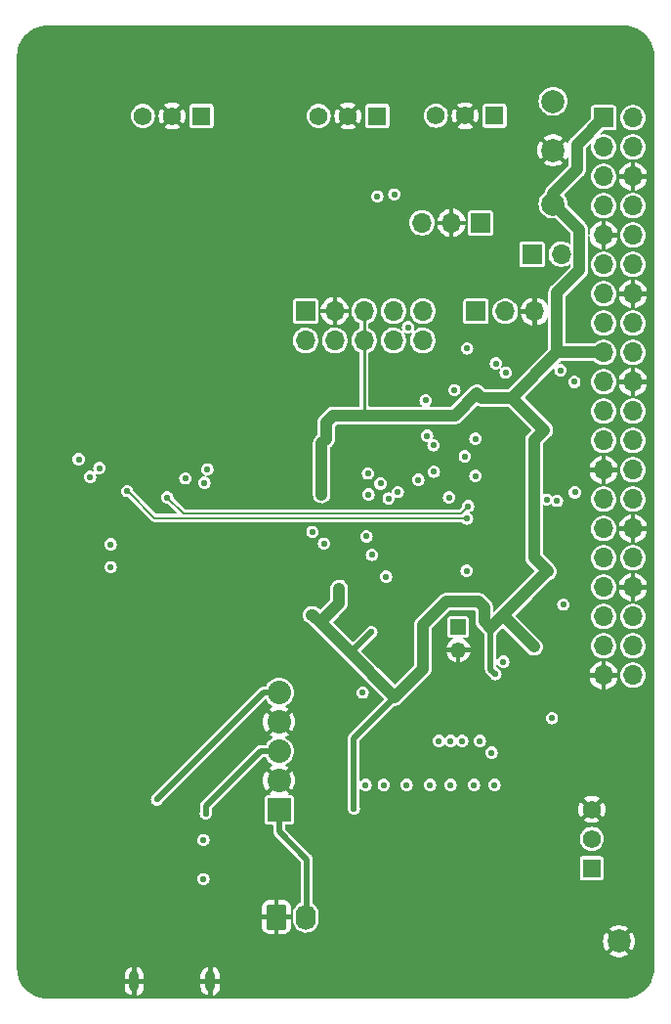
<source format=gbr>
%TF.GenerationSoftware,KiCad,Pcbnew,7.0.11-7.0.11~ubuntu20.04.1*%
%TF.CreationDate,2025-05-20T14:11:40-07:00*%
%TF.ProjectId,whaleboard,7768616c-6562-46f6-9172-642e6b696361,rev?*%
%TF.SameCoordinates,Original*%
%TF.FileFunction,Copper,L2,Inr*%
%TF.FilePolarity,Positive*%
%FSLAX46Y46*%
G04 Gerber Fmt 4.6, Leading zero omitted, Abs format (unit mm)*
G04 Created by KiCad (PCBNEW 7.0.11-7.0.11~ubuntu20.04.1) date 2025-05-20 14:11:40*
%MOMM*%
%LPD*%
G01*
G04 APERTURE LIST*
G04 Aperture macros list*
%AMRoundRect*
0 Rectangle with rounded corners*
0 $1 Rounding radius*
0 $2 $3 $4 $5 $6 $7 $8 $9 X,Y pos of 4 corners*
0 Add a 4 corners polygon primitive as box body*
4,1,4,$2,$3,$4,$5,$6,$7,$8,$9,$2,$3,0*
0 Add four circle primitives for the rounded corners*
1,1,$1+$1,$2,$3*
1,1,$1+$1,$4,$5*
1,1,$1+$1,$6,$7*
1,1,$1+$1,$8,$9*
0 Add four rect primitives between the rounded corners*
20,1,$1+$1,$2,$3,$4,$5,0*
20,1,$1+$1,$4,$5,$6,$7,0*
20,1,$1+$1,$6,$7,$8,$9,0*
20,1,$1+$1,$8,$9,$2,$3,0*%
G04 Aperture macros list end*
%TA.AperFunction,ComponentPad*%
%ADD10C,5.400000*%
%TD*%
%TA.AperFunction,ComponentPad*%
%ADD11C,2.000000*%
%TD*%
%TA.AperFunction,ComponentPad*%
%ADD12R,2.032000X2.032000*%
%TD*%
%TA.AperFunction,ComponentPad*%
%ADD13C,2.032000*%
%TD*%
%TA.AperFunction,ComponentPad*%
%ADD14R,1.700000X1.700000*%
%TD*%
%TA.AperFunction,ComponentPad*%
%ADD15O,1.700000X1.700000*%
%TD*%
%TA.AperFunction,ComponentPad*%
%ADD16R,1.574800X1.574800*%
%TD*%
%TA.AperFunction,ComponentPad*%
%ADD17C,1.574800*%
%TD*%
%TA.AperFunction,ComponentPad*%
%ADD18O,0.900000X1.800000*%
%TD*%
%TA.AperFunction,ComponentPad*%
%ADD19RoundRect,0.250000X-0.620000X-0.845000X0.620000X-0.845000X0.620000X0.845000X-0.620000X0.845000X0*%
%TD*%
%TA.AperFunction,ComponentPad*%
%ADD20O,1.740000X2.190000*%
%TD*%
%TA.AperFunction,ComponentPad*%
%ADD21R,1.350000X1.350000*%
%TD*%
%TA.AperFunction,ComponentPad*%
%ADD22O,1.350000X1.350000*%
%TD*%
%TA.AperFunction,ViaPad*%
%ADD23C,0.558800*%
%TD*%
%TA.AperFunction,Conductor*%
%ADD24C,1.016000*%
%TD*%
%TA.AperFunction,Conductor*%
%ADD25C,0.508000*%
%TD*%
%TA.AperFunction,Conductor*%
%ADD26C,0.254000*%
%TD*%
%TA.AperFunction,Conductor*%
%ADD27C,0.177800*%
%TD*%
G04 APERTURE END LIST*
D10*
%TO.N,GND*%
%TO.C,H3*%
X155504000Y-121870000D03*
%TD*%
D11*
%TO.N,GND*%
%TO.C,TP3*%
X155560000Y-140030000D03*
%TD*%
D10*
%TO.N,GND*%
%TO.C,H2*%
X106504001Y-63870001D03*
%TD*%
D12*
%TO.N,+5V*%
%TO.C,U4*%
X126100000Y-128650000D03*
D13*
%TO.N,GND*%
X126100000Y-126110000D03*
%TO.N,+15V*%
X126100000Y-123570000D03*
%TO.N,GND*%
X126100000Y-121030000D03*
%TO.N,-15V*%
X126100000Y-118490000D03*
%TD*%
D14*
%TO.N,/micro/RX_DIAG*%
%TO.C,J6*%
X143175000Y-85500000D03*
D15*
%TO.N,/micro/TX_DIAG*%
X145715000Y-85500000D03*
%TO.N,GND*%
X148255000Y-85500000D03*
%TD*%
D16*
%TO.N,/input/SIGIN-*%
%TO.C,J2*%
X119380000Y-68580000D03*
D17*
%TO.N,GND*%
X116840000Y-68580000D03*
%TO.N,/input/SIGIN+*%
X114300000Y-68580000D03*
%TD*%
D10*
%TO.N,GND*%
%TO.C,H1*%
X155504000Y-63870001D03*
%TD*%
D18*
%TO.N,GND*%
%TO.C,J11*%
X113540000Y-143484600D03*
X120140000Y-143484600D03*
%TD*%
D16*
%TO.N,/input/GainA0_OUT*%
%TO.C,J3*%
X134620000Y-68580000D03*
D17*
%TO.N,GND*%
X132080000Y-68580000D03*
%TO.N,/input/GainA1_OUT*%
X129540000Y-68580000D03*
%TD*%
D14*
%TO.N,/micro/STM_RESET*%
%TO.C,J7*%
X128397000Y-85471000D03*
D15*
%TO.N,/micro/SWCLK*%
X128397000Y-88011000D03*
%TO.N,GND*%
X130937000Y-85471000D03*
%TO.N,/micro/SWDIO*%
X130937000Y-88011000D03*
%TO.N,+3.3V*%
X133477000Y-85471000D03*
X133477000Y-88011000D03*
%TO.N,unconnected-(J7-Pin_7-Pad7)*%
X136017000Y-85471000D03*
%TO.N,unconnected-(J7-Pin_8-Pad8)*%
X136017000Y-88011000D03*
%TO.N,unconnected-(J7-Pin_9-Pad9)*%
X138557000Y-85471000D03*
%TO.N,unconnected-(J7-Pin_10-Pad10)*%
X138557000Y-88011000D03*
%TD*%
D14*
%TO.N,Net-(J13-Pin_1)*%
%TO.C,J13*%
X148026200Y-80543400D03*
D15*
%TO.N,/STM_RESET*%
X150566200Y-80543400D03*
%TD*%
D10*
%TO.N,GND*%
%TO.C,H4*%
X106504001Y-121870000D03*
%TD*%
D11*
%TO.N,+3.3V*%
%TO.C,TP1*%
X149860000Y-76200000D03*
%TD*%
%TO.N,GND*%
%TO.C,TP4*%
X149860000Y-71550000D03*
%TD*%
D16*
%TO.N,+5V*%
%TO.C,J9*%
X153210000Y-133700000D03*
D17*
%TO.N,/pi/GPS*%
X153210000Y-131160000D03*
%TO.N,GND*%
X153210000Y-128620000D03*
%TD*%
D11*
%TO.N,+5V*%
%TO.C,TP2*%
X149860000Y-67310000D03*
%TD*%
D14*
%TO.N,+12VA*%
%TO.C,J5*%
X143580000Y-77830000D03*
D15*
%TO.N,GND*%
X141040000Y-77830000D03*
%TO.N,-12VA*%
X138500000Y-77830000D03*
%TD*%
D16*
%TO.N,+12VA*%
%TO.C,J4*%
X144780000Y-68560000D03*
D17*
%TO.N,GND*%
X142240000Y-68560000D03*
%TO.N,-12VA*%
X139700000Y-68560000D03*
%TD*%
D19*
%TO.N,GND*%
%TO.C,J1*%
X125882400Y-137922000D03*
D20*
%TO.N,+5V*%
X128422400Y-137922000D03*
%TD*%
D21*
%TO.N,/micro/STM_OSC_IN*%
%TO.C,J12*%
X141640000Y-112810000D03*
D22*
%TO.N,GND*%
X141640000Y-114810000D03*
%TD*%
D14*
%TO.N,+3.3V*%
%TO.C,J10*%
X154234000Y-68740001D03*
D15*
%TO.N,+5V*%
X156774000Y-68740001D03*
%TO.N,unconnected-(J10-SDA{slash}GPIO2-Pad3)*%
X154234000Y-71280001D03*
%TO.N,+5V*%
X156774000Y-71280001D03*
%TO.N,/pi/GPS*%
X154234000Y-73820001D03*
%TO.N,GND*%
X156774000Y-73820001D03*
%TO.N,unconnected-(J10-GCLK0{slash}GPIO4-Pad7)*%
X154234000Y-76360001D03*
%TO.N,/UART_PI2STM*%
X156774000Y-76360001D03*
%TO.N,GND*%
X154234000Y-78900001D03*
%TO.N,/UART_STM2PI*%
X156774000Y-78900001D03*
%TO.N,/RecordEnable*%
X154234000Y-81440001D03*
%TO.N,/pi/SPI1_NCS*%
X156774000Y-81440001D03*
%TO.N,unconnected-(J10-GPIO27-Pad13)*%
X154234000Y-83980001D03*
%TO.N,GND*%
X156774000Y-83980001D03*
%TO.N,/STM_RESET*%
X154234000Y-86520001D03*
%TO.N,unconnected-(J10-GPIO23-Pad16)*%
X156774000Y-86520001D03*
%TO.N,+3.3V*%
X154234000Y-89060001D03*
%TO.N,unconnected-(J10-GPIO24-Pad18)*%
X156774000Y-89060001D03*
%TO.N,/SPI0_MOSI*%
X154234000Y-91600001D03*
%TO.N,GND*%
X156774000Y-91600001D03*
%TO.N,/SPI0_MISO*%
X154234000Y-94140001D03*
%TO.N,unconnected-(J10-GPIO25-Pad22)*%
X156774000Y-94140001D03*
%TO.N,/SPI0_SCK*%
X154234000Y-96680001D03*
%TO.N,/SPI0_NCS*%
X156774000Y-96680001D03*
%TO.N,GND*%
X154234000Y-99220001D03*
%TO.N,unconnected-(J10-~{CE1}{slash}GPIO7-Pad26)*%
X156774000Y-99220001D03*
%TO.N,unconnected-(J10-ID_SD{slash}GPIO0-Pad27)*%
X154234000Y-101760001D03*
%TO.N,unconnected-(J10-ID_SC{slash}GPIO1-Pad28)*%
X156774000Y-101760001D03*
%TO.N,unconnected-(J10-GCLK1{slash}GPIO5-Pad29)*%
X154234000Y-104300001D03*
%TO.N,GND*%
X156774000Y-104300001D03*
%TO.N,unconnected-(J10-GCLK2{slash}GPIO6-Pad31)*%
X154234000Y-106840001D03*
%TO.N,unconnected-(J10-PWM0{slash}GPIO12-Pad32)*%
X156774000Y-106840001D03*
%TO.N,unconnected-(J10-PWM1{slash}GPIO13-Pad33)*%
X154234000Y-109380001D03*
%TO.N,GND*%
X156774000Y-109380001D03*
%TO.N,/pi/SPI1_MISO*%
X154234000Y-111920001D03*
%TO.N,unconnected-(J10-GPIO16-Pad36)*%
X156774000Y-111920001D03*
%TO.N,/AcqBusy*%
X154234000Y-114460001D03*
%TO.N,/pi/SPI1_MOSI*%
X156774000Y-114460001D03*
%TO.N,GND*%
X154234000Y-117000001D03*
%TO.N,/pi/SPI1_SCK*%
X156774000Y-117000001D03*
%TD*%
D23*
%TO.N,GND*%
X129650000Y-121240000D03*
X131170000Y-117260000D03*
X125069600Y-104013000D03*
X127406400Y-93802200D03*
X126212600Y-83439000D03*
X140589000Y-83185000D03*
X139827000Y-91440000D03*
X138328400Y-90043000D03*
X145592800Y-99060000D03*
X128270000Y-101600000D03*
X111930000Y-93980000D03*
X151638000Y-98298000D03*
X149193300Y-115570000D03*
X132080000Y-91948000D03*
X104648000Y-109220000D03*
X145542000Y-114681000D03*
X135890000Y-116815800D03*
X147800000Y-120800000D03*
X139180000Y-118380000D03*
X114510000Y-92670000D03*
X138176000Y-137922000D03*
X141935200Y-96316800D03*
X133248400Y-107543600D03*
X128524000Y-110490000D03*
X147066000Y-115189000D03*
X143256000Y-91427000D03*
X151638000Y-96774000D03*
X109982000Y-135128000D03*
X127508000Y-108966000D03*
X137464800Y-108762800D03*
X119080000Y-109570000D03*
X134416800Y-96316800D03*
X133600000Y-97700000D03*
X119820000Y-94010000D03*
X122000000Y-109500000D03*
X143465111Y-114725889D03*
X126746000Y-107188000D03*
X104648000Y-104140000D03*
X143662400Y-108864400D03*
X139700000Y-104575000D03*
X125984000Y-132080000D03*
X136652000Y-90932000D03*
X134143900Y-114839900D03*
X138900000Y-102025000D03*
X150774400Y-109524800D03*
X116600000Y-135920000D03*
X150800000Y-101300000D03*
%TO.N,+15V*%
X119750000Y-128950000D03*
%TO.N,-15V*%
X115525000Y-127750000D03*
%TO.N,+3.3V*%
X132588000Y-128524000D03*
X134109408Y-113260727D03*
X143256000Y-92583000D03*
X149400471Y-108028530D03*
X136144000Y-118872000D03*
X148201765Y-114545318D03*
X130175000Y-96546215D03*
X144454438Y-112874576D03*
X128905000Y-111760000D03*
X129794000Y-101346000D03*
X144850000Y-116900000D03*
X131318000Y-109474000D03*
X149098000Y-95758000D03*
X130810000Y-94488000D03*
%TO.N,/RecordEnable*%
X151747421Y-101170975D03*
%TO.N,/AcqBusy*%
X150200000Y-101900000D03*
%TO.N,/ADC+*%
X116408200Y-101600000D03*
X142494000Y-102362000D03*
%TO.N,/ADC-*%
X142394414Y-103438609D03*
X112925000Y-101050000D03*
%TO.N,/GainA0*%
X136093200Y-75361800D03*
X145750000Y-90800000D03*
%TO.N,/GainA1*%
X144900000Y-90000000D03*
X134620000Y-75539600D03*
%TO.N,Net-(J8-VDD)*%
X137160000Y-126492000D03*
X135180000Y-126492000D03*
X139192000Y-126492000D03*
X140970000Y-126492000D03*
X133604000Y-126492000D03*
X144780000Y-126492000D03*
X143002000Y-126492000D03*
%TO.N,Net-(U7A-PB5)*%
X129000000Y-104600000D03*
X111506000Y-105664000D03*
%TO.N,/micro/RX_DIAG*%
X133800000Y-99522300D03*
%TO.N,/micro/TX_DIAG*%
X134900000Y-100400000D03*
%TO.N,/UART_PI2STM*%
X150500000Y-90600000D03*
%TO.N,/UART_STM2PI*%
X151700000Y-91600000D03*
%TO.N,Net-(C34-Pad2)*%
X138176000Y-100076000D03*
X133679407Y-104977407D03*
X134144719Y-106577415D03*
X139519833Y-99380167D03*
%TO.N,Net-(U7A-PB6)*%
X130000000Y-105600000D03*
X111506000Y-107633000D03*
%TO.N,/micro/SD_DAT0*%
X143123789Y-99743789D03*
X143510000Y-122682000D03*
%TO.N,/micro/SD_DAT1*%
X144526000Y-123698000D03*
X142201376Y-98044000D03*
%TO.N,/micro/STM_RESET*%
X137287000Y-86868000D03*
X140843000Y-101600000D03*
X142400000Y-88700000D03*
X141300000Y-92300000D03*
%TO.N,/micro/SD_DAT2*%
X136395671Y-101131664D03*
X141973203Y-122682000D03*
%TO.N,/micro/SD_DAT3*%
X135600000Y-101700000D03*
X140970000Y-122682000D03*
%TO.N,/micro/SD_CMD*%
X133858000Y-101346000D03*
X139954000Y-122682000D03*
%TO.N,/micro/OSPI1_S2*%
X133350000Y-118491000D03*
X135382000Y-108458000D03*
%TO.N,/micro/OSPI1_S0*%
X145542000Y-115824000D03*
X142367000Y-107950000D03*
%TO.N,/micro/OSPI1_S1*%
X150749000Y-110871000D03*
X143129000Y-96520000D03*
%TO.N,/micro/OSPI1_CS#*%
X149750000Y-120700000D03*
X149295270Y-101786308D03*
%TO.N,/micro/USB_ID*%
X119540000Y-134630000D03*
X119540000Y-131270000D03*
%TO.N,/GainB0*%
X117983000Y-99949000D03*
X138810063Y-93210063D03*
X108736300Y-98298000D03*
%TO.N,/GainB1*%
X119634000Y-100330000D03*
X109728000Y-99822000D03*
X139480387Y-97079580D03*
%TO.N,/GainB2*%
X110533424Y-99060000D03*
X119888000Y-99178706D03*
X138938000Y-96266000D03*
%TD*%
D24*
%TO.N,+3.3V*%
X149860000Y-76200000D02*
X149910800Y-76200000D01*
X150207999Y-83845400D02*
X150207999Y-89060001D01*
X149910800Y-76200000D02*
X152120600Y-78409800D01*
X152120600Y-78409800D02*
X152120600Y-81932799D01*
X152120600Y-81932799D02*
X150207999Y-83845400D01*
D25*
%TO.N,+15V*%
X119750000Y-128950000D02*
X119750000Y-128300000D01*
X119750000Y-128300000D02*
X124480000Y-123570000D01*
X124480000Y-123570000D02*
X126100000Y-123570000D01*
%TO.N,-15V*%
X115525000Y-127750000D02*
X124785000Y-118490000D01*
X124785000Y-118490000D02*
X126100000Y-118490000D01*
D24*
%TO.N,+3.3V*%
X151940000Y-73200000D02*
X151940000Y-71034001D01*
X143891000Y-112311138D02*
X144454438Y-112874576D01*
X129032000Y-111760000D02*
X129667000Y-112395000D01*
X130175000Y-95123000D02*
X130810000Y-94488000D01*
X149860000Y-76200000D02*
X149860000Y-75280000D01*
X141351000Y-94488000D02*
X133477000Y-94488000D01*
X148200318Y-114545318D02*
X145492007Y-111837007D01*
X146304000Y-92964000D02*
X149098000Y-95758000D01*
X154234000Y-89060001D02*
X150207999Y-89060001D01*
X145492007Y-111837007D02*
X144454438Y-112874576D01*
X150207999Y-89060001D02*
X146304000Y-92964000D01*
X148189989Y-106818048D02*
X149400471Y-108028530D01*
D26*
X133477000Y-85471000D02*
X133477000Y-88011000D01*
D24*
X143637000Y-92964000D02*
X146304000Y-92964000D01*
D25*
X132588000Y-122428000D02*
X132588000Y-128524000D01*
X136144000Y-118872000D02*
X132588000Y-122428000D01*
D24*
X128905000Y-111760000D02*
X129032000Y-111760000D01*
X143256000Y-92583000D02*
X143637000Y-92964000D01*
D25*
X144454438Y-112874576D02*
X144454438Y-116504438D01*
D24*
X148189989Y-96666011D02*
X148189989Y-106818048D01*
X149300484Y-108028530D02*
X145492007Y-111837007D01*
X136144000Y-118872000D02*
X138557000Y-116459000D01*
X149400471Y-108028530D02*
X149300484Y-108028530D01*
X129667000Y-112395000D02*
X131986000Y-114714000D01*
X138557000Y-112670600D02*
X140599800Y-110627800D01*
X138557000Y-116459000D02*
X138557000Y-112670600D01*
X143393800Y-110627800D02*
X143891000Y-111125000D01*
X140599800Y-110627800D02*
X143393800Y-110627800D01*
D25*
X144454438Y-116504438D02*
X144850000Y-116900000D01*
D24*
X143891000Y-111125000D02*
X143891000Y-112311138D01*
X151940000Y-71034001D02*
X154234000Y-68740001D01*
D26*
X133477000Y-88011000D02*
X133477000Y-94488000D01*
D24*
X130175000Y-96546215D02*
X130175000Y-95123000D01*
X129794000Y-101346000D02*
X129794000Y-96927215D01*
D25*
X132656135Y-114714000D02*
X134109408Y-113260727D01*
D24*
X130810000Y-94488000D02*
X133477000Y-94488000D01*
X149860000Y-75280000D02*
X151940000Y-73200000D01*
X149098000Y-95758000D02*
X148189989Y-96666011D01*
X131986000Y-114714000D02*
X136144000Y-118872000D01*
X129667000Y-112395000D02*
X131318000Y-110744000D01*
X129794000Y-96927215D02*
X130175000Y-96546215D01*
X131318000Y-110744000D02*
X131318000Y-109474000D01*
X143256000Y-92583000D02*
X141351000Y-94488000D01*
D25*
X131986000Y-114714000D02*
X132656135Y-114714000D01*
D24*
X148201765Y-114545318D02*
X148200318Y-114545318D01*
D25*
%TO.N,+5V*%
X126100000Y-130503343D02*
X128524000Y-132927343D01*
X128524000Y-132927343D02*
X128524000Y-137820400D01*
X126100000Y-128650000D02*
X126100000Y-130503343D01*
X128524000Y-137820400D02*
X128422400Y-137922000D01*
D27*
%TO.N,/ADC+*%
X142107736Y-102746509D02*
X142109491Y-102746509D01*
X117805200Y-102997000D02*
X141857245Y-102997000D01*
X141857245Y-102997000D02*
X142107736Y-102746509D01*
X142109491Y-102746509D02*
X142494000Y-102362000D01*
X116408200Y-101600000D02*
X117805200Y-102997000D01*
%TO.N,/ADC-*%
X115303000Y-103378000D02*
X142333805Y-103378000D01*
X112925000Y-101050000D02*
X112975000Y-101050000D01*
X142333805Y-103378000D02*
X142394414Y-103438609D01*
X112975000Y-101050000D02*
X115303000Y-103378000D01*
%TD*%
%TA.AperFunction,Conductor*%
%TO.N,GND*%
G36*
X156005745Y-60751599D02*
G01*
X156293680Y-60767769D01*
X156300637Y-60768553D01*
X156583224Y-60816566D01*
X156590036Y-60818121D01*
X156848455Y-60892571D01*
X156865462Y-60897471D01*
X156872069Y-60899782D01*
X157136905Y-61009480D01*
X157143184Y-61012505D01*
X157394052Y-61151155D01*
X157399972Y-61154873D01*
X157518586Y-61239034D01*
X157633744Y-61320743D01*
X157639224Y-61325113D01*
X157852941Y-61516103D01*
X157857897Y-61521059D01*
X158048886Y-61734776D01*
X158053255Y-61740256D01*
X158219115Y-61974013D01*
X158222844Y-61979948D01*
X158361490Y-62230809D01*
X158364531Y-62237123D01*
X158474214Y-62501922D01*
X158476529Y-62508538D01*
X158555875Y-62783953D01*
X158557435Y-62790786D01*
X158605446Y-63073359D01*
X158606231Y-63080323D01*
X158612547Y-63192784D01*
X158622402Y-63368287D01*
X158622500Y-63371765D01*
X158622500Y-142368240D01*
X158622402Y-142371744D01*
X158606232Y-142659675D01*
X158605447Y-142666640D01*
X158557436Y-142949213D01*
X158555876Y-142956046D01*
X158476530Y-143231461D01*
X158474215Y-143238077D01*
X158364532Y-143502876D01*
X158361492Y-143509190D01*
X158222846Y-143760052D01*
X158219116Y-143765987D01*
X158053256Y-143999744D01*
X158048887Y-144005224D01*
X157857897Y-144218941D01*
X157852941Y-144223897D01*
X157639224Y-144414887D01*
X157633744Y-144419257D01*
X157399984Y-144585118D01*
X157394050Y-144588846D01*
X157143203Y-144727485D01*
X157136888Y-144730526D01*
X156872070Y-144840217D01*
X156865454Y-144842532D01*
X156590047Y-144921876D01*
X156583214Y-144923436D01*
X156300641Y-144971446D01*
X156293677Y-144972231D01*
X156027809Y-144987162D01*
X156005762Y-144988401D01*
X156002259Y-144988499D01*
X106005760Y-144988499D01*
X106002256Y-144988401D01*
X105714324Y-144972231D01*
X105707359Y-144971446D01*
X105424786Y-144923435D01*
X105417953Y-144921875D01*
X105142538Y-144842529D01*
X105135922Y-144840214D01*
X104871123Y-144730531D01*
X104864809Y-144727490D01*
X104613948Y-144588844D01*
X104608013Y-144585115D01*
X104374256Y-144419255D01*
X104368776Y-144414886D01*
X104155059Y-144223896D01*
X104150103Y-144218940D01*
X103959113Y-144005223D01*
X103954744Y-143999743D01*
X103940491Y-143979655D01*
X112709000Y-143979655D01*
X112723643Y-144114294D01*
X112723644Y-144114299D01*
X112781357Y-144285585D01*
X112874544Y-144440463D01*
X112998854Y-144571694D01*
X113148453Y-144673126D01*
X113316369Y-144740029D01*
X113316376Y-144740031D01*
X113349500Y-144745461D01*
X113349500Y-143999484D01*
X113359760Y-144014840D01*
X113442455Y-144070095D01*
X113540000Y-144089498D01*
X113637545Y-144070095D01*
X113720240Y-144014840D01*
X113730500Y-143999484D01*
X113730500Y-144744141D01*
X113849402Y-144711130D01*
X113849403Y-144711129D01*
X114009096Y-144626464D01*
X114146861Y-144509445D01*
X114256244Y-144365554D01*
X114332142Y-144201503D01*
X114371000Y-144024974D01*
X114371000Y-143979655D01*
X119309000Y-143979655D01*
X119323643Y-144114294D01*
X119323644Y-144114299D01*
X119381357Y-144285585D01*
X119474544Y-144440463D01*
X119598854Y-144571694D01*
X119748453Y-144673126D01*
X119916369Y-144740029D01*
X119916376Y-144740031D01*
X119949500Y-144745461D01*
X119949500Y-143999484D01*
X119959760Y-144014840D01*
X120042455Y-144070095D01*
X120140000Y-144089498D01*
X120237545Y-144070095D01*
X120320240Y-144014840D01*
X120330500Y-143999484D01*
X120330500Y-144744141D01*
X120449402Y-144711130D01*
X120449403Y-144711129D01*
X120609096Y-144626464D01*
X120746861Y-144509445D01*
X120856244Y-144365554D01*
X120932142Y-144201503D01*
X120971000Y-144024974D01*
X120971000Y-143675100D01*
X120390000Y-143675100D01*
X120390000Y-143294100D01*
X120971000Y-143294100D01*
X120971000Y-142989548D01*
X120970999Y-142989544D01*
X120956356Y-142854905D01*
X120956355Y-142854900D01*
X120898642Y-142683614D01*
X120805455Y-142528736D01*
X120681145Y-142397505D01*
X120531546Y-142296073D01*
X120531543Y-142296071D01*
X120363634Y-142229171D01*
X120363627Y-142229170D01*
X120330500Y-142223738D01*
X120330500Y-142969715D01*
X120320240Y-142954360D01*
X120237545Y-142899105D01*
X120140000Y-142879702D01*
X120042455Y-142899105D01*
X119959760Y-142954360D01*
X119949500Y-142969715D01*
X119949500Y-142225055D01*
X119830598Y-142258069D01*
X119830596Y-142258070D01*
X119670903Y-142342735D01*
X119533138Y-142459754D01*
X119423755Y-142603645D01*
X119347857Y-142767696D01*
X119309000Y-142944225D01*
X119309000Y-143294100D01*
X119890000Y-143294100D01*
X119890000Y-143675100D01*
X119309000Y-143675100D01*
X119309000Y-143979655D01*
X114371000Y-143979655D01*
X114371000Y-143675100D01*
X113790000Y-143675100D01*
X113790000Y-143294100D01*
X114371000Y-143294100D01*
X114371000Y-142989548D01*
X114370999Y-142989544D01*
X114356356Y-142854905D01*
X114356355Y-142854900D01*
X114298642Y-142683614D01*
X114205455Y-142528736D01*
X114081145Y-142397505D01*
X113931546Y-142296073D01*
X113931543Y-142296071D01*
X113763634Y-142229171D01*
X113763627Y-142229170D01*
X113730500Y-142223738D01*
X113730500Y-142969715D01*
X113720240Y-142954360D01*
X113637545Y-142899105D01*
X113540000Y-142879702D01*
X113442455Y-142899105D01*
X113359760Y-142954360D01*
X113349500Y-142969715D01*
X113349500Y-142225055D01*
X113230598Y-142258069D01*
X113230596Y-142258070D01*
X113070903Y-142342735D01*
X112933138Y-142459754D01*
X112823755Y-142603645D01*
X112747857Y-142767696D01*
X112709000Y-142944225D01*
X112709000Y-143294100D01*
X113290000Y-143294100D01*
X113290000Y-143675100D01*
X112709000Y-143675100D01*
X112709000Y-143979655D01*
X103940491Y-143979655D01*
X103788884Y-143765986D01*
X103785155Y-143760051D01*
X103646509Y-143509190D01*
X103643472Y-143502885D01*
X103533785Y-143238077D01*
X103531470Y-143231461D01*
X103496471Y-143109976D01*
X103452121Y-142956035D01*
X103450566Y-142949223D01*
X103402552Y-142666636D01*
X103401768Y-142659675D01*
X103385599Y-142371744D01*
X103385501Y-142368240D01*
X103385501Y-140030000D01*
X154174267Y-140030000D01*
X154193167Y-140258083D01*
X154249350Y-140479945D01*
X154249351Y-140479949D01*
X154341285Y-140689538D01*
X154341287Y-140689542D01*
X154455789Y-140864800D01*
X154455790Y-140864800D01*
X155096021Y-140224568D01*
X155100507Y-140239844D01*
X155178239Y-140360798D01*
X155286900Y-140454952D01*
X155367600Y-140491806D01*
X154727422Y-141131983D01*
X154727423Y-141131984D01*
X154802074Y-141190088D01*
X154802076Y-141190089D01*
X155003356Y-141299015D01*
X155003357Y-141299016D01*
X155219822Y-141373329D01*
X155445570Y-141411000D01*
X155674430Y-141411000D01*
X155900177Y-141373329D01*
X156116642Y-141299016D01*
X156116643Y-141299015D01*
X156317924Y-141190088D01*
X156392575Y-141131983D01*
X156392576Y-141131983D01*
X155752399Y-140491807D01*
X155833100Y-140454952D01*
X155941761Y-140360798D01*
X156019493Y-140239844D01*
X156023977Y-140224569D01*
X156664208Y-140864800D01*
X156664209Y-140864800D01*
X156778712Y-140689541D01*
X156778714Y-140689538D01*
X156870648Y-140479949D01*
X156870649Y-140479945D01*
X156926832Y-140258083D01*
X156945732Y-140030000D01*
X156926832Y-139801916D01*
X156870649Y-139580054D01*
X156870648Y-139580050D01*
X156778714Y-139370461D01*
X156778712Y-139370457D01*
X156664209Y-139195198D01*
X156664208Y-139195198D01*
X156023977Y-139835429D01*
X156019493Y-139820156D01*
X155941761Y-139699202D01*
X155833100Y-139605048D01*
X155752398Y-139568192D01*
X156392576Y-138928015D01*
X156392575Y-138928014D01*
X156317925Y-138869911D01*
X156317923Y-138869910D01*
X156116643Y-138760984D01*
X156116642Y-138760983D01*
X155900177Y-138686670D01*
X155674430Y-138649000D01*
X155445570Y-138649000D01*
X155219822Y-138686670D01*
X155003357Y-138760983D01*
X155003356Y-138760984D01*
X154802079Y-138869908D01*
X154727422Y-138928015D01*
X155367600Y-139568193D01*
X155286900Y-139605048D01*
X155178239Y-139699202D01*
X155100507Y-139820156D01*
X155096022Y-139835430D01*
X154455790Y-139195198D01*
X154455789Y-139195198D01*
X154341287Y-139370457D01*
X154341285Y-139370461D01*
X154249351Y-139580050D01*
X154249350Y-139580054D01*
X154193167Y-139801916D01*
X154174267Y-140030000D01*
X103385501Y-140030000D01*
X103385501Y-137731500D01*
X124631400Y-137731500D01*
X125317285Y-137731500D01*
X125302715Y-137766674D01*
X125282266Y-137922000D01*
X125302715Y-138077326D01*
X125317285Y-138112500D01*
X124631401Y-138112500D01*
X124631401Y-138830735D01*
X124634214Y-138866492D01*
X124678694Y-139019593D01*
X124678695Y-139019594D01*
X124759848Y-139156817D01*
X124872582Y-139269551D01*
X125009805Y-139350704D01*
X125009806Y-139350705D01*
X125162907Y-139395185D01*
X125198666Y-139397999D01*
X125691900Y-139397999D01*
X125691900Y-138487115D01*
X125727074Y-138501685D01*
X125843403Y-138517000D01*
X125921397Y-138517000D01*
X126037726Y-138501685D01*
X126072900Y-138487115D01*
X126072900Y-139397999D01*
X126566132Y-139397999D01*
X126566135Y-139397998D01*
X126601892Y-139395185D01*
X126754993Y-139350705D01*
X126754994Y-139350704D01*
X126892217Y-139269551D01*
X126892219Y-139269550D01*
X127004950Y-139156819D01*
X127004951Y-139156817D01*
X127086104Y-139019594D01*
X127086105Y-139019593D01*
X127130585Y-138866494D01*
X127130585Y-138866490D01*
X127133400Y-138830733D01*
X127133400Y-138112500D01*
X126447515Y-138112500D01*
X126462085Y-138077326D01*
X126482534Y-137922000D01*
X126462085Y-137766674D01*
X126447515Y-137731500D01*
X127133399Y-137731500D01*
X127133399Y-137013268D01*
X127133398Y-137013264D01*
X127130585Y-136977507D01*
X127086105Y-136824406D01*
X127086104Y-136824405D01*
X127004951Y-136687182D01*
X126892217Y-136574448D01*
X126754994Y-136493295D01*
X126754993Y-136493294D01*
X126601892Y-136448814D01*
X126566134Y-136446000D01*
X126072900Y-136446000D01*
X126072900Y-137356884D01*
X126037726Y-137342315D01*
X125921397Y-137327000D01*
X125843403Y-137327000D01*
X125727074Y-137342315D01*
X125691900Y-137356884D01*
X125691900Y-136446000D01*
X125198668Y-136446000D01*
X125198664Y-136446001D01*
X125162907Y-136448814D01*
X125009806Y-136493294D01*
X125009805Y-136493295D01*
X124872582Y-136574448D01*
X124872581Y-136574450D01*
X124759850Y-136687181D01*
X124759848Y-136687182D01*
X124678695Y-136824405D01*
X124678694Y-136824406D01*
X124634214Y-136977505D01*
X124634214Y-136977509D01*
X124631400Y-137013266D01*
X124631400Y-137731500D01*
X103385501Y-137731500D01*
X103385501Y-134630001D01*
X119001493Y-134630001D01*
X119019840Y-134769369D01*
X119019841Y-134769372D01*
X119019842Y-134769376D01*
X119073639Y-134899254D01*
X119159218Y-135010782D01*
X119270746Y-135096361D01*
X119400624Y-135150158D01*
X119400628Y-135150158D01*
X119400630Y-135150159D01*
X119539998Y-135168507D01*
X119540000Y-135168507D01*
X119540002Y-135168507D01*
X119679369Y-135150159D01*
X119679369Y-135150158D01*
X119679376Y-135150158D01*
X119809254Y-135096361D01*
X119920782Y-135010782D01*
X120006361Y-134899254D01*
X120060158Y-134769376D01*
X120065719Y-134727133D01*
X120078507Y-134630001D01*
X120078507Y-134629998D01*
X120060159Y-134490630D01*
X120060158Y-134490628D01*
X120060158Y-134490624D01*
X120006361Y-134360747D01*
X119920782Y-134249218D01*
X119920780Y-134249217D01*
X119920780Y-134249216D01*
X119878678Y-134216910D01*
X119809254Y-134163639D01*
X119679376Y-134109842D01*
X119679373Y-134109841D01*
X119679372Y-134109841D01*
X119679369Y-134109840D01*
X119540002Y-134091493D01*
X119539998Y-134091493D01*
X119400630Y-134109840D01*
X119400620Y-134109843D01*
X119270749Y-134163637D01*
X119270746Y-134163639D01*
X119159217Y-134249217D01*
X119073639Y-134360746D01*
X119073637Y-134360749D01*
X119019843Y-134490620D01*
X119019840Y-134490630D01*
X119001493Y-134629998D01*
X119001493Y-134630001D01*
X103385501Y-134630001D01*
X103385501Y-131270001D01*
X119001493Y-131270001D01*
X119019840Y-131409369D01*
X119019841Y-131409372D01*
X119019842Y-131409376D01*
X119073639Y-131539254D01*
X119159218Y-131650782D01*
X119270746Y-131736361D01*
X119400624Y-131790158D01*
X119400628Y-131790158D01*
X119400630Y-131790159D01*
X119539998Y-131808507D01*
X119540000Y-131808507D01*
X119540002Y-131808507D01*
X119679369Y-131790159D01*
X119679369Y-131790158D01*
X119679376Y-131790158D01*
X119809254Y-131736361D01*
X119920782Y-131650782D01*
X120006361Y-131539254D01*
X120060158Y-131409376D01*
X120066099Y-131364248D01*
X120078507Y-131270001D01*
X120078507Y-131269998D01*
X120060159Y-131130630D01*
X120060158Y-131130628D01*
X120060158Y-131130624D01*
X120006361Y-131000747D01*
X119920782Y-130889218D01*
X119920780Y-130889217D01*
X119920780Y-130889216D01*
X119867703Y-130848489D01*
X119809254Y-130803639D01*
X119679376Y-130749842D01*
X119679373Y-130749841D01*
X119679372Y-130749841D01*
X119679369Y-130749840D01*
X119540002Y-130731493D01*
X119539998Y-130731493D01*
X119400630Y-130749840D01*
X119400620Y-130749843D01*
X119270749Y-130803637D01*
X119270746Y-130803639D01*
X119159217Y-130889217D01*
X119073639Y-131000746D01*
X119073637Y-131000749D01*
X119019843Y-131130620D01*
X119019840Y-131130630D01*
X119001493Y-131269998D01*
X119001493Y-131270001D01*
X103385501Y-131270001D01*
X103385501Y-127750001D01*
X114986493Y-127750001D01*
X115004840Y-127889369D01*
X115004841Y-127889372D01*
X115004842Y-127889376D01*
X115058639Y-128019254D01*
X115144218Y-128130782D01*
X115255746Y-128216361D01*
X115385624Y-128270158D01*
X115385628Y-128270158D01*
X115385630Y-128270159D01*
X115524998Y-128288507D01*
X115525000Y-128288507D01*
X115525002Y-128288507D01*
X115664369Y-128270159D01*
X115664369Y-128270158D01*
X115664376Y-128270158D01*
X115794254Y-128216361D01*
X115905782Y-128130782D01*
X115991361Y-128019254D01*
X115998260Y-128002595D01*
X116011807Y-127982318D01*
X124891353Y-119102772D01*
X124935546Y-119084467D01*
X124979740Y-119102773D01*
X124992189Y-119120551D01*
X124995512Y-119127677D01*
X124995513Y-119127678D01*
X125123023Y-119309782D01*
X125280217Y-119466976D01*
X125328603Y-119500856D01*
X125462323Y-119594488D01*
X125462324Y-119594488D01*
X125462326Y-119594490D01*
X125541052Y-119631200D01*
X125573370Y-119666467D01*
X125571283Y-119714257D01*
X125538761Y-119744058D01*
X125539280Y-119745240D01*
X125536907Y-119746281D01*
X125333298Y-119856468D01*
X125256020Y-119916613D01*
X125869767Y-120530360D01*
X125811542Y-120555651D01*
X125694261Y-120651066D01*
X125607072Y-120774585D01*
X125598708Y-120798116D01*
X124984230Y-120183638D01*
X124984229Y-120183638D01*
X124867164Y-120362822D01*
X124867163Y-120362824D01*
X124774166Y-120574837D01*
X124774165Y-120574841D01*
X124717331Y-120799273D01*
X124698212Y-121030000D01*
X124717331Y-121260726D01*
X124774165Y-121485158D01*
X124774166Y-121485162D01*
X124867165Y-121697179D01*
X124867167Y-121697183D01*
X124984229Y-121876360D01*
X124984230Y-121876360D01*
X125600021Y-121260568D01*
X125646442Y-121350156D01*
X125749638Y-121460652D01*
X125867239Y-121532167D01*
X125256020Y-122143385D01*
X125333298Y-122203532D01*
X125536907Y-122313718D01*
X125539280Y-122314760D01*
X125538604Y-122316300D01*
X125570770Y-122344668D01*
X125573766Y-122392409D01*
X125542126Y-122428286D01*
X125541053Y-122428799D01*
X125462324Y-122465511D01*
X125280217Y-122593023D01*
X125123023Y-122750217D01*
X124995511Y-122932324D01*
X124952103Y-123025414D01*
X124916835Y-123057731D01*
X124895459Y-123061500D01*
X124541389Y-123061500D01*
X124528105Y-123060072D01*
X124516649Y-123057580D01*
X124516648Y-123057580D01*
X124516647Y-123057580D01*
X124464066Y-123061341D01*
X124459607Y-123061500D01*
X124443626Y-123061500D01*
X124427819Y-123063772D01*
X124423389Y-123064249D01*
X124370796Y-123068012D01*
X124370795Y-123068012D01*
X124359813Y-123072108D01*
X124346874Y-123075411D01*
X124335265Y-123077081D01*
X124335262Y-123077082D01*
X124287310Y-123098980D01*
X124283191Y-123100687D01*
X124233793Y-123119112D01*
X124233792Y-123119113D01*
X124224406Y-123126139D01*
X124212920Y-123132954D01*
X124202254Y-123137825D01*
X124162418Y-123172343D01*
X124158948Y-123175139D01*
X124146151Y-123184719D01*
X124134849Y-123196021D01*
X124131587Y-123199058D01*
X124091751Y-123233577D01*
X124091749Y-123233579D01*
X124085412Y-123243440D01*
X124077029Y-123253841D01*
X119433841Y-127897029D01*
X119423440Y-127905412D01*
X119413579Y-127911749D01*
X119413577Y-127911751D01*
X119379058Y-127951587D01*
X119376021Y-127954849D01*
X119364719Y-127966151D01*
X119355139Y-127978948D01*
X119352343Y-127982418D01*
X119317825Y-128022254D01*
X119317824Y-128022255D01*
X119312952Y-128032923D01*
X119306140Y-128044404D01*
X119299112Y-128053793D01*
X119299108Y-128053801D01*
X119280679Y-128103206D01*
X119278974Y-128107324D01*
X119257081Y-128155265D01*
X119257080Y-128155270D01*
X119255412Y-128166868D01*
X119252110Y-128179808D01*
X119248011Y-128190798D01*
X119248010Y-128190801D01*
X119244248Y-128243394D01*
X119243771Y-128247825D01*
X119241500Y-128263626D01*
X119241500Y-128279602D01*
X119241341Y-128284061D01*
X119237579Y-128336647D01*
X119240072Y-128348103D01*
X119241500Y-128361389D01*
X119241500Y-128770046D01*
X119236743Y-128793962D01*
X119229843Y-128810620D01*
X119229840Y-128810630D01*
X119211493Y-128949998D01*
X119211493Y-128950001D01*
X119229840Y-129089369D01*
X119229841Y-129089372D01*
X119229842Y-129089376D01*
X119283639Y-129219254D01*
X119369218Y-129330782D01*
X119480746Y-129416361D01*
X119610624Y-129470158D01*
X119610628Y-129470158D01*
X119610630Y-129470159D01*
X119749998Y-129488507D01*
X119750000Y-129488507D01*
X119750002Y-129488507D01*
X119889369Y-129470159D01*
X119889369Y-129470158D01*
X119889376Y-129470158D01*
X120019254Y-129416361D01*
X120130782Y-129330782D01*
X120216361Y-129219254D01*
X120270158Y-129089376D01*
X120276967Y-129037655D01*
X120288507Y-128950001D01*
X120288507Y-128949998D01*
X120270159Y-128810630D01*
X120270158Y-128810628D01*
X120270158Y-128810624D01*
X120267651Y-128804573D01*
X120263257Y-128793962D01*
X120258500Y-128770046D01*
X120258500Y-128536516D01*
X120276806Y-128492322D01*
X124672322Y-124096806D01*
X124716516Y-124078500D01*
X124895459Y-124078500D01*
X124939653Y-124096806D01*
X124952103Y-124114586D01*
X124995511Y-124207676D01*
X125123023Y-124389782D01*
X125280217Y-124546976D01*
X125346469Y-124593366D01*
X125462323Y-124674488D01*
X125462324Y-124674488D01*
X125462326Y-124674490D01*
X125541052Y-124711200D01*
X125573370Y-124746467D01*
X125571283Y-124794257D01*
X125538761Y-124824058D01*
X125539280Y-124825240D01*
X125536907Y-124826281D01*
X125333298Y-124936468D01*
X125256020Y-124996613D01*
X125869767Y-125610360D01*
X125811542Y-125635651D01*
X125694261Y-125731066D01*
X125607072Y-125854585D01*
X125598708Y-125878116D01*
X124984230Y-125263638D01*
X124984229Y-125263638D01*
X124867164Y-125442822D01*
X124867163Y-125442824D01*
X124774166Y-125654837D01*
X124774165Y-125654841D01*
X124717331Y-125879273D01*
X124698212Y-126110000D01*
X124717331Y-126340726D01*
X124774165Y-126565158D01*
X124774166Y-126565162D01*
X124867165Y-126777179D01*
X124867167Y-126777183D01*
X124984229Y-126956360D01*
X124984230Y-126956360D01*
X125600021Y-126340568D01*
X125646442Y-126430156D01*
X125749638Y-126540652D01*
X125867239Y-126612167D01*
X125256020Y-127223385D01*
X125312929Y-127267678D01*
X125336561Y-127309269D01*
X125323863Y-127355388D01*
X125282272Y-127379020D01*
X125274541Y-127379500D01*
X125058935Y-127379500D01*
X125058931Y-127379501D01*
X124984700Y-127394265D01*
X124984696Y-127394267D01*
X124900515Y-127450515D01*
X124844266Y-127534697D01*
X124844265Y-127534699D01*
X124829500Y-127608932D01*
X124829500Y-129691064D01*
X124829501Y-129691068D01*
X124844265Y-129765299D01*
X124844267Y-129765303D01*
X124900515Y-129849484D01*
X124984697Y-129905733D01*
X124984699Y-129905734D01*
X125058933Y-129920500D01*
X125529000Y-129920499D01*
X125573194Y-129938805D01*
X125591500Y-129982999D01*
X125591500Y-130441953D01*
X125590072Y-130455237D01*
X125587580Y-130466692D01*
X125587580Y-130466694D01*
X125591341Y-130519280D01*
X125591500Y-130523739D01*
X125591500Y-130539717D01*
X125593771Y-130555518D01*
X125594248Y-130559949D01*
X125598011Y-130612545D01*
X125598011Y-130612546D01*
X125602109Y-130623534D01*
X125605412Y-130636475D01*
X125607080Y-130648072D01*
X125607082Y-130648080D01*
X125628977Y-130696025D01*
X125630684Y-130700145D01*
X125649111Y-130749547D01*
X125656136Y-130758931D01*
X125662953Y-130770420D01*
X125667822Y-130781083D01*
X125667823Y-130781084D01*
X125667824Y-130781086D01*
X125702345Y-130820925D01*
X125705133Y-130824385D01*
X125714720Y-130837191D01*
X125714723Y-130837194D01*
X125714726Y-130837198D01*
X125726018Y-130848489D01*
X125729059Y-130851754D01*
X125763579Y-130891593D01*
X125773437Y-130897928D01*
X125783842Y-130906313D01*
X127997194Y-133119665D01*
X128015500Y-133163859D01*
X128015500Y-136606443D01*
X127997194Y-136650637D01*
X127978964Y-136663295D01*
X127857591Y-136718725D01*
X127857591Y-136718726D01*
X127682661Y-136843291D01*
X127534458Y-136998723D01*
X127418360Y-137179374D01*
X127338543Y-137378745D01*
X127338542Y-137378748D01*
X127297900Y-137589624D01*
X127297900Y-138200566D01*
X127313199Y-138360782D01*
X127373701Y-138566835D01*
X127466349Y-138746547D01*
X127472107Y-138757716D01*
X127472109Y-138757719D01*
X127472112Y-138757723D01*
X127604859Y-138926524D01*
X127604860Y-138926525D01*
X127767155Y-139067154D01*
X127767156Y-139067154D01*
X127767159Y-139067157D01*
X127953141Y-139174534D01*
X128156083Y-139244773D01*
X128368651Y-139275336D01*
X128583161Y-139265117D01*
X128791861Y-139214487D01*
X128987207Y-139125275D01*
X129162141Y-139000706D01*
X129310337Y-138845282D01*
X129426442Y-138664620D01*
X129506258Y-138465249D01*
X129546900Y-138254377D01*
X129546900Y-137643434D01*
X129531601Y-137483219D01*
X129471098Y-137277165D01*
X129471098Y-137277164D01*
X129420684Y-137179374D01*
X129372693Y-137086284D01*
X129315269Y-137013264D01*
X129239940Y-136917475D01*
X129239939Y-136917474D01*
X129077640Y-136776842D01*
X129063747Y-136768820D01*
X129034629Y-136730868D01*
X129032500Y-136714695D01*
X129032500Y-134512464D01*
X152168100Y-134512464D01*
X152168101Y-134512468D01*
X152182865Y-134586699D01*
X152182867Y-134586703D01*
X152239115Y-134670884D01*
X152323297Y-134727133D01*
X152323299Y-134727134D01*
X152397533Y-134741900D01*
X154022466Y-134741899D01*
X154096701Y-134727134D01*
X154180884Y-134670884D01*
X154237134Y-134586701D01*
X154251900Y-134512467D01*
X154251899Y-132887534D01*
X154237134Y-132813299D01*
X154224376Y-132794206D01*
X154180884Y-132729115D01*
X154096702Y-132672866D01*
X154096700Y-132672865D01*
X154022467Y-132658100D01*
X152397535Y-132658100D01*
X152397531Y-132658101D01*
X152323300Y-132672865D01*
X152323296Y-132672867D01*
X152239115Y-132729115D01*
X152182866Y-132813297D01*
X152182865Y-132813299D01*
X152168100Y-132887532D01*
X152168100Y-134512464D01*
X129032500Y-134512464D01*
X129032500Y-132988732D01*
X129033928Y-132975446D01*
X129036420Y-132963990D01*
X129032659Y-132911404D01*
X129032500Y-132906945D01*
X129032500Y-132890980D01*
X129032500Y-132890975D01*
X129030223Y-132875143D01*
X129029751Y-132870748D01*
X129025989Y-132818143D01*
X129021891Y-132807156D01*
X129018586Y-132794206D01*
X129016919Y-132782612D01*
X129016919Y-132782610D01*
X129016919Y-132782609D01*
X128995011Y-132734637D01*
X128993322Y-132730560D01*
X128974889Y-132681139D01*
X128967863Y-132671753D01*
X128961045Y-132660262D01*
X128956176Y-132649600D01*
X128921660Y-132609767D01*
X128918861Y-132606293D01*
X128909280Y-132593494D01*
X128897980Y-132582195D01*
X128894938Y-132578928D01*
X128860420Y-132539092D01*
X128855637Y-132536018D01*
X128850560Y-132532756D01*
X128840157Y-132524372D01*
X127475785Y-131160000D01*
X152163059Y-131160000D01*
X152183175Y-131364246D01*
X152183176Y-131364248D01*
X152236263Y-131539253D01*
X152242755Y-131560652D01*
X152339496Y-131741643D01*
X152339500Y-131741649D01*
X152469701Y-131900299D01*
X152628351Y-132030500D01*
X152628353Y-132030501D01*
X152628356Y-132030503D01*
X152809347Y-132127244D01*
X152809353Y-132127247D01*
X153005752Y-132186824D01*
X153210000Y-132206941D01*
X153414248Y-132186824D01*
X153610647Y-132127247D01*
X153791649Y-132030500D01*
X153950299Y-131900299D01*
X154080500Y-131741649D01*
X154177247Y-131560647D01*
X154236824Y-131364248D01*
X154256941Y-131160000D01*
X154236824Y-130955752D01*
X154177247Y-130759353D01*
X154172164Y-130749843D01*
X154080503Y-130578356D01*
X154080499Y-130578350D01*
X154061761Y-130555518D01*
X153950299Y-130419701D01*
X153791649Y-130289500D01*
X153791643Y-130289496D01*
X153610652Y-130192755D01*
X153610649Y-130192754D01*
X153610647Y-130192753D01*
X153502370Y-130159907D01*
X153414246Y-130133175D01*
X153210000Y-130113059D01*
X153005753Y-130133175D01*
X152849659Y-130180526D01*
X152809353Y-130192753D01*
X152809352Y-130192753D01*
X152809347Y-130192755D01*
X152628356Y-130289496D01*
X152628350Y-130289500D01*
X152469701Y-130419701D01*
X152339500Y-130578350D01*
X152339496Y-130578356D01*
X152242755Y-130759347D01*
X152183175Y-130955753D01*
X152163059Y-131159999D01*
X152163059Y-131160000D01*
X127475785Y-131160000D01*
X126626806Y-130311021D01*
X126608500Y-130266827D01*
X126608500Y-129982999D01*
X126626806Y-129938805D01*
X126671000Y-129920499D01*
X127141065Y-129920499D01*
X127141066Y-129920499D01*
X127215301Y-129905734D01*
X127299484Y-129849484D01*
X127355734Y-129765301D01*
X127370500Y-129691067D01*
X127370499Y-127608934D01*
X127355734Y-127534699D01*
X127355732Y-127534696D01*
X127299484Y-127450515D01*
X127215302Y-127394266D01*
X127215300Y-127394265D01*
X127141067Y-127379500D01*
X126925459Y-127379500D01*
X126881265Y-127361194D01*
X126862959Y-127317000D01*
X126881265Y-127272806D01*
X126887071Y-127267679D01*
X126943977Y-127223386D01*
X126943978Y-127223385D01*
X126330232Y-126609639D01*
X126388458Y-126584349D01*
X126505739Y-126488934D01*
X126592928Y-126365415D01*
X126601291Y-126341883D01*
X127215768Y-126956360D01*
X127215769Y-126956360D01*
X127332832Y-126777182D01*
X127332834Y-126777179D01*
X127425833Y-126565162D01*
X127425834Y-126565158D01*
X127482668Y-126340726D01*
X127501787Y-126110000D01*
X127482668Y-125879273D01*
X127425834Y-125654841D01*
X127425833Y-125654837D01*
X127332834Y-125442820D01*
X127332832Y-125442816D01*
X127215769Y-125263638D01*
X127215768Y-125263638D01*
X126599977Y-125879429D01*
X126553558Y-125789844D01*
X126450362Y-125679348D01*
X126332759Y-125607831D01*
X126943978Y-124996613D01*
X126866701Y-124936468D01*
X126663092Y-124826281D01*
X126660720Y-124825240D01*
X126661385Y-124823722D01*
X126629195Y-124795261D01*
X126626258Y-124747516D01*
X126657943Y-124711679D01*
X126658832Y-124711253D01*
X126737677Y-124674488D01*
X126919781Y-124546977D01*
X127076977Y-124389781D01*
X127204488Y-124207677D01*
X127298440Y-124006196D01*
X127343677Y-123837372D01*
X127355975Y-123791475D01*
X127355975Y-123791472D01*
X127355978Y-123791463D01*
X127375353Y-123570000D01*
X127374358Y-123558630D01*
X127365665Y-123459268D01*
X127355978Y-123348537D01*
X127347585Y-123317216D01*
X127298441Y-123133807D01*
X127298440Y-123133805D01*
X127298043Y-123132954D01*
X127204488Y-122932324D01*
X127076977Y-122750219D01*
X127076976Y-122750217D01*
X126919782Y-122593023D01*
X126752802Y-122476103D01*
X126737677Y-122465512D01*
X126737675Y-122465511D01*
X126737677Y-122465511D01*
X126658946Y-122428799D01*
X126626629Y-122393531D01*
X126628716Y-122345741D01*
X126661237Y-122315940D01*
X126660720Y-122314760D01*
X126663092Y-122313718D01*
X126866704Y-122203530D01*
X126866706Y-122203529D01*
X126943977Y-122143386D01*
X126943978Y-122143385D01*
X126330232Y-121529639D01*
X126388458Y-121504349D01*
X126505739Y-121408934D01*
X126592928Y-121285415D01*
X126601291Y-121261883D01*
X127215768Y-121876360D01*
X127215769Y-121876360D01*
X127332832Y-121697182D01*
X127332834Y-121697179D01*
X127425833Y-121485162D01*
X127425834Y-121485158D01*
X127482668Y-121260726D01*
X127501787Y-121030000D01*
X127482668Y-120799273D01*
X127425834Y-120574841D01*
X127425833Y-120574837D01*
X127332834Y-120362820D01*
X127332832Y-120362816D01*
X127215769Y-120183638D01*
X127215768Y-120183638D01*
X126599977Y-120799429D01*
X126553558Y-120709844D01*
X126450362Y-120599348D01*
X126332759Y-120527831D01*
X126943978Y-119916613D01*
X126866701Y-119856468D01*
X126663092Y-119746281D01*
X126660720Y-119745240D01*
X126661385Y-119743722D01*
X126629195Y-119715261D01*
X126626258Y-119667516D01*
X126657943Y-119631679D01*
X126658832Y-119631253D01*
X126737677Y-119594488D01*
X126919781Y-119466977D01*
X127076977Y-119309781D01*
X127204488Y-119127677D01*
X127298440Y-118926196D01*
X127313021Y-118871781D01*
X127355975Y-118711475D01*
X127355975Y-118711472D01*
X127355978Y-118711463D01*
X127368894Y-118563821D01*
X127375266Y-118491001D01*
X132811493Y-118491001D01*
X132829840Y-118630369D01*
X132829841Y-118630372D01*
X132829842Y-118630376D01*
X132883639Y-118760254D01*
X132969218Y-118871782D01*
X133080746Y-118957361D01*
X133210624Y-119011158D01*
X133210628Y-119011158D01*
X133210630Y-119011159D01*
X133349998Y-119029507D01*
X133350000Y-119029507D01*
X133350002Y-119029507D01*
X133489369Y-119011159D01*
X133489369Y-119011158D01*
X133489376Y-119011158D01*
X133619254Y-118957361D01*
X133730782Y-118871782D01*
X133816361Y-118760254D01*
X133870158Y-118630376D01*
X133888507Y-118491000D01*
X133888375Y-118490000D01*
X133870159Y-118351630D01*
X133870158Y-118351628D01*
X133870158Y-118351624D01*
X133816361Y-118221747D01*
X133730782Y-118110218D01*
X133730780Y-118110217D01*
X133730780Y-118110216D01*
X133657266Y-118053807D01*
X133619254Y-118024639D01*
X133489376Y-117970842D01*
X133489373Y-117970841D01*
X133489372Y-117970841D01*
X133489369Y-117970840D01*
X133350002Y-117952493D01*
X133349998Y-117952493D01*
X133210630Y-117970840D01*
X133210620Y-117970843D01*
X133080749Y-118024637D01*
X133080746Y-118024639D01*
X132969217Y-118110217D01*
X132883639Y-118221746D01*
X132883637Y-118221749D01*
X132829843Y-118351620D01*
X132829840Y-118351630D01*
X132811493Y-118490998D01*
X132811493Y-118491001D01*
X127375266Y-118491001D01*
X127375353Y-118490002D01*
X127375353Y-118489997D01*
X127365665Y-118379268D01*
X127355978Y-118268537D01*
X127343441Y-118221750D01*
X127298441Y-118053807D01*
X127298440Y-118053805D01*
X127298041Y-118052950D01*
X127204488Y-117852324D01*
X127076976Y-117670217D01*
X126919782Y-117513023D01*
X126794004Y-117424953D01*
X126737677Y-117385512D01*
X126737675Y-117385511D01*
X126737677Y-117385511D01*
X126536194Y-117291559D01*
X126536192Y-117291558D01*
X126321475Y-117234024D01*
X126321459Y-117234021D01*
X126100002Y-117214647D01*
X126099998Y-117214647D01*
X125878540Y-117234021D01*
X125878524Y-117234024D01*
X125663807Y-117291558D01*
X125663805Y-117291559D01*
X125462324Y-117385511D01*
X125280217Y-117513023D01*
X125123023Y-117670217D01*
X124995511Y-117852324D01*
X124952103Y-117945414D01*
X124916835Y-117977731D01*
X124895459Y-117981500D01*
X124846389Y-117981500D01*
X124833105Y-117980072D01*
X124821649Y-117977580D01*
X124821648Y-117977580D01*
X124821647Y-117977580D01*
X124769062Y-117981341D01*
X124764603Y-117981500D01*
X124748626Y-117981500D01*
X124732825Y-117983771D01*
X124728394Y-117984248D01*
X124675798Y-117988011D01*
X124675797Y-117988011D01*
X124664810Y-117992109D01*
X124651869Y-117995412D01*
X124640269Y-117997080D01*
X124640265Y-117997081D01*
X124592318Y-118018977D01*
X124588199Y-118020683D01*
X124538796Y-118039111D01*
X124529409Y-118046137D01*
X124517927Y-118052950D01*
X124507257Y-118057823D01*
X124507256Y-118057824D01*
X124467411Y-118092349D01*
X124463942Y-118095145D01*
X124451151Y-118104721D01*
X124439858Y-118116014D01*
X124436595Y-118119052D01*
X124396751Y-118153577D01*
X124396749Y-118153579D01*
X124390410Y-118163443D01*
X124382027Y-118173844D01*
X115292680Y-127263190D01*
X115272408Y-127276737D01*
X115255747Y-127283639D01*
X115255744Y-127283641D01*
X115144217Y-127369217D01*
X115058639Y-127480746D01*
X115058637Y-127480749D01*
X115004843Y-127610620D01*
X115004840Y-127610630D01*
X114986493Y-127749998D01*
X114986493Y-127750001D01*
X103385501Y-127750001D01*
X103385501Y-111804639D01*
X128138607Y-111804639D01*
X128169559Y-111980171D01*
X128169560Y-111980176D01*
X128240160Y-112143845D01*
X128273231Y-112188267D01*
X128346602Y-112286822D01*
X128346603Y-112286823D01*
X128483144Y-112401394D01*
X128483145Y-112401394D01*
X128483147Y-112401396D01*
X128642434Y-112481394D01*
X128667942Y-112487439D01*
X128697722Y-112504060D01*
X129110849Y-112917186D01*
X129113345Y-112919831D01*
X129156640Y-112968482D01*
X129156641Y-112968483D01*
X129170527Y-112978207D01*
X129178871Y-112985209D01*
X131479788Y-115286127D01*
X131479818Y-115286155D01*
X135201073Y-119007410D01*
X135219379Y-119051604D01*
X135201073Y-119095798D01*
X132271841Y-122025029D01*
X132261440Y-122033412D01*
X132251579Y-122039749D01*
X132251577Y-122039751D01*
X132217058Y-122079587D01*
X132214021Y-122082849D01*
X132202719Y-122094151D01*
X132193139Y-122106948D01*
X132190343Y-122110418D01*
X132155825Y-122150254D01*
X132155824Y-122150255D01*
X132150952Y-122160923D01*
X132144140Y-122172404D01*
X132137112Y-122181793D01*
X132137108Y-122181801D01*
X132118679Y-122231206D01*
X132116974Y-122235324D01*
X132095081Y-122283265D01*
X132095080Y-122283270D01*
X132093412Y-122294868D01*
X132090110Y-122307808D01*
X132086011Y-122318798D01*
X132086010Y-122318801D01*
X132082248Y-122371394D01*
X132081771Y-122375825D01*
X132079500Y-122391626D01*
X132079500Y-122407602D01*
X132079341Y-122412061D01*
X132075579Y-122464647D01*
X132078072Y-122476103D01*
X132079500Y-122489389D01*
X132079500Y-128344046D01*
X132074743Y-128367962D01*
X132067843Y-128384620D01*
X132067840Y-128384630D01*
X132049493Y-128523998D01*
X132049493Y-128524001D01*
X132067840Y-128663369D01*
X132067841Y-128663372D01*
X132067842Y-128663376D01*
X132121639Y-128793254D01*
X132207218Y-128904782D01*
X132318746Y-128990361D01*
X132448624Y-129044158D01*
X132448628Y-129044158D01*
X132448630Y-129044159D01*
X132587998Y-129062507D01*
X132588000Y-129062507D01*
X132588002Y-129062507D01*
X132727369Y-129044159D01*
X132727369Y-129044158D01*
X132727376Y-129044158D01*
X132857254Y-128990361D01*
X132968782Y-128904782D01*
X133054361Y-128793254D01*
X133108158Y-128663376D01*
X133113868Y-128620003D01*
X152036594Y-128620003D01*
X152056571Y-128835605D01*
X152056573Y-128835617D01*
X152115831Y-129043883D01*
X152212350Y-129237719D01*
X152212354Y-129237725D01*
X152259901Y-129300688D01*
X152259902Y-129300689D01*
X152722336Y-128838253D01*
X152770131Y-128930493D01*
X152870213Y-129037655D01*
X152989321Y-129110085D01*
X152527658Y-129571747D01*
X152527658Y-129571750D01*
X152686964Y-129670388D01*
X152686966Y-129670389D01*
X152888885Y-129748612D01*
X153101727Y-129788399D01*
X153101735Y-129788400D01*
X153318265Y-129788400D01*
X153318272Y-129788399D01*
X153531114Y-129748612D01*
X153733033Y-129670389D01*
X153733035Y-129670388D01*
X153892340Y-129571750D01*
X153892340Y-129571747D01*
X153427614Y-129107022D01*
X153489752Y-129080032D01*
X153603493Y-128987497D01*
X153688051Y-128867706D01*
X153698293Y-128838885D01*
X154160096Y-129300688D01*
X154207649Y-129237718D01*
X154304168Y-129043883D01*
X154363426Y-128835617D01*
X154363428Y-128835605D01*
X154383406Y-128620003D01*
X154383406Y-128619996D01*
X154363428Y-128404394D01*
X154363426Y-128404382D01*
X154304168Y-128196116D01*
X154207647Y-128002277D01*
X154160096Y-127939310D01*
X153697662Y-128401744D01*
X153649869Y-128309507D01*
X153549787Y-128202345D01*
X153430676Y-128129913D01*
X153892340Y-127668250D01*
X153733030Y-127569609D01*
X153531114Y-127491387D01*
X153318272Y-127451600D01*
X153101727Y-127451600D01*
X152888885Y-127491387D01*
X152686969Y-127569609D01*
X152527658Y-127668250D01*
X152992385Y-128132977D01*
X152930248Y-128159968D01*
X152816507Y-128252503D01*
X152731949Y-128372294D01*
X152721706Y-128401114D01*
X152259902Y-127939310D01*
X152212350Y-128002281D01*
X152115831Y-128196116D01*
X152056573Y-128404382D01*
X152056571Y-128404394D01*
X152036594Y-128619996D01*
X152036594Y-128620003D01*
X133113868Y-128620003D01*
X133126507Y-128524001D01*
X133126507Y-128523998D01*
X133108159Y-128384630D01*
X133108158Y-128384628D01*
X133108158Y-128384624D01*
X133103051Y-128372294D01*
X133101257Y-128367962D01*
X133096500Y-128344046D01*
X133096500Y-126891759D01*
X133114806Y-126847565D01*
X133159000Y-126829259D01*
X133203194Y-126847565D01*
X133208584Y-126853711D01*
X133223218Y-126872782D01*
X133334746Y-126958361D01*
X133464624Y-127012158D01*
X133464628Y-127012158D01*
X133464630Y-127012159D01*
X133603998Y-127030507D01*
X133604000Y-127030507D01*
X133604002Y-127030507D01*
X133743369Y-127012159D01*
X133743369Y-127012158D01*
X133743376Y-127012158D01*
X133873254Y-126958361D01*
X133984782Y-126872782D01*
X134070361Y-126761254D01*
X134124158Y-126631376D01*
X134142507Y-126492001D01*
X134641493Y-126492001D01*
X134659840Y-126631369D01*
X134659841Y-126631372D01*
X134659842Y-126631376D01*
X134713639Y-126761254D01*
X134799218Y-126872782D01*
X134910746Y-126958361D01*
X135040624Y-127012158D01*
X135040628Y-127012158D01*
X135040630Y-127012159D01*
X135179998Y-127030507D01*
X135180000Y-127030507D01*
X135180002Y-127030507D01*
X135319369Y-127012159D01*
X135319369Y-127012158D01*
X135319376Y-127012158D01*
X135449254Y-126958361D01*
X135560782Y-126872782D01*
X135646361Y-126761254D01*
X135700158Y-126631376D01*
X135718507Y-126492001D01*
X136621493Y-126492001D01*
X136639840Y-126631369D01*
X136639841Y-126631372D01*
X136639842Y-126631376D01*
X136693639Y-126761254D01*
X136779218Y-126872782D01*
X136890746Y-126958361D01*
X137020624Y-127012158D01*
X137020628Y-127012158D01*
X137020630Y-127012159D01*
X137159998Y-127030507D01*
X137160000Y-127030507D01*
X137160002Y-127030507D01*
X137299369Y-127012159D01*
X137299369Y-127012158D01*
X137299376Y-127012158D01*
X137429254Y-126958361D01*
X137540782Y-126872782D01*
X137626361Y-126761254D01*
X137680158Y-126631376D01*
X137698507Y-126492001D01*
X138653493Y-126492001D01*
X138671840Y-126631369D01*
X138671841Y-126631372D01*
X138671842Y-126631376D01*
X138725639Y-126761254D01*
X138811218Y-126872782D01*
X138922746Y-126958361D01*
X139052624Y-127012158D01*
X139052628Y-127012158D01*
X139052630Y-127012159D01*
X139191998Y-127030507D01*
X139192000Y-127030507D01*
X139192002Y-127030507D01*
X139331369Y-127012159D01*
X139331369Y-127012158D01*
X139331376Y-127012158D01*
X139461254Y-126958361D01*
X139572782Y-126872782D01*
X139658361Y-126761254D01*
X139712158Y-126631376D01*
X139730507Y-126492001D01*
X140431493Y-126492001D01*
X140449840Y-126631369D01*
X140449841Y-126631372D01*
X140449842Y-126631376D01*
X140503639Y-126761254D01*
X140589218Y-126872782D01*
X140700746Y-126958361D01*
X140830624Y-127012158D01*
X140830628Y-127012158D01*
X140830630Y-127012159D01*
X140969998Y-127030507D01*
X140970000Y-127030507D01*
X140970002Y-127030507D01*
X141109369Y-127012159D01*
X141109369Y-127012158D01*
X141109376Y-127012158D01*
X141239254Y-126958361D01*
X141350782Y-126872782D01*
X141436361Y-126761254D01*
X141490158Y-126631376D01*
X141508507Y-126492001D01*
X142463493Y-126492001D01*
X142481840Y-126631369D01*
X142481841Y-126631372D01*
X142481842Y-126631376D01*
X142535639Y-126761254D01*
X142621218Y-126872782D01*
X142732746Y-126958361D01*
X142862624Y-127012158D01*
X142862628Y-127012158D01*
X142862630Y-127012159D01*
X143001998Y-127030507D01*
X143002000Y-127030507D01*
X143002002Y-127030507D01*
X143141369Y-127012159D01*
X143141369Y-127012158D01*
X143141376Y-127012158D01*
X143271254Y-126958361D01*
X143382782Y-126872782D01*
X143468361Y-126761254D01*
X143522158Y-126631376D01*
X143540507Y-126492001D01*
X144241493Y-126492001D01*
X144259840Y-126631369D01*
X144259841Y-126631372D01*
X144259842Y-126631376D01*
X144313639Y-126761254D01*
X144399218Y-126872782D01*
X144510746Y-126958361D01*
X144640624Y-127012158D01*
X144640628Y-127012158D01*
X144640630Y-127012159D01*
X144779998Y-127030507D01*
X144780000Y-127030507D01*
X144780002Y-127030507D01*
X144919369Y-127012159D01*
X144919369Y-127012158D01*
X144919376Y-127012158D01*
X145049254Y-126958361D01*
X145160782Y-126872782D01*
X145246361Y-126761254D01*
X145300158Y-126631376D01*
X145318507Y-126492000D01*
X145318103Y-126488934D01*
X145300159Y-126352630D01*
X145300158Y-126352628D01*
X145300158Y-126352624D01*
X145246361Y-126222747D01*
X145160782Y-126111218D01*
X145160780Y-126111217D01*
X145160780Y-126111216D01*
X145109821Y-126072114D01*
X145049254Y-126025639D01*
X144919376Y-125971842D01*
X144919373Y-125971841D01*
X144919372Y-125971841D01*
X144919369Y-125971840D01*
X144780002Y-125953493D01*
X144779998Y-125953493D01*
X144640630Y-125971840D01*
X144640620Y-125971843D01*
X144510749Y-126025637D01*
X144510746Y-126025639D01*
X144399217Y-126111217D01*
X144313639Y-126222746D01*
X144313637Y-126222749D01*
X144259843Y-126352620D01*
X144259840Y-126352630D01*
X144241493Y-126491998D01*
X144241493Y-126492001D01*
X143540507Y-126492001D01*
X143540507Y-126492000D01*
X143540103Y-126488934D01*
X143522159Y-126352630D01*
X143522158Y-126352628D01*
X143522158Y-126352624D01*
X143468361Y-126222747D01*
X143382782Y-126111218D01*
X143382780Y-126111217D01*
X143382780Y-126111216D01*
X143331821Y-126072114D01*
X143271254Y-126025639D01*
X143141376Y-125971842D01*
X143141373Y-125971841D01*
X143141372Y-125971841D01*
X143141369Y-125971840D01*
X143002002Y-125953493D01*
X143001998Y-125953493D01*
X142862630Y-125971840D01*
X142862620Y-125971843D01*
X142732749Y-126025637D01*
X142732746Y-126025639D01*
X142621217Y-126111217D01*
X142535639Y-126222746D01*
X142535637Y-126222749D01*
X142481843Y-126352620D01*
X142481840Y-126352630D01*
X142463493Y-126491998D01*
X142463493Y-126492001D01*
X141508507Y-126492001D01*
X141508507Y-126492000D01*
X141508103Y-126488934D01*
X141490159Y-126352630D01*
X141490158Y-126352628D01*
X141490158Y-126352624D01*
X141436361Y-126222747D01*
X141350782Y-126111218D01*
X141350780Y-126111217D01*
X141350780Y-126111216D01*
X141299821Y-126072114D01*
X141239254Y-126025639D01*
X141109376Y-125971842D01*
X141109373Y-125971841D01*
X141109372Y-125971841D01*
X141109369Y-125971840D01*
X140970002Y-125953493D01*
X140969998Y-125953493D01*
X140830630Y-125971840D01*
X140830620Y-125971843D01*
X140700749Y-126025637D01*
X140700746Y-126025639D01*
X140589217Y-126111217D01*
X140503639Y-126222746D01*
X140503637Y-126222749D01*
X140449843Y-126352620D01*
X140449840Y-126352630D01*
X140431493Y-126491998D01*
X140431493Y-126492001D01*
X139730507Y-126492001D01*
X139730507Y-126492000D01*
X139730103Y-126488934D01*
X139712159Y-126352630D01*
X139712158Y-126352628D01*
X139712158Y-126352624D01*
X139658361Y-126222747D01*
X139572782Y-126111218D01*
X139572780Y-126111217D01*
X139572780Y-126111216D01*
X139521821Y-126072114D01*
X139461254Y-126025639D01*
X139331376Y-125971842D01*
X139331373Y-125971841D01*
X139331372Y-125971841D01*
X139331369Y-125971840D01*
X139192002Y-125953493D01*
X139191998Y-125953493D01*
X139052630Y-125971840D01*
X139052620Y-125971843D01*
X138922749Y-126025637D01*
X138922746Y-126025639D01*
X138811217Y-126111217D01*
X138725639Y-126222746D01*
X138725637Y-126222749D01*
X138671843Y-126352620D01*
X138671840Y-126352630D01*
X138653493Y-126491998D01*
X138653493Y-126492001D01*
X137698507Y-126492001D01*
X137698507Y-126492000D01*
X137698103Y-126488934D01*
X137680159Y-126352630D01*
X137680158Y-126352628D01*
X137680158Y-126352624D01*
X137626361Y-126222747D01*
X137540782Y-126111218D01*
X137540780Y-126111217D01*
X137540780Y-126111216D01*
X137489821Y-126072114D01*
X137429254Y-126025639D01*
X137299376Y-125971842D01*
X137299373Y-125971841D01*
X137299372Y-125971841D01*
X137299369Y-125971840D01*
X137160002Y-125953493D01*
X137159998Y-125953493D01*
X137020630Y-125971840D01*
X137020620Y-125971843D01*
X136890749Y-126025637D01*
X136890746Y-126025639D01*
X136779217Y-126111217D01*
X136693639Y-126222746D01*
X136693637Y-126222749D01*
X136639843Y-126352620D01*
X136639840Y-126352630D01*
X136621493Y-126491998D01*
X136621493Y-126492001D01*
X135718507Y-126492001D01*
X135718507Y-126492000D01*
X135718103Y-126488934D01*
X135700159Y-126352630D01*
X135700158Y-126352628D01*
X135700158Y-126352624D01*
X135646361Y-126222747D01*
X135560782Y-126111218D01*
X135560780Y-126111217D01*
X135560780Y-126111216D01*
X135509821Y-126072114D01*
X135449254Y-126025639D01*
X135319376Y-125971842D01*
X135319373Y-125971841D01*
X135319372Y-125971841D01*
X135319369Y-125971840D01*
X135180002Y-125953493D01*
X135179998Y-125953493D01*
X135040630Y-125971840D01*
X135040620Y-125971843D01*
X134910749Y-126025637D01*
X134910746Y-126025639D01*
X134799217Y-126111217D01*
X134713639Y-126222746D01*
X134713637Y-126222749D01*
X134659843Y-126352620D01*
X134659840Y-126352630D01*
X134641493Y-126491998D01*
X134641493Y-126492001D01*
X134142507Y-126492001D01*
X134142507Y-126492000D01*
X134142103Y-126488934D01*
X134124159Y-126352630D01*
X134124158Y-126352628D01*
X134124158Y-126352624D01*
X134070361Y-126222747D01*
X133984782Y-126111218D01*
X133984780Y-126111217D01*
X133984780Y-126111216D01*
X133933821Y-126072114D01*
X133873254Y-126025639D01*
X133743376Y-125971842D01*
X133743373Y-125971841D01*
X133743372Y-125971841D01*
X133743369Y-125971840D01*
X133604002Y-125953493D01*
X133603998Y-125953493D01*
X133464630Y-125971840D01*
X133464620Y-125971843D01*
X133334749Y-126025637D01*
X133334746Y-126025639D01*
X133223216Y-126111218D01*
X133208584Y-126130288D01*
X133167157Y-126154205D01*
X133120952Y-126141824D01*
X133097035Y-126100397D01*
X133096500Y-126092240D01*
X133096500Y-123698001D01*
X143987493Y-123698001D01*
X144005840Y-123837369D01*
X144005841Y-123837372D01*
X144005842Y-123837376D01*
X144059639Y-123967254D01*
X144145218Y-124078782D01*
X144256746Y-124164361D01*
X144386624Y-124218158D01*
X144386628Y-124218158D01*
X144386630Y-124218159D01*
X144525998Y-124236507D01*
X144526000Y-124236507D01*
X144526002Y-124236507D01*
X144665369Y-124218159D01*
X144665369Y-124218158D01*
X144665376Y-124218158D01*
X144795254Y-124164361D01*
X144906782Y-124078782D01*
X144992361Y-123967254D01*
X145046158Y-123837376D01*
X145052201Y-123791475D01*
X145064507Y-123698001D01*
X145064507Y-123697998D01*
X145046159Y-123558630D01*
X145046158Y-123558628D01*
X145046158Y-123558624D01*
X144992361Y-123428747D01*
X144906782Y-123317218D01*
X144906780Y-123317217D01*
X144906780Y-123317216D01*
X144864678Y-123284910D01*
X144795254Y-123231639D01*
X144665376Y-123177842D01*
X144665373Y-123177841D01*
X144665372Y-123177841D01*
X144665369Y-123177840D01*
X144526002Y-123159493D01*
X144525998Y-123159493D01*
X144386630Y-123177840D01*
X144386620Y-123177843D01*
X144256749Y-123231637D01*
X144256746Y-123231639D01*
X144145217Y-123317217D01*
X144059639Y-123428746D01*
X144059637Y-123428749D01*
X144005843Y-123558620D01*
X144005840Y-123558630D01*
X143987493Y-123697998D01*
X143987493Y-123698001D01*
X133096500Y-123698001D01*
X133096500Y-122682001D01*
X139415493Y-122682001D01*
X139433840Y-122821369D01*
X139433841Y-122821372D01*
X139433842Y-122821376D01*
X139487639Y-122951254D01*
X139573218Y-123062782D01*
X139684746Y-123148361D01*
X139814624Y-123202158D01*
X139814628Y-123202158D01*
X139814630Y-123202159D01*
X139953998Y-123220507D01*
X139954000Y-123220507D01*
X139954002Y-123220507D01*
X140093369Y-123202159D01*
X140093369Y-123202158D01*
X140093376Y-123202158D01*
X140223254Y-123148361D01*
X140334782Y-123062782D01*
X140412415Y-122961608D01*
X140453842Y-122937691D01*
X140500047Y-122950071D01*
X140511585Y-122961609D01*
X140589215Y-123062779D01*
X140589218Y-123062782D01*
X140700746Y-123148361D01*
X140830624Y-123202158D01*
X140830628Y-123202158D01*
X140830630Y-123202159D01*
X140969998Y-123220507D01*
X140970000Y-123220507D01*
X140970002Y-123220507D01*
X141109369Y-123202159D01*
X141109369Y-123202158D01*
X141109376Y-123202158D01*
X141239254Y-123148361D01*
X141350782Y-123062782D01*
X141422016Y-122969947D01*
X141463443Y-122946030D01*
X141509648Y-122958410D01*
X141521185Y-122969947D01*
X141592418Y-123062779D01*
X141592419Y-123062780D01*
X141592421Y-123062782D01*
X141703949Y-123148361D01*
X141833827Y-123202158D01*
X141833831Y-123202158D01*
X141833833Y-123202159D01*
X141973201Y-123220507D01*
X141973203Y-123220507D01*
X141973205Y-123220507D01*
X142112572Y-123202159D01*
X142112572Y-123202158D01*
X142112579Y-123202158D01*
X142242457Y-123148361D01*
X142353985Y-123062782D01*
X142439564Y-122951254D01*
X142493361Y-122821376D01*
X142511710Y-122682001D01*
X142971493Y-122682001D01*
X142989840Y-122821369D01*
X142989841Y-122821372D01*
X142989842Y-122821376D01*
X143043639Y-122951254D01*
X143129218Y-123062782D01*
X143240746Y-123148361D01*
X143370624Y-123202158D01*
X143370628Y-123202158D01*
X143370630Y-123202159D01*
X143509998Y-123220507D01*
X143510000Y-123220507D01*
X143510002Y-123220507D01*
X143649369Y-123202159D01*
X143649369Y-123202158D01*
X143649376Y-123202158D01*
X143779254Y-123148361D01*
X143890782Y-123062782D01*
X143976361Y-122951254D01*
X144030158Y-122821376D01*
X144048507Y-122682000D01*
X144030158Y-122542624D01*
X143976361Y-122412747D01*
X143890782Y-122301218D01*
X143890780Y-122301217D01*
X143890780Y-122301216D01*
X143848678Y-122268910D01*
X143779254Y-122215639D01*
X143649376Y-122161842D01*
X143649373Y-122161841D01*
X143649372Y-122161841D01*
X143649369Y-122161840D01*
X143510002Y-122143493D01*
X143509998Y-122143493D01*
X143370630Y-122161840D01*
X143370620Y-122161843D01*
X143240749Y-122215637D01*
X143240746Y-122215639D01*
X143129217Y-122301217D01*
X143043639Y-122412746D01*
X143043637Y-122412749D01*
X142989843Y-122542620D01*
X142989840Y-122542630D01*
X142971493Y-122681998D01*
X142971493Y-122682001D01*
X142511710Y-122682001D01*
X142511710Y-122682000D01*
X142493361Y-122542624D01*
X142439564Y-122412747D01*
X142353985Y-122301218D01*
X142353983Y-122301217D01*
X142353983Y-122301216D01*
X142311881Y-122268910D01*
X142242457Y-122215639D01*
X142112579Y-122161842D01*
X142112576Y-122161841D01*
X142112575Y-122161841D01*
X142112572Y-122161840D01*
X141973205Y-122143493D01*
X141973201Y-122143493D01*
X141833833Y-122161840D01*
X141833823Y-122161843D01*
X141703952Y-122215637D01*
X141703949Y-122215639D01*
X141592420Y-122301218D01*
X141521185Y-122394053D01*
X141479759Y-122417970D01*
X141433553Y-122405589D01*
X141422018Y-122394055D01*
X141350782Y-122301218D01*
X141350780Y-122301217D01*
X141350780Y-122301216D01*
X141308678Y-122268910D01*
X141239254Y-122215639D01*
X141109376Y-122161842D01*
X141109373Y-122161841D01*
X141109372Y-122161841D01*
X141109369Y-122161840D01*
X140970002Y-122143493D01*
X140969998Y-122143493D01*
X140830630Y-122161840D01*
X140830620Y-122161843D01*
X140700749Y-122215637D01*
X140700746Y-122215639D01*
X140589217Y-122301218D01*
X140511583Y-122402392D01*
X140470157Y-122426309D01*
X140423951Y-122413928D01*
X140412415Y-122402392D01*
X140334782Y-122301218D01*
X140223254Y-122215639D01*
X140093376Y-122161842D01*
X140093373Y-122161841D01*
X140093372Y-122161841D01*
X140093369Y-122161840D01*
X139954002Y-122143493D01*
X139953998Y-122143493D01*
X139814630Y-122161840D01*
X139814620Y-122161843D01*
X139684749Y-122215637D01*
X139684746Y-122215639D01*
X139573217Y-122301217D01*
X139487639Y-122412746D01*
X139487637Y-122412749D01*
X139433843Y-122542620D01*
X139433840Y-122542630D01*
X139415493Y-122681998D01*
X139415493Y-122682001D01*
X133096500Y-122682001D01*
X133096500Y-122664515D01*
X133114805Y-122620322D01*
X135035125Y-120700001D01*
X149211493Y-120700001D01*
X149229840Y-120839369D01*
X149229841Y-120839372D01*
X149229842Y-120839376D01*
X149283639Y-120969254D01*
X149369218Y-121080782D01*
X149480746Y-121166361D01*
X149610624Y-121220158D01*
X149610628Y-121220158D01*
X149610630Y-121220159D01*
X149749998Y-121238507D01*
X149750000Y-121238507D01*
X149750002Y-121238507D01*
X149889369Y-121220159D01*
X149889369Y-121220158D01*
X149889376Y-121220158D01*
X150019254Y-121166361D01*
X150130782Y-121080782D01*
X150216361Y-120969254D01*
X150270158Y-120839376D01*
X150288507Y-120700000D01*
X150270158Y-120560624D01*
X150216361Y-120430747D01*
X150130782Y-120319218D01*
X150130780Y-120319217D01*
X150130780Y-120319216D01*
X150088678Y-120286910D01*
X150019254Y-120233639D01*
X149889376Y-120179842D01*
X149889373Y-120179841D01*
X149889372Y-120179841D01*
X149889369Y-120179840D01*
X149750002Y-120161493D01*
X149749998Y-120161493D01*
X149610630Y-120179840D01*
X149610620Y-120179843D01*
X149480749Y-120233637D01*
X149480746Y-120233639D01*
X149369217Y-120319217D01*
X149283639Y-120430746D01*
X149283637Y-120430749D01*
X149229843Y-120560620D01*
X149229840Y-120560630D01*
X149211493Y-120699998D01*
X149211493Y-120700001D01*
X135035125Y-120700001D01*
X136077431Y-119657695D01*
X136118145Y-119640830D01*
X136118045Y-119639683D01*
X136121670Y-119639365D01*
X136121672Y-119639366D01*
X136186552Y-119633689D01*
X136190155Y-119633478D01*
X136255263Y-119631585D01*
X136271639Y-119627196D01*
X136282357Y-119625307D01*
X136299240Y-119623831D01*
X136361082Y-119603338D01*
X136364499Y-119602314D01*
X136427436Y-119585452D01*
X136442349Y-119577410D01*
X136452354Y-119573095D01*
X136468437Y-119567766D01*
X136468437Y-119567765D01*
X136468440Y-119567765D01*
X136523890Y-119533561D01*
X136526992Y-119531771D01*
X136584330Y-119500856D01*
X136596992Y-119489586D01*
X136605733Y-119483080D01*
X136610139Y-119480361D01*
X136620149Y-119474188D01*
X136666212Y-119428123D01*
X136668803Y-119425679D01*
X136717484Y-119382358D01*
X136727208Y-119368469D01*
X136734204Y-119360132D01*
X139053677Y-117040659D01*
X139060526Y-117034739D01*
X139083822Y-117017398D01*
X139117964Y-116976707D01*
X139121639Y-116972698D01*
X139127573Y-116966765D01*
X139147706Y-116941301D01*
X139148837Y-116939914D01*
X139198396Y-116880853D01*
X139200563Y-116876537D01*
X139207395Y-116865812D01*
X139210395Y-116862020D01*
X139243000Y-116792095D01*
X139243785Y-116790475D01*
X139243945Y-116790157D01*
X139278394Y-116721566D01*
X139279510Y-116716853D01*
X139283680Y-116704856D01*
X139285725Y-116700474D01*
X139301332Y-116624883D01*
X139301693Y-116623253D01*
X139319500Y-116548123D01*
X139319500Y-116543283D01*
X139320791Y-116530645D01*
X139321769Y-116525909D01*
X139319526Y-116448816D01*
X139319500Y-116446999D01*
X139319500Y-115000500D01*
X140597653Y-115000500D01*
X140599278Y-115017009D01*
X140659663Y-115216070D01*
X140757715Y-115399515D01*
X140757719Y-115399521D01*
X140889682Y-115560317D01*
X141050478Y-115692280D01*
X141050484Y-115692284D01*
X141233929Y-115790336D01*
X141432990Y-115850721D01*
X141449500Y-115852346D01*
X141449500Y-115161866D01*
X141514852Y-115195165D01*
X141608519Y-115210000D01*
X141671481Y-115210000D01*
X141765148Y-115195165D01*
X141830500Y-115161866D01*
X141830500Y-115852346D01*
X141847009Y-115850721D01*
X142046070Y-115790336D01*
X142229515Y-115692284D01*
X142229521Y-115692280D01*
X142390317Y-115560317D01*
X142522280Y-115399521D01*
X142522284Y-115399515D01*
X142620336Y-115216070D01*
X142680721Y-115017009D01*
X142682347Y-115000500D01*
X141991866Y-115000500D01*
X142025165Y-114935148D01*
X142044986Y-114810000D01*
X142025165Y-114684852D01*
X141991866Y-114619500D01*
X142682346Y-114619500D01*
X142680721Y-114602990D01*
X142620336Y-114403929D01*
X142522284Y-114220484D01*
X142522280Y-114220478D01*
X142390317Y-114059682D01*
X142229521Y-113927719D01*
X142229515Y-113927715D01*
X142097437Y-113857119D01*
X142067090Y-113820142D01*
X142071779Y-113772537D01*
X142108756Y-113742190D01*
X142126897Y-113739499D01*
X142340066Y-113739499D01*
X142414301Y-113724734D01*
X142498484Y-113668484D01*
X142554734Y-113584301D01*
X142569500Y-113510067D01*
X142569499Y-112109934D01*
X142554734Y-112035699D01*
X142554732Y-112035696D01*
X142498484Y-111951515D01*
X142414302Y-111895266D01*
X142414300Y-111895265D01*
X142340067Y-111880500D01*
X140939935Y-111880500D01*
X140939931Y-111880501D01*
X140865700Y-111895265D01*
X140865696Y-111895267D01*
X140781515Y-111951515D01*
X140725266Y-112035697D01*
X140725265Y-112035699D01*
X140710500Y-112109932D01*
X140710500Y-113510064D01*
X140710501Y-113510068D01*
X140725265Y-113584299D01*
X140725267Y-113584303D01*
X140781515Y-113668484D01*
X140865697Y-113724733D01*
X140865699Y-113724734D01*
X140939933Y-113739500D01*
X141153101Y-113739499D01*
X141197293Y-113757805D01*
X141215599Y-113801999D01*
X141197293Y-113846193D01*
X141182561Y-113857119D01*
X141050484Y-113927715D01*
X141050478Y-113927719D01*
X140889682Y-114059682D01*
X140757719Y-114220478D01*
X140757715Y-114220484D01*
X140659663Y-114403929D01*
X140599278Y-114602990D01*
X140597653Y-114619500D01*
X141288134Y-114619500D01*
X141254835Y-114684852D01*
X141235014Y-114810000D01*
X141254835Y-114935148D01*
X141288134Y-115000500D01*
X140597653Y-115000500D01*
X139319500Y-115000500D01*
X139319500Y-113012325D01*
X139337806Y-112968131D01*
X140897332Y-111408606D01*
X140941526Y-111390300D01*
X143052075Y-111390300D01*
X143096269Y-111408606D01*
X143110194Y-111422531D01*
X143128500Y-111466725D01*
X143128500Y-112251037D01*
X143127840Y-112260096D01*
X143123634Y-112288805D01*
X143123634Y-112288810D01*
X143128262Y-112341708D01*
X143128500Y-112347155D01*
X143128500Y-112355552D01*
X143132264Y-112387764D01*
X143132448Y-112389570D01*
X143139168Y-112466378D01*
X143140692Y-112470977D01*
X143143438Y-112483364D01*
X143144001Y-112488177D01*
X143144002Y-112488183D01*
X143170376Y-112560647D01*
X143170972Y-112562362D01*
X143195233Y-112635574D01*
X143195233Y-112635575D01*
X143197779Y-112639703D01*
X143203309Y-112651126D01*
X143204965Y-112655676D01*
X143204966Y-112655677D01*
X143247374Y-112720156D01*
X143248325Y-112721649D01*
X143288812Y-112787287D01*
X143292230Y-112790705D01*
X143300253Y-112800554D01*
X143302913Y-112804598D01*
X143359028Y-112857540D01*
X143360332Y-112858807D01*
X143898286Y-113396762D01*
X143900780Y-113399405D01*
X143930126Y-113432381D01*
X143945938Y-113473930D01*
X143945938Y-116443048D01*
X143944510Y-116456332D01*
X143942018Y-116467789D01*
X143945417Y-116515321D01*
X143945779Y-116520375D01*
X143945938Y-116524834D01*
X143945938Y-116540812D01*
X143948209Y-116556613D01*
X143948686Y-116561044D01*
X143952449Y-116613640D01*
X143952449Y-116613641D01*
X143956547Y-116624629D01*
X143959850Y-116637570D01*
X143961518Y-116649167D01*
X143961520Y-116649175D01*
X143983415Y-116697120D01*
X143985122Y-116701240D01*
X144003549Y-116750642D01*
X144010574Y-116760026D01*
X144017391Y-116771515D01*
X144022260Y-116782178D01*
X144022261Y-116782179D01*
X144022262Y-116782181D01*
X144045935Y-116809501D01*
X144056783Y-116822020D01*
X144059571Y-116825480D01*
X144069158Y-116838286D01*
X144069161Y-116838289D01*
X144069164Y-116838293D01*
X144080456Y-116849584D01*
X144083497Y-116852849D01*
X144118017Y-116892688D01*
X144127875Y-116899023D01*
X144138280Y-116907408D01*
X144363189Y-117132317D01*
X144376737Y-117152592D01*
X144383637Y-117169251D01*
X144383638Y-117169253D01*
X144383639Y-117169254D01*
X144469218Y-117280782D01*
X144580746Y-117366361D01*
X144710624Y-117420158D01*
X144710628Y-117420158D01*
X144710630Y-117420159D01*
X144849998Y-117438507D01*
X144850000Y-117438507D01*
X144850002Y-117438507D01*
X144989369Y-117420159D01*
X144989369Y-117420158D01*
X144989376Y-117420158D01*
X145119254Y-117366361D01*
X145230782Y-117280782D01*
X145300057Y-117190501D01*
X153014965Y-117190501D01*
X153017071Y-117214578D01*
X153017072Y-117214587D01*
X153072818Y-117422632D01*
X153072819Y-117422634D01*
X153163850Y-117617851D01*
X153287397Y-117794296D01*
X153439704Y-117946603D01*
X153616150Y-118070150D01*
X153616148Y-118070150D01*
X153811366Y-118161181D01*
X153811368Y-118161182D01*
X154019413Y-118216928D01*
X154019422Y-118216929D01*
X154043500Y-118219036D01*
X154043500Y-117462675D01*
X154091685Y-117484681D01*
X154198237Y-117500001D01*
X154269763Y-117500001D01*
X154376315Y-117484681D01*
X154424500Y-117462675D01*
X154424500Y-118219035D01*
X154448577Y-118216929D01*
X154448586Y-118216928D01*
X154656631Y-118161182D01*
X154656633Y-118161181D01*
X154851850Y-118070150D01*
X155028295Y-117946603D01*
X155180602Y-117794296D01*
X155304149Y-117617851D01*
X155395180Y-117422634D01*
X155395181Y-117422632D01*
X155450927Y-117214587D01*
X155450928Y-117214578D01*
X155453035Y-117190501D01*
X154699173Y-117190501D01*
X154734000Y-117071890D01*
X154734000Y-117000005D01*
X155664768Y-117000005D01*
X155683653Y-117203814D01*
X155683655Y-117203826D01*
X155719783Y-117330799D01*
X155739672Y-117400702D01*
X155830912Y-117583936D01*
X155830913Y-117583937D01*
X155830915Y-117583941D01*
X155954259Y-117747276D01*
X155954264Y-117747281D01*
X155954268Y-117747286D01*
X156056870Y-117840820D01*
X156105533Y-117885183D01*
X156105534Y-117885184D01*
X156105538Y-117885187D01*
X156279573Y-117992945D01*
X156470444Y-118066889D01*
X156671653Y-118104501D01*
X156671656Y-118104501D01*
X156876344Y-118104501D01*
X156876347Y-118104501D01*
X157077556Y-118066889D01*
X157268427Y-117992945D01*
X157442462Y-117885187D01*
X157593732Y-117747286D01*
X157717088Y-117583936D01*
X157808328Y-117400702D01*
X157864345Y-117203822D01*
X157864346Y-117203814D01*
X157883232Y-117000005D01*
X157883232Y-116999996D01*
X157864346Y-116796187D01*
X157864344Y-116796175D01*
X157837114Y-116700474D01*
X157808328Y-116599300D01*
X157717088Y-116416066D01*
X157717085Y-116416062D01*
X157717084Y-116416060D01*
X157593740Y-116252725D01*
X157593735Y-116252720D01*
X157593732Y-116252716D01*
X157473557Y-116143162D01*
X157442466Y-116114818D01*
X157442463Y-116114816D01*
X157442462Y-116114815D01*
X157268427Y-116007057D01*
X157268425Y-116007056D01*
X157212948Y-115985564D01*
X157077556Y-115933113D01*
X157077553Y-115933112D01*
X157077552Y-115933112D01*
X156876351Y-115895501D01*
X156876347Y-115895501D01*
X156671653Y-115895501D01*
X156671648Y-115895501D01*
X156470447Y-115933112D01*
X156279574Y-116007056D01*
X156105533Y-116114818D01*
X155954266Y-116252718D01*
X155954259Y-116252725D01*
X155830915Y-116416060D01*
X155830912Y-116416066D01*
X155739672Y-116599299D01*
X155683655Y-116796175D01*
X155683653Y-116796187D01*
X155664768Y-116999996D01*
X155664768Y-117000005D01*
X154734000Y-117000005D01*
X154734000Y-116928112D01*
X154699173Y-116809501D01*
X155453035Y-116809501D01*
X155450928Y-116785423D01*
X155450927Y-116785414D01*
X155395181Y-116577369D01*
X155395180Y-116577367D01*
X155304149Y-116382150D01*
X155180602Y-116205705D01*
X155028295Y-116053398D01*
X154851849Y-115929851D01*
X154851851Y-115929851D01*
X154656633Y-115838820D01*
X154656631Y-115838819D01*
X154448590Y-115783074D01*
X154448575Y-115783071D01*
X154424500Y-115780964D01*
X154424500Y-116537326D01*
X154376315Y-116515321D01*
X154269763Y-116500001D01*
X154198237Y-116500001D01*
X154091685Y-116515321D01*
X154043500Y-116537326D01*
X154043500Y-115780964D01*
X154019424Y-115783071D01*
X154019409Y-115783074D01*
X153811368Y-115838819D01*
X153811366Y-115838820D01*
X153616149Y-115929851D01*
X153439704Y-116053398D01*
X153287397Y-116205705D01*
X153163850Y-116382150D01*
X153072819Y-116577367D01*
X153072818Y-116577369D01*
X153017072Y-116785414D01*
X153017071Y-116785423D01*
X153014965Y-116809501D01*
X153768827Y-116809501D01*
X153734000Y-116928112D01*
X153734000Y-117071890D01*
X153768827Y-117190501D01*
X153014965Y-117190501D01*
X145300057Y-117190501D01*
X145316361Y-117169254D01*
X145370158Y-117039376D01*
X145370770Y-117034725D01*
X145388507Y-116900001D01*
X145388507Y-116899998D01*
X145370159Y-116760630D01*
X145370158Y-116760628D01*
X145370158Y-116760624D01*
X145316361Y-116630747D01*
X145230782Y-116519218D01*
X145230780Y-116519217D01*
X145230780Y-116519216D01*
X145119251Y-116433637D01*
X145102592Y-116426737D01*
X145082317Y-116413189D01*
X144981244Y-116312116D01*
X144962938Y-116267922D01*
X144962938Y-116130498D01*
X144981244Y-116086304D01*
X145025438Y-116067998D01*
X145069632Y-116086304D01*
X145075023Y-116092450D01*
X145075637Y-116093251D01*
X145075639Y-116093254D01*
X145161218Y-116204782D01*
X145272746Y-116290361D01*
X145402624Y-116344158D01*
X145402628Y-116344158D01*
X145402630Y-116344159D01*
X145541998Y-116362507D01*
X145542000Y-116362507D01*
X145542002Y-116362507D01*
X145681369Y-116344159D01*
X145681369Y-116344158D01*
X145681376Y-116344158D01*
X145811254Y-116290361D01*
X145922782Y-116204782D01*
X146008361Y-116093254D01*
X146062158Y-115963376D01*
X146080507Y-115824000D01*
X146074841Y-115780964D01*
X146062159Y-115684630D01*
X146062158Y-115684628D01*
X146062158Y-115684624D01*
X146008361Y-115554747D01*
X145922782Y-115443218D01*
X145922780Y-115443217D01*
X145922780Y-115443216D01*
X145865835Y-115399521D01*
X145811254Y-115357639D01*
X145681376Y-115303842D01*
X145681373Y-115303841D01*
X145681372Y-115303841D01*
X145681369Y-115303840D01*
X145542002Y-115285493D01*
X145541998Y-115285493D01*
X145402630Y-115303840D01*
X145402620Y-115303843D01*
X145272749Y-115357637D01*
X145272746Y-115357639D01*
X145161219Y-115443216D01*
X145075023Y-115555550D01*
X145033596Y-115579467D01*
X144987390Y-115567087D01*
X144963473Y-115525660D01*
X144962938Y-115517502D01*
X144962938Y-113470808D01*
X144981244Y-113426614D01*
X144983860Y-113424145D01*
X145027922Y-113384934D01*
X145037644Y-113371047D01*
X145044640Y-113362709D01*
X145447815Y-112959535D01*
X145492006Y-112941231D01*
X145536200Y-112959537D01*
X147618645Y-115041983D01*
X147624583Y-115048853D01*
X147641921Y-115072141D01*
X147682601Y-115106275D01*
X147686621Y-115109959D01*
X147692553Y-115115891D01*
X147718004Y-115136015D01*
X147719381Y-115137137D01*
X147741267Y-115155501D01*
X147778465Y-115186714D01*
X147782784Y-115188883D01*
X147793499Y-115195709D01*
X147797298Y-115198713D01*
X147867262Y-115231337D01*
X147868783Y-115232074D01*
X147937752Y-115266712D01*
X147942462Y-115267828D01*
X147954462Y-115271999D01*
X147958844Y-115274043D01*
X148034417Y-115289646D01*
X148036092Y-115290018D01*
X148098194Y-115304736D01*
X148111190Y-115307817D01*
X148111191Y-115307817D01*
X148111195Y-115307818D01*
X148116035Y-115307818D01*
X148128671Y-115309108D01*
X148133409Y-115310087D01*
X148209221Y-115307881D01*
X148210501Y-115307844D01*
X148212318Y-115307818D01*
X148246170Y-115307818D01*
X148246177Y-115307818D01*
X148255013Y-115306784D01*
X148260411Y-115306391D01*
X148311581Y-115304903D01*
X148338504Y-115297688D01*
X148347396Y-115295987D01*
X148378807Y-115292316D01*
X148432759Y-115272677D01*
X148437931Y-115271047D01*
X148483754Y-115258770D01*
X148506293Y-115246615D01*
X148514567Y-115242902D01*
X148546304Y-115231352D01*
X148597271Y-115197828D01*
X148601924Y-115195051D01*
X148640647Y-115174173D01*
X148658230Y-115158524D01*
X148665424Y-115153003D01*
X148695227Y-115133403D01*
X148739255Y-115086734D01*
X148743135Y-115082965D01*
X148773802Y-115055676D01*
X148786287Y-115037844D01*
X148792013Y-115030815D01*
X148817548Y-115003751D01*
X148850907Y-114945969D01*
X148853820Y-114941398D01*
X148876040Y-114909665D01*
X148883567Y-114890716D01*
X148887513Y-114882566D01*
X148906671Y-114849385D01*
X148926327Y-114783726D01*
X148928116Y-114778580D01*
X148941850Y-114744011D01*
X148944670Y-114724753D01*
X148946633Y-114715899D01*
X148957793Y-114678626D01*
X148957793Y-114678620D01*
X148957794Y-114678618D01*
X148961835Y-114609214D01*
X148962389Y-114603787D01*
X148962506Y-114602990D01*
X148967684Y-114567645D01*
X148966021Y-114548650D01*
X148965890Y-114539592D01*
X148968157Y-114500681D01*
X148968156Y-114500680D01*
X148968157Y-114500678D01*
X148960985Y-114460005D01*
X153124768Y-114460005D01*
X153143653Y-114663814D01*
X153143655Y-114663826D01*
X153185246Y-114810000D01*
X153199672Y-114860702D01*
X153290912Y-115043936D01*
X153290913Y-115043937D01*
X153290915Y-115043941D01*
X153414259Y-115207276D01*
X153414264Y-115207281D01*
X153414268Y-115207286D01*
X153505035Y-115290031D01*
X153565533Y-115345183D01*
X153565534Y-115345184D01*
X153565538Y-115345187D01*
X153739573Y-115452945D01*
X153930444Y-115526889D01*
X154131653Y-115564501D01*
X154131656Y-115564501D01*
X154336344Y-115564501D01*
X154336347Y-115564501D01*
X154537556Y-115526889D01*
X154728427Y-115452945D01*
X154902462Y-115345187D01*
X155053732Y-115207286D01*
X155062886Y-115195165D01*
X155147627Y-115082949D01*
X155177088Y-115043936D01*
X155268328Y-114860702D01*
X155324345Y-114663822D01*
X155328452Y-114619500D01*
X155343232Y-114460005D01*
X155664768Y-114460005D01*
X155683653Y-114663814D01*
X155683655Y-114663826D01*
X155725246Y-114810000D01*
X155739672Y-114860702D01*
X155830912Y-115043936D01*
X155830913Y-115043937D01*
X155830915Y-115043941D01*
X155954259Y-115207276D01*
X155954264Y-115207281D01*
X155954268Y-115207286D01*
X156045035Y-115290031D01*
X156105533Y-115345183D01*
X156105534Y-115345184D01*
X156105538Y-115345187D01*
X156279573Y-115452945D01*
X156470444Y-115526889D01*
X156671653Y-115564501D01*
X156671656Y-115564501D01*
X156876344Y-115564501D01*
X156876347Y-115564501D01*
X157077556Y-115526889D01*
X157268427Y-115452945D01*
X157442462Y-115345187D01*
X157593732Y-115207286D01*
X157602886Y-115195165D01*
X157687627Y-115082949D01*
X157717088Y-115043936D01*
X157808328Y-114860702D01*
X157864345Y-114663822D01*
X157868452Y-114619500D01*
X157883232Y-114460005D01*
X157883232Y-114459996D01*
X157864346Y-114256187D01*
X157864344Y-114256175D01*
X157832264Y-114143427D01*
X157808328Y-114059300D01*
X157717088Y-113876066D01*
X157717085Y-113876062D01*
X157717084Y-113876060D01*
X157593740Y-113712725D01*
X157593735Y-113712720D01*
X157593732Y-113712716D01*
X157452867Y-113584300D01*
X157442466Y-113574818D01*
X157442463Y-113574816D01*
X157442462Y-113574815D01*
X157268427Y-113467057D01*
X157268425Y-113467056D01*
X157171334Y-113429443D01*
X157077556Y-113393113D01*
X157077553Y-113393112D01*
X157077552Y-113393112D01*
X156876351Y-113355501D01*
X156876347Y-113355501D01*
X156671653Y-113355501D01*
X156671648Y-113355501D01*
X156470447Y-113393112D01*
X156470444Y-113393112D01*
X156470444Y-113393113D01*
X156454203Y-113399405D01*
X156279574Y-113467056D01*
X156105533Y-113574818D01*
X155954266Y-113712718D01*
X155954259Y-113712725D01*
X155830915Y-113876060D01*
X155830912Y-113876066D01*
X155739672Y-114059299D01*
X155683655Y-114256175D01*
X155683653Y-114256187D01*
X155664768Y-114459996D01*
X155664768Y-114460005D01*
X155343232Y-114460005D01*
X155343232Y-114459996D01*
X155324346Y-114256187D01*
X155324344Y-114256175D01*
X155292264Y-114143427D01*
X155268328Y-114059300D01*
X155177088Y-113876066D01*
X155177085Y-113876062D01*
X155177084Y-113876060D01*
X155053740Y-113712725D01*
X155053735Y-113712720D01*
X155053732Y-113712716D01*
X154912867Y-113584300D01*
X154902466Y-113574818D01*
X154902463Y-113574816D01*
X154902462Y-113574815D01*
X154728427Y-113467057D01*
X154728425Y-113467056D01*
X154631334Y-113429443D01*
X154537556Y-113393113D01*
X154537553Y-113393112D01*
X154537552Y-113393112D01*
X154336351Y-113355501D01*
X154336347Y-113355501D01*
X154131653Y-113355501D01*
X154131648Y-113355501D01*
X153930447Y-113393112D01*
X153930444Y-113393112D01*
X153930444Y-113393113D01*
X153914203Y-113399405D01*
X153739574Y-113467056D01*
X153565533Y-113574818D01*
X153414266Y-113712718D01*
X153414259Y-113712725D01*
X153290915Y-113876060D01*
X153290912Y-113876066D01*
X153199672Y-114059299D01*
X153143655Y-114256175D01*
X153143653Y-114256187D01*
X153124768Y-114459996D01*
X153124768Y-114460005D01*
X148960985Y-114460005D01*
X148960983Y-114459996D01*
X148956060Y-114432079D01*
X148955350Y-114426683D01*
X148955188Y-114424835D01*
X148952148Y-114390078D01*
X148952148Y-114390077D01*
X148952148Y-114390076D01*
X148948842Y-114380102D01*
X148946113Y-114371867D01*
X148943892Y-114363070D01*
X148937205Y-114325142D01*
X148909923Y-114261897D01*
X148907998Y-114256838D01*
X148896083Y-114220878D01*
X148885655Y-114203972D01*
X148881466Y-114195926D01*
X148866605Y-114161473D01*
X148826444Y-114107527D01*
X148823389Y-114103025D01*
X148802508Y-114069171D01*
X148802505Y-114069167D01*
X148787648Y-114054310D01*
X148781709Y-114047438D01*
X148760162Y-114018495D01*
X148760161Y-114018494D01*
X148710488Y-113976814D01*
X148706468Y-113973130D01*
X146653343Y-111920005D01*
X153124768Y-111920005D01*
X153143653Y-112123814D01*
X153143655Y-112123826D01*
X153190598Y-112288810D01*
X153199672Y-112320702D01*
X153290912Y-112503936D01*
X153290913Y-112503937D01*
X153290915Y-112503941D01*
X153414259Y-112667276D01*
X153414264Y-112667281D01*
X153414268Y-112667286D01*
X153494656Y-112740569D01*
X153565533Y-112805183D01*
X153565534Y-112805184D01*
X153565538Y-112805187D01*
X153739573Y-112912945D01*
X153930444Y-112986889D01*
X154131653Y-113024501D01*
X154131656Y-113024501D01*
X154336344Y-113024501D01*
X154336347Y-113024501D01*
X154537556Y-112986889D01*
X154728427Y-112912945D01*
X154902462Y-112805187D01*
X155053732Y-112667286D01*
X155062500Y-112655676D01*
X155177084Y-112503941D01*
X155177083Y-112503941D01*
X155177088Y-112503936D01*
X155268328Y-112320702D01*
X155324345Y-112123822D01*
X155337656Y-111980176D01*
X155343232Y-111920005D01*
X155664768Y-111920005D01*
X155683653Y-112123814D01*
X155683655Y-112123826D01*
X155730598Y-112288810D01*
X155739672Y-112320702D01*
X155830912Y-112503936D01*
X155830913Y-112503937D01*
X155830915Y-112503941D01*
X155954259Y-112667276D01*
X155954264Y-112667281D01*
X155954268Y-112667286D01*
X156034656Y-112740569D01*
X156105533Y-112805183D01*
X156105534Y-112805184D01*
X156105538Y-112805187D01*
X156279573Y-112912945D01*
X156470444Y-112986889D01*
X156671653Y-113024501D01*
X156671656Y-113024501D01*
X156876344Y-113024501D01*
X156876347Y-113024501D01*
X157077556Y-112986889D01*
X157268427Y-112912945D01*
X157442462Y-112805187D01*
X157593732Y-112667286D01*
X157602500Y-112655676D01*
X157717084Y-112503941D01*
X157717083Y-112503941D01*
X157717088Y-112503936D01*
X157808328Y-112320702D01*
X157864345Y-112123822D01*
X157877656Y-111980176D01*
X157883232Y-111920005D01*
X157883232Y-111919996D01*
X157864346Y-111716187D01*
X157864344Y-111716175D01*
X157838884Y-111626694D01*
X157808328Y-111519300D01*
X157717088Y-111336066D01*
X157717085Y-111336062D01*
X157717084Y-111336060D01*
X157593740Y-111172725D01*
X157593735Y-111172720D01*
X157593732Y-111172716D01*
X157492673Y-111080588D01*
X157442466Y-111034818D01*
X157442463Y-111034816D01*
X157442462Y-111034815D01*
X157268427Y-110927057D01*
X157268425Y-110927056D01*
X157212948Y-110905564D01*
X157077556Y-110853113D01*
X157077553Y-110853112D01*
X157077552Y-110853112D01*
X156876351Y-110815501D01*
X156876347Y-110815501D01*
X156671653Y-110815501D01*
X156671648Y-110815501D01*
X156470447Y-110853112D01*
X156279574Y-110927056D01*
X156105533Y-111034818D01*
X155954266Y-111172718D01*
X155954259Y-111172725D01*
X155830915Y-111336060D01*
X155830912Y-111336066D01*
X155739672Y-111519299D01*
X155683655Y-111716175D01*
X155683653Y-111716187D01*
X155664768Y-111919996D01*
X155664768Y-111920005D01*
X155343232Y-111920005D01*
X155343232Y-111919996D01*
X155324346Y-111716187D01*
X155324344Y-111716175D01*
X155298884Y-111626694D01*
X155268328Y-111519300D01*
X155177088Y-111336066D01*
X155177085Y-111336062D01*
X155177084Y-111336060D01*
X155053740Y-111172725D01*
X155053735Y-111172720D01*
X155053732Y-111172716D01*
X154952673Y-111080588D01*
X154902466Y-111034818D01*
X154902463Y-111034816D01*
X154902462Y-111034815D01*
X154728427Y-110927057D01*
X154728425Y-110927056D01*
X154672948Y-110905564D01*
X154537556Y-110853113D01*
X154537553Y-110853112D01*
X154537552Y-110853112D01*
X154336351Y-110815501D01*
X154336347Y-110815501D01*
X154131653Y-110815501D01*
X154131648Y-110815501D01*
X153930447Y-110853112D01*
X153739574Y-110927056D01*
X153565533Y-111034818D01*
X153414266Y-111172718D01*
X153414259Y-111172725D01*
X153290915Y-111336060D01*
X153290912Y-111336066D01*
X153199672Y-111519299D01*
X153143655Y-111716175D01*
X153143653Y-111716187D01*
X153124768Y-111919996D01*
X153124768Y-111920005D01*
X146653343Y-111920005D01*
X146614538Y-111881200D01*
X146596232Y-111837006D01*
X146614538Y-111792812D01*
X147536349Y-110871001D01*
X150210493Y-110871001D01*
X150228840Y-111010369D01*
X150228841Y-111010372D01*
X150228842Y-111010376D01*
X150282639Y-111140254D01*
X150368218Y-111251782D01*
X150479746Y-111337361D01*
X150609624Y-111391158D01*
X150609628Y-111391158D01*
X150609630Y-111391159D01*
X150748998Y-111409507D01*
X150749000Y-111409507D01*
X150749002Y-111409507D01*
X150888369Y-111391159D01*
X150888369Y-111391158D01*
X150888376Y-111391158D01*
X151018254Y-111337361D01*
X151129782Y-111251782D01*
X151215361Y-111140254D01*
X151269158Y-111010376D01*
X151274505Y-110969760D01*
X151287507Y-110871001D01*
X151287507Y-110870998D01*
X151269159Y-110731630D01*
X151269158Y-110731628D01*
X151269158Y-110731624D01*
X151215361Y-110601747D01*
X151129782Y-110490218D01*
X151129780Y-110490217D01*
X151129780Y-110490216D01*
X151072766Y-110446468D01*
X151018254Y-110404639D01*
X150888376Y-110350842D01*
X150888373Y-110350841D01*
X150888372Y-110350841D01*
X150888369Y-110350840D01*
X150749002Y-110332493D01*
X150748998Y-110332493D01*
X150609630Y-110350840D01*
X150609620Y-110350843D01*
X150479749Y-110404637D01*
X150479746Y-110404639D01*
X150368217Y-110490217D01*
X150282639Y-110601746D01*
X150282637Y-110601749D01*
X150228843Y-110731620D01*
X150228840Y-110731630D01*
X150210493Y-110870998D01*
X150210493Y-110871001D01*
X147536349Y-110871001D01*
X148080747Y-110326603D01*
X149027345Y-109380005D01*
X153124768Y-109380005D01*
X153143653Y-109583814D01*
X153143655Y-109583826D01*
X153179783Y-109710799D01*
X153199672Y-109780702D01*
X153290912Y-109963936D01*
X153290913Y-109963937D01*
X153290915Y-109963941D01*
X153414259Y-110127276D01*
X153414264Y-110127281D01*
X153414268Y-110127286D01*
X153516870Y-110220820D01*
X153565533Y-110265183D01*
X153565534Y-110265184D01*
X153565538Y-110265187D01*
X153739573Y-110372945D01*
X153930444Y-110446889D01*
X154131653Y-110484501D01*
X154131656Y-110484501D01*
X154336344Y-110484501D01*
X154336347Y-110484501D01*
X154537556Y-110446889D01*
X154728427Y-110372945D01*
X154902462Y-110265187D01*
X155053732Y-110127286D01*
X155073601Y-110100976D01*
X155177084Y-109963941D01*
X155177083Y-109963941D01*
X155177088Y-109963936D01*
X155268328Y-109780702D01*
X155324345Y-109583822D01*
X155324346Y-109583814D01*
X155325580Y-109570501D01*
X155554965Y-109570501D01*
X155557071Y-109594578D01*
X155557072Y-109594587D01*
X155612818Y-109802632D01*
X155612819Y-109802634D01*
X155703850Y-109997851D01*
X155827397Y-110174296D01*
X155979704Y-110326603D01*
X156156150Y-110450150D01*
X156156148Y-110450150D01*
X156351366Y-110541181D01*
X156351368Y-110541182D01*
X156559413Y-110596928D01*
X156559422Y-110596929D01*
X156583500Y-110599036D01*
X156583500Y-109842675D01*
X156631685Y-109864681D01*
X156738237Y-109880001D01*
X156809763Y-109880001D01*
X156916315Y-109864681D01*
X156964500Y-109842675D01*
X156964500Y-110599035D01*
X156988577Y-110596929D01*
X156988586Y-110596928D01*
X157196631Y-110541182D01*
X157196633Y-110541181D01*
X157391850Y-110450150D01*
X157568295Y-110326603D01*
X157720602Y-110174296D01*
X157844149Y-109997851D01*
X157935180Y-109802634D01*
X157935181Y-109802632D01*
X157990927Y-109594587D01*
X157990928Y-109594578D01*
X157993035Y-109570501D01*
X157239173Y-109570501D01*
X157274000Y-109451890D01*
X157274000Y-109308112D01*
X157239173Y-109189501D01*
X157993035Y-109189501D01*
X157990928Y-109165423D01*
X157990927Y-109165414D01*
X157935181Y-108957369D01*
X157935180Y-108957367D01*
X157844149Y-108762150D01*
X157720602Y-108585705D01*
X157568295Y-108433398D01*
X157391849Y-108309851D01*
X157391851Y-108309851D01*
X157196633Y-108218820D01*
X157196631Y-108218819D01*
X156988590Y-108163074D01*
X156988575Y-108163071D01*
X156964500Y-108160964D01*
X156964500Y-108917326D01*
X156916315Y-108895321D01*
X156809763Y-108880001D01*
X156738237Y-108880001D01*
X156631685Y-108895321D01*
X156583500Y-108917326D01*
X156583500Y-108160964D01*
X156559424Y-108163071D01*
X156559409Y-108163074D01*
X156351368Y-108218819D01*
X156351366Y-108218820D01*
X156156149Y-108309851D01*
X155979704Y-108433398D01*
X155827397Y-108585705D01*
X155703850Y-108762150D01*
X155612819Y-108957367D01*
X155612818Y-108957369D01*
X155557072Y-109165414D01*
X155557071Y-109165423D01*
X155554965Y-109189501D01*
X156308827Y-109189501D01*
X156274000Y-109308112D01*
X156274000Y-109451890D01*
X156308827Y-109570501D01*
X155554965Y-109570501D01*
X155325580Y-109570501D01*
X155343232Y-109380005D01*
X155343232Y-109379996D01*
X155324346Y-109176187D01*
X155324344Y-109176175D01*
X155303542Y-109103067D01*
X155268328Y-108979300D01*
X155177088Y-108796066D01*
X155177085Y-108796062D01*
X155177084Y-108796060D01*
X155053740Y-108632725D01*
X155053735Y-108632720D01*
X155053732Y-108632716D01*
X154950807Y-108538887D01*
X154902466Y-108494818D01*
X154902463Y-108494816D01*
X154902462Y-108494815D01*
X154728427Y-108387057D01*
X154728425Y-108387056D01*
X154662898Y-108361671D01*
X154537556Y-108313113D01*
X154537553Y-108313112D01*
X154537552Y-108313112D01*
X154336351Y-108275501D01*
X154336347Y-108275501D01*
X154131653Y-108275501D01*
X154131648Y-108275501D01*
X153930447Y-108313112D01*
X153739574Y-108387056D01*
X153565533Y-108494818D01*
X153414266Y-108632718D01*
X153414259Y-108632725D01*
X153290915Y-108796060D01*
X153290912Y-108796066D01*
X153199672Y-108979299D01*
X153143655Y-109176175D01*
X153143653Y-109176187D01*
X153124768Y-109379996D01*
X153124768Y-109380005D01*
X149027345Y-109380005D01*
X149646743Y-108760607D01*
X149674760Y-108744432D01*
X149683907Y-108741982D01*
X149709452Y-108728206D01*
X149717726Y-108724493D01*
X149745010Y-108714564D01*
X149789394Y-108685370D01*
X149794048Y-108682592D01*
X149840800Y-108657385D01*
X149862483Y-108638087D01*
X149869675Y-108632569D01*
X149893933Y-108616615D01*
X149923095Y-108585705D01*
X149930373Y-108577991D01*
X149934285Y-108574190D01*
X149973955Y-108538888D01*
X149990606Y-108515106D01*
X149996333Y-108508077D01*
X150016254Y-108486963D01*
X150042811Y-108440962D01*
X150045724Y-108436389D01*
X150076194Y-108392877D01*
X150086915Y-108365888D01*
X150090869Y-108357725D01*
X150105373Y-108332604D01*
X150105373Y-108332603D01*
X150105377Y-108332597D01*
X150120616Y-108281693D01*
X150122390Y-108276589D01*
X150142003Y-108227223D01*
X150146209Y-108198498D01*
X150148169Y-108189658D01*
X150156499Y-108161838D01*
X150156499Y-108161832D01*
X150156500Y-108161830D01*
X150159586Y-108108825D01*
X150160140Y-108103398D01*
X150167837Y-108050858D01*
X150165307Y-108021947D01*
X150165175Y-108012863D01*
X150166863Y-107983890D01*
X150157641Y-107931588D01*
X150156929Y-107926181D01*
X150155241Y-107906889D01*
X150152302Y-107873290D01*
X150143172Y-107845738D01*
X150140951Y-107836935D01*
X150136311Y-107810624D01*
X150135911Y-107808354D01*
X150114875Y-107759590D01*
X150112939Y-107754500D01*
X150096236Y-107704091D01*
X150096236Y-107704090D01*
X150080999Y-107679387D01*
X150076806Y-107671332D01*
X150065312Y-107644687D01*
X150065311Y-107644685D01*
X150033583Y-107602066D01*
X150030542Y-107597586D01*
X150002659Y-107552381D01*
X149982142Y-107531864D01*
X149976203Y-107524992D01*
X149958868Y-107501707D01*
X149958867Y-107501706D01*
X149918182Y-107467567D01*
X149914162Y-107463883D01*
X149290284Y-106840005D01*
X153124768Y-106840005D01*
X153143653Y-107043814D01*
X153143655Y-107043826D01*
X153178599Y-107166639D01*
X153199672Y-107240702D01*
X153290912Y-107423936D01*
X153290913Y-107423937D01*
X153290915Y-107423941D01*
X153414259Y-107587276D01*
X153414264Y-107587281D01*
X153414268Y-107587286D01*
X153477232Y-107644685D01*
X153565533Y-107725183D01*
X153565534Y-107725184D01*
X153565538Y-107725187D01*
X153739573Y-107832945D01*
X153930444Y-107906889D01*
X154131653Y-107944501D01*
X154131656Y-107944501D01*
X154336344Y-107944501D01*
X154336347Y-107944501D01*
X154537556Y-107906889D01*
X154728427Y-107832945D01*
X154902462Y-107725187D01*
X155053732Y-107587286D01*
X155067377Y-107569218D01*
X155172629Y-107429841D01*
X155177088Y-107423936D01*
X155268328Y-107240702D01*
X155324345Y-107043822D01*
X155324346Y-107043814D01*
X155343232Y-106840005D01*
X155664768Y-106840005D01*
X155683653Y-107043814D01*
X155683655Y-107043826D01*
X155718599Y-107166639D01*
X155739672Y-107240702D01*
X155830912Y-107423936D01*
X155830913Y-107423937D01*
X155830915Y-107423941D01*
X155954259Y-107587276D01*
X155954264Y-107587281D01*
X155954268Y-107587286D01*
X156017232Y-107644685D01*
X156105533Y-107725183D01*
X156105534Y-107725184D01*
X156105538Y-107725187D01*
X156279573Y-107832945D01*
X156470444Y-107906889D01*
X156671653Y-107944501D01*
X156671656Y-107944501D01*
X156876344Y-107944501D01*
X156876347Y-107944501D01*
X157077556Y-107906889D01*
X157268427Y-107832945D01*
X157442462Y-107725187D01*
X157593732Y-107587286D01*
X157607377Y-107569218D01*
X157712629Y-107429841D01*
X157717088Y-107423936D01*
X157808328Y-107240702D01*
X157864345Y-107043822D01*
X157864346Y-107043814D01*
X157883232Y-106840005D01*
X157883232Y-106839996D01*
X157864346Y-106636187D01*
X157864344Y-106636175D01*
X157826227Y-106502210D01*
X157808328Y-106439300D01*
X157717088Y-106256066D01*
X157717085Y-106256062D01*
X157717084Y-106256060D01*
X157593740Y-106092725D01*
X157593735Y-106092720D01*
X157593732Y-106092716D01*
X157498834Y-106006205D01*
X157442466Y-105954818D01*
X157442463Y-105954816D01*
X157442462Y-105954815D01*
X157268427Y-105847057D01*
X157268425Y-105847056D01*
X157212948Y-105825564D01*
X157077556Y-105773113D01*
X157077553Y-105773112D01*
X157077552Y-105773112D01*
X156876351Y-105735501D01*
X156876347Y-105735501D01*
X156671653Y-105735501D01*
X156671648Y-105735501D01*
X156470447Y-105773112D01*
X156279574Y-105847056D01*
X156105533Y-105954818D01*
X155954266Y-106092718D01*
X155954259Y-106092725D01*
X155830915Y-106256060D01*
X155830912Y-106256066D01*
X155739672Y-106439299D01*
X155683655Y-106636175D01*
X155683653Y-106636187D01*
X155664768Y-106839996D01*
X155664768Y-106840005D01*
X155343232Y-106840005D01*
X155343232Y-106839996D01*
X155324346Y-106636187D01*
X155324344Y-106636175D01*
X155286227Y-106502210D01*
X155268328Y-106439300D01*
X155177088Y-106256066D01*
X155177085Y-106256062D01*
X155177084Y-106256060D01*
X155053740Y-106092725D01*
X155053735Y-106092720D01*
X155053732Y-106092716D01*
X154958834Y-106006205D01*
X154902466Y-105954818D01*
X154902463Y-105954816D01*
X154902462Y-105954815D01*
X154728427Y-105847057D01*
X154728425Y-105847056D01*
X154672948Y-105825564D01*
X154537556Y-105773113D01*
X154537553Y-105773112D01*
X154537552Y-105773112D01*
X154336351Y-105735501D01*
X154336347Y-105735501D01*
X154131653Y-105735501D01*
X154131648Y-105735501D01*
X153930447Y-105773112D01*
X153739574Y-105847056D01*
X153565533Y-105954818D01*
X153414266Y-106092718D01*
X153414259Y-106092725D01*
X153290915Y-106256060D01*
X153290912Y-106256066D01*
X153199672Y-106439299D01*
X153143655Y-106636175D01*
X153143653Y-106636187D01*
X153124768Y-106839996D01*
X153124768Y-106840005D01*
X149290284Y-106840005D01*
X148970795Y-106520516D01*
X148952489Y-106476322D01*
X148952489Y-104300005D01*
X153124768Y-104300005D01*
X153143653Y-104503814D01*
X153143655Y-104503826D01*
X153171020Y-104600001D01*
X153199672Y-104700702D01*
X153290912Y-104883936D01*
X153290913Y-104883937D01*
X153290915Y-104883941D01*
X153414259Y-105047276D01*
X153414264Y-105047281D01*
X153414268Y-105047286D01*
X153508993Y-105133639D01*
X153565533Y-105185183D01*
X153565534Y-105185184D01*
X153565538Y-105185187D01*
X153739573Y-105292945D01*
X153930444Y-105366889D01*
X154131653Y-105404501D01*
X154131656Y-105404501D01*
X154336344Y-105404501D01*
X154336347Y-105404501D01*
X154537556Y-105366889D01*
X154728427Y-105292945D01*
X154902462Y-105185187D01*
X155053732Y-105047286D01*
X155103954Y-104980782D01*
X155177084Y-104883941D01*
X155177083Y-104883941D01*
X155177088Y-104883936D01*
X155268328Y-104700702D01*
X155324345Y-104503822D01*
X155324346Y-104503814D01*
X155325580Y-104490501D01*
X155554965Y-104490501D01*
X155557071Y-104514578D01*
X155557072Y-104514587D01*
X155612818Y-104722632D01*
X155612819Y-104722634D01*
X155703850Y-104917851D01*
X155827397Y-105094296D01*
X155979704Y-105246603D01*
X156156150Y-105370150D01*
X156156148Y-105370150D01*
X156351366Y-105461181D01*
X156351368Y-105461182D01*
X156559413Y-105516928D01*
X156559422Y-105516929D01*
X156583500Y-105519036D01*
X156583500Y-104762675D01*
X156631685Y-104784681D01*
X156738237Y-104800001D01*
X156809763Y-104800001D01*
X156916315Y-104784681D01*
X156964500Y-104762675D01*
X156964500Y-105519035D01*
X156988577Y-105516929D01*
X156988586Y-105516928D01*
X157196631Y-105461182D01*
X157196633Y-105461181D01*
X157391850Y-105370150D01*
X157568295Y-105246603D01*
X157720602Y-105094296D01*
X157844149Y-104917851D01*
X157935180Y-104722634D01*
X157935181Y-104722632D01*
X157990927Y-104514587D01*
X157990928Y-104514578D01*
X157993035Y-104490501D01*
X157239173Y-104490501D01*
X157274000Y-104371890D01*
X157274000Y-104228112D01*
X157239173Y-104109501D01*
X157993035Y-104109501D01*
X157990928Y-104085423D01*
X157990927Y-104085414D01*
X157935181Y-103877369D01*
X157935180Y-103877367D01*
X157844149Y-103682150D01*
X157720602Y-103505705D01*
X157568295Y-103353398D01*
X157391849Y-103229851D01*
X157391851Y-103229851D01*
X157196633Y-103138820D01*
X157196631Y-103138819D01*
X156988590Y-103083074D01*
X156988575Y-103083071D01*
X156964500Y-103080964D01*
X156964500Y-103837326D01*
X156916315Y-103815321D01*
X156809763Y-103800001D01*
X156738237Y-103800001D01*
X156631685Y-103815321D01*
X156583500Y-103837326D01*
X156583500Y-103080964D01*
X156559424Y-103083071D01*
X156559409Y-103083074D01*
X156351368Y-103138819D01*
X156351366Y-103138820D01*
X156156149Y-103229851D01*
X155979704Y-103353398D01*
X155827397Y-103505705D01*
X155703850Y-103682150D01*
X155612819Y-103877367D01*
X155612818Y-103877369D01*
X155557072Y-104085414D01*
X155557071Y-104085423D01*
X155554965Y-104109501D01*
X156308827Y-104109501D01*
X156274000Y-104228112D01*
X156274000Y-104371890D01*
X156308827Y-104490501D01*
X155554965Y-104490501D01*
X155325580Y-104490501D01*
X155343232Y-104300005D01*
X155343232Y-104299996D01*
X155324346Y-104096187D01*
X155324344Y-104096175D01*
X155285248Y-103958768D01*
X155268328Y-103899300D01*
X155177088Y-103716066D01*
X155177085Y-103716062D01*
X155177084Y-103716060D01*
X155053740Y-103552725D01*
X155053735Y-103552720D01*
X155053732Y-103552716D01*
X154928561Y-103438607D01*
X154902466Y-103414818D01*
X154902463Y-103414816D01*
X154902462Y-103414815D01*
X154728427Y-103307057D01*
X154728425Y-103307056D01*
X154672948Y-103285564D01*
X154537556Y-103233113D01*
X154537553Y-103233112D01*
X154537552Y-103233112D01*
X154336351Y-103195501D01*
X154336347Y-103195501D01*
X154131653Y-103195501D01*
X154131648Y-103195501D01*
X153930447Y-103233112D01*
X153739574Y-103307056D01*
X153565533Y-103414818D01*
X153414266Y-103552718D01*
X153414259Y-103552725D01*
X153290915Y-103716060D01*
X153290912Y-103716066D01*
X153199672Y-103899299D01*
X153143655Y-104096175D01*
X153143653Y-104096187D01*
X153124768Y-104299996D01*
X153124768Y-104300005D01*
X148952489Y-104300005D01*
X148952489Y-102315750D01*
X148970795Y-102271556D01*
X149014989Y-102253250D01*
X149038904Y-102258007D01*
X149155894Y-102306466D01*
X149155898Y-102306466D01*
X149155900Y-102306467D01*
X149295268Y-102324815D01*
X149295270Y-102324815D01*
X149295272Y-102324815D01*
X149434639Y-102306467D01*
X149434639Y-102306466D01*
X149434646Y-102306466D01*
X149564524Y-102252669D01*
X149661667Y-102178127D01*
X149707873Y-102165747D01*
X149749299Y-102189664D01*
X149819215Y-102280779D01*
X149819216Y-102280780D01*
X149819218Y-102280782D01*
X149930746Y-102366361D01*
X150060624Y-102420158D01*
X150060628Y-102420158D01*
X150060630Y-102420159D01*
X150199998Y-102438507D01*
X150200000Y-102438507D01*
X150200002Y-102438507D01*
X150339369Y-102420159D01*
X150339369Y-102420158D01*
X150339376Y-102420158D01*
X150469254Y-102366361D01*
X150580782Y-102280782D01*
X150666361Y-102169254D01*
X150720158Y-102039376D01*
X150738507Y-101900000D01*
X150736467Y-101884507D01*
X150720159Y-101760630D01*
X150720158Y-101760628D01*
X150720158Y-101760624D01*
X150719902Y-101760005D01*
X153124768Y-101760005D01*
X153143653Y-101963814D01*
X153143655Y-101963826D01*
X153193357Y-102138506D01*
X153199672Y-102160702D01*
X153290912Y-102343936D01*
X153290913Y-102343937D01*
X153290915Y-102343941D01*
X153414259Y-102507276D01*
X153414264Y-102507281D01*
X153414268Y-102507286D01*
X153516870Y-102600820D01*
X153565533Y-102645183D01*
X153565534Y-102645184D01*
X153565538Y-102645187D01*
X153739573Y-102752945D01*
X153930444Y-102826889D01*
X154131653Y-102864501D01*
X154131656Y-102864501D01*
X154336344Y-102864501D01*
X154336347Y-102864501D01*
X154537556Y-102826889D01*
X154728427Y-102752945D01*
X154902462Y-102645187D01*
X155053732Y-102507286D01*
X155058201Y-102501369D01*
X155177084Y-102343941D01*
X155177083Y-102343941D01*
X155177088Y-102343936D01*
X155268328Y-102160702D01*
X155319396Y-101981216D01*
X155324344Y-101963826D01*
X155324346Y-101963814D01*
X155343232Y-101760005D01*
X155664768Y-101760005D01*
X155683653Y-101963814D01*
X155683655Y-101963826D01*
X155733357Y-102138506D01*
X155739672Y-102160702D01*
X155830912Y-102343936D01*
X155830913Y-102343937D01*
X155830915Y-102343941D01*
X155954259Y-102507276D01*
X155954264Y-102507281D01*
X155954268Y-102507286D01*
X156056870Y-102600820D01*
X156105533Y-102645183D01*
X156105534Y-102645184D01*
X156105538Y-102645187D01*
X156279573Y-102752945D01*
X156470444Y-102826889D01*
X156671653Y-102864501D01*
X156671656Y-102864501D01*
X156876344Y-102864501D01*
X156876347Y-102864501D01*
X157077556Y-102826889D01*
X157268427Y-102752945D01*
X157442462Y-102645187D01*
X157593732Y-102507286D01*
X157598201Y-102501369D01*
X157717084Y-102343941D01*
X157717083Y-102343941D01*
X157717088Y-102343936D01*
X157808328Y-102160702D01*
X157859396Y-101981216D01*
X157864344Y-101963826D01*
X157864346Y-101963814D01*
X157883232Y-101760005D01*
X157883232Y-101759996D01*
X157864346Y-101556187D01*
X157864344Y-101556175D01*
X157829901Y-101435123D01*
X157808328Y-101359300D01*
X157717088Y-101176066D01*
X157717085Y-101176062D01*
X157717084Y-101176060D01*
X157593740Y-101012725D01*
X157593735Y-101012720D01*
X157593732Y-101012716D01*
X157471978Y-100901722D01*
X157442466Y-100874818D01*
X157442463Y-100874816D01*
X157442462Y-100874815D01*
X157268427Y-100767057D01*
X157268425Y-100767056D01*
X157212948Y-100745564D01*
X157077556Y-100693113D01*
X157077553Y-100693112D01*
X157077552Y-100693112D01*
X156876351Y-100655501D01*
X156876347Y-100655501D01*
X156671653Y-100655501D01*
X156671648Y-100655501D01*
X156470447Y-100693112D01*
X156279574Y-100767056D01*
X156105533Y-100874818D01*
X155954266Y-101012718D01*
X155954259Y-101012725D01*
X155830915Y-101176060D01*
X155830912Y-101176066D01*
X155739672Y-101359299D01*
X155683655Y-101556175D01*
X155683653Y-101556187D01*
X155664768Y-101759996D01*
X155664768Y-101760005D01*
X155343232Y-101760005D01*
X155343232Y-101759996D01*
X155324346Y-101556187D01*
X155324344Y-101556175D01*
X155289901Y-101435123D01*
X155268328Y-101359300D01*
X155177088Y-101176066D01*
X155177085Y-101176062D01*
X155177084Y-101176060D01*
X155053740Y-101012725D01*
X155053735Y-101012720D01*
X155053732Y-101012716D01*
X154931978Y-100901722D01*
X154902466Y-100874818D01*
X154902463Y-100874816D01*
X154902462Y-100874815D01*
X154728427Y-100767057D01*
X154728425Y-100767056D01*
X154672948Y-100745564D01*
X154537556Y-100693113D01*
X154537553Y-100693112D01*
X154537552Y-100693112D01*
X154336351Y-100655501D01*
X154336347Y-100655501D01*
X154131653Y-100655501D01*
X154131648Y-100655501D01*
X153930447Y-100693112D01*
X153739574Y-100767056D01*
X153565533Y-100874818D01*
X153414266Y-101012718D01*
X153414259Y-101012725D01*
X153290915Y-101176060D01*
X153290912Y-101176066D01*
X153199672Y-101359299D01*
X153143655Y-101556175D01*
X153143653Y-101556187D01*
X153124768Y-101759996D01*
X153124768Y-101760005D01*
X150719902Y-101760005D01*
X150666361Y-101630747D01*
X150580782Y-101519218D01*
X150580780Y-101519217D01*
X150580780Y-101519216D01*
X150504416Y-101460620D01*
X150469254Y-101433639D01*
X150339376Y-101379842D01*
X150339373Y-101379841D01*
X150339372Y-101379841D01*
X150339369Y-101379840D01*
X150200002Y-101361493D01*
X150199998Y-101361493D01*
X150060630Y-101379840D01*
X150060620Y-101379843D01*
X149930749Y-101433637D01*
X149930746Y-101433639D01*
X149833600Y-101508181D01*
X149787395Y-101520561D01*
X149745968Y-101496643D01*
X149676052Y-101405526D01*
X149564524Y-101319947D01*
X149434646Y-101266150D01*
X149434643Y-101266149D01*
X149434642Y-101266149D01*
X149434639Y-101266148D01*
X149295272Y-101247801D01*
X149295268Y-101247801D01*
X149155900Y-101266148D01*
X149155897Y-101266149D01*
X149155894Y-101266149D01*
X149155894Y-101266150D01*
X149038906Y-101314607D01*
X148991071Y-101314607D01*
X148957246Y-101280783D01*
X148952489Y-101256865D01*
X148952489Y-101170976D01*
X151208914Y-101170976D01*
X151227261Y-101310344D01*
X151227262Y-101310347D01*
X151227263Y-101310351D01*
X151281060Y-101440229D01*
X151366639Y-101551757D01*
X151478167Y-101637336D01*
X151608045Y-101691133D01*
X151608049Y-101691133D01*
X151608051Y-101691134D01*
X151747419Y-101709482D01*
X151747421Y-101709482D01*
X151747423Y-101709482D01*
X151886790Y-101691134D01*
X151886790Y-101691133D01*
X151886797Y-101691133D01*
X152016675Y-101637336D01*
X152128203Y-101551757D01*
X152213782Y-101440229D01*
X152267579Y-101310351D01*
X152273398Y-101266148D01*
X152285928Y-101170976D01*
X152285928Y-101170973D01*
X152267580Y-101031605D01*
X152267579Y-101031603D01*
X152267579Y-101031599D01*
X152213782Y-100901722D01*
X152128203Y-100790193D01*
X152128201Y-100790192D01*
X152128201Y-100790191D01*
X152076970Y-100750880D01*
X152016675Y-100704614D01*
X151886797Y-100650817D01*
X151886794Y-100650816D01*
X151886793Y-100650816D01*
X151886790Y-100650815D01*
X151747423Y-100632468D01*
X151747419Y-100632468D01*
X151608051Y-100650815D01*
X151608041Y-100650818D01*
X151478170Y-100704612D01*
X151478167Y-100704614D01*
X151366638Y-100790192D01*
X151281060Y-100901721D01*
X151281058Y-100901724D01*
X151227264Y-101031595D01*
X151227261Y-101031605D01*
X151208914Y-101170973D01*
X151208914Y-101170976D01*
X148952489Y-101170976D01*
X148952489Y-99410501D01*
X153014965Y-99410501D01*
X153017071Y-99434578D01*
X153017072Y-99434587D01*
X153072818Y-99642632D01*
X153072819Y-99642634D01*
X153163850Y-99837851D01*
X153287397Y-100014296D01*
X153439704Y-100166603D01*
X153616150Y-100290150D01*
X153616148Y-100290150D01*
X153811366Y-100381181D01*
X153811368Y-100381182D01*
X154019413Y-100436928D01*
X154019422Y-100436929D01*
X154043500Y-100439036D01*
X154043500Y-99682675D01*
X154091685Y-99704681D01*
X154198237Y-99720001D01*
X154269763Y-99720001D01*
X154376315Y-99704681D01*
X154424500Y-99682675D01*
X154424500Y-100439035D01*
X154448577Y-100436929D01*
X154448586Y-100436928D01*
X154656631Y-100381182D01*
X154656633Y-100381181D01*
X154851850Y-100290150D01*
X155028295Y-100166603D01*
X155180602Y-100014296D01*
X155304149Y-99837851D01*
X155395180Y-99642634D01*
X155395181Y-99642632D01*
X155450927Y-99434587D01*
X155450928Y-99434578D01*
X155453035Y-99410501D01*
X154699173Y-99410501D01*
X154734000Y-99291890D01*
X154734000Y-99220005D01*
X155664768Y-99220005D01*
X155683653Y-99423814D01*
X155683655Y-99423826D01*
X155733357Y-99598507D01*
X155739672Y-99620702D01*
X155830912Y-99803936D01*
X155830913Y-99803937D01*
X155830915Y-99803941D01*
X155954259Y-99967276D01*
X155954264Y-99967281D01*
X155954268Y-99967286D01*
X156011234Y-100019217D01*
X156105533Y-100105183D01*
X156105534Y-100105184D01*
X156105538Y-100105187D01*
X156279573Y-100212945D01*
X156470444Y-100286889D01*
X156671653Y-100324501D01*
X156671656Y-100324501D01*
X156876344Y-100324501D01*
X156876347Y-100324501D01*
X157077556Y-100286889D01*
X157268427Y-100212945D01*
X157442462Y-100105187D01*
X157593732Y-99967286D01*
X157598201Y-99961369D01*
X157712628Y-99809842D01*
X157717088Y-99803936D01*
X157808328Y-99620702D01*
X157859396Y-99441217D01*
X157864344Y-99423826D01*
X157864346Y-99423814D01*
X157883232Y-99220005D01*
X157883232Y-99219996D01*
X157864346Y-99016187D01*
X157864344Y-99016175D01*
X157835217Y-98913806D01*
X157808328Y-98819300D01*
X157717088Y-98636066D01*
X157717085Y-98636062D01*
X157717084Y-98636060D01*
X157593740Y-98472725D01*
X157593735Y-98472720D01*
X157593732Y-98472716D01*
X157498834Y-98386205D01*
X157442466Y-98334818D01*
X157442463Y-98334816D01*
X157442462Y-98334815D01*
X157268427Y-98227057D01*
X157268425Y-98227056D01*
X157212948Y-98205564D01*
X157077556Y-98153113D01*
X157077553Y-98153112D01*
X157077552Y-98153112D01*
X156876351Y-98115501D01*
X156876347Y-98115501D01*
X156671653Y-98115501D01*
X156671648Y-98115501D01*
X156470447Y-98153112D01*
X156279574Y-98227056D01*
X156105533Y-98334818D01*
X155954266Y-98472718D01*
X155954259Y-98472725D01*
X155830915Y-98636060D01*
X155830912Y-98636066D01*
X155739672Y-98819299D01*
X155683655Y-99016175D01*
X155683653Y-99016187D01*
X155664768Y-99219996D01*
X155664768Y-99220005D01*
X154734000Y-99220005D01*
X154734000Y-99148112D01*
X154699173Y-99029501D01*
X155453035Y-99029501D01*
X155450928Y-99005423D01*
X155450927Y-99005414D01*
X155395181Y-98797369D01*
X155395180Y-98797367D01*
X155304149Y-98602150D01*
X155180602Y-98425705D01*
X155028295Y-98273398D01*
X154851849Y-98149851D01*
X154851851Y-98149851D01*
X154656633Y-98058820D01*
X154656631Y-98058819D01*
X154448590Y-98003074D01*
X154448575Y-98003071D01*
X154424500Y-98000964D01*
X154424500Y-98757326D01*
X154376315Y-98735321D01*
X154269763Y-98720001D01*
X154198237Y-98720001D01*
X154091685Y-98735321D01*
X154043500Y-98757326D01*
X154043500Y-98000964D01*
X154019424Y-98003071D01*
X154019409Y-98003074D01*
X153811368Y-98058819D01*
X153811366Y-98058820D01*
X153616149Y-98149851D01*
X153439704Y-98273398D01*
X153287397Y-98425705D01*
X153163850Y-98602150D01*
X153072819Y-98797367D01*
X153072818Y-98797369D01*
X153017072Y-99005414D01*
X153017071Y-99005423D01*
X153014965Y-99029501D01*
X153768827Y-99029501D01*
X153734000Y-99148112D01*
X153734000Y-99291890D01*
X153768827Y-99410501D01*
X153014965Y-99410501D01*
X148952489Y-99410501D01*
X148952489Y-97007736D01*
X148970795Y-96963542D01*
X149254332Y-96680005D01*
X153124768Y-96680005D01*
X153143653Y-96883814D01*
X153143655Y-96883826D01*
X153193357Y-97058507D01*
X153199672Y-97080702D01*
X153290912Y-97263936D01*
X153290913Y-97263937D01*
X153290915Y-97263941D01*
X153414259Y-97427276D01*
X153414264Y-97427281D01*
X153414268Y-97427286D01*
X153450550Y-97460361D01*
X153565533Y-97565183D01*
X153565534Y-97565184D01*
X153565538Y-97565187D01*
X153739573Y-97672945D01*
X153930444Y-97746889D01*
X154131653Y-97784501D01*
X154131656Y-97784501D01*
X154336344Y-97784501D01*
X154336347Y-97784501D01*
X154537556Y-97746889D01*
X154728427Y-97672945D01*
X154902462Y-97565187D01*
X155053732Y-97427286D01*
X155177088Y-97263936D01*
X155268328Y-97080702D01*
X155317547Y-96907714D01*
X155324344Y-96883826D01*
X155324346Y-96883814D01*
X155343232Y-96680005D01*
X155664768Y-96680005D01*
X155683653Y-96883814D01*
X155683655Y-96883826D01*
X155733357Y-97058507D01*
X155739672Y-97080702D01*
X155830912Y-97263936D01*
X155830913Y-97263937D01*
X155830915Y-97263941D01*
X155954259Y-97427276D01*
X155954264Y-97427281D01*
X155954268Y-97427286D01*
X155990550Y-97460361D01*
X156105533Y-97565183D01*
X156105534Y-97565184D01*
X156105538Y-97565187D01*
X156279573Y-97672945D01*
X156470444Y-97746889D01*
X156671653Y-97784501D01*
X156671656Y-97784501D01*
X156876344Y-97784501D01*
X156876347Y-97784501D01*
X157077556Y-97746889D01*
X157268427Y-97672945D01*
X157442462Y-97565187D01*
X157593732Y-97427286D01*
X157717088Y-97263936D01*
X157808328Y-97080702D01*
X157857547Y-96907714D01*
X157864344Y-96883826D01*
X157864346Y-96883814D01*
X157883232Y-96680005D01*
X157883232Y-96679996D01*
X157864346Y-96476187D01*
X157864344Y-96476175D01*
X157833798Y-96368819D01*
X157808328Y-96279300D01*
X157717088Y-96096066D01*
X157717085Y-96096062D01*
X157717084Y-96096060D01*
X157593740Y-95932725D01*
X157593735Y-95932720D01*
X157593732Y-95932716D01*
X157475474Y-95824909D01*
X157442466Y-95794818D01*
X157442463Y-95794816D01*
X157442462Y-95794815D01*
X157268427Y-95687057D01*
X157268425Y-95687056D01*
X157164349Y-95646737D01*
X157077556Y-95613113D01*
X157077553Y-95613112D01*
X157077552Y-95613112D01*
X156876351Y-95575501D01*
X156876347Y-95575501D01*
X156671653Y-95575501D01*
X156671648Y-95575501D01*
X156470447Y-95613112D01*
X156279574Y-95687056D01*
X156105533Y-95794818D01*
X155954266Y-95932718D01*
X155954259Y-95932725D01*
X155830915Y-96096060D01*
X155830912Y-96096066D01*
X155739672Y-96279299D01*
X155683655Y-96476175D01*
X155683653Y-96476187D01*
X155664768Y-96679996D01*
X155664768Y-96680005D01*
X155343232Y-96680005D01*
X155343232Y-96679996D01*
X155324346Y-96476187D01*
X155324344Y-96476175D01*
X155293798Y-96368819D01*
X155268328Y-96279300D01*
X155177088Y-96096066D01*
X155177085Y-96096062D01*
X155177084Y-96096060D01*
X155053740Y-95932725D01*
X155053735Y-95932720D01*
X155053732Y-95932716D01*
X154935474Y-95824909D01*
X154902466Y-95794818D01*
X154902463Y-95794816D01*
X154902462Y-95794815D01*
X154728427Y-95687057D01*
X154728425Y-95687056D01*
X154624349Y-95646737D01*
X154537556Y-95613113D01*
X154537553Y-95613112D01*
X154537552Y-95613112D01*
X154336351Y-95575501D01*
X154336347Y-95575501D01*
X154131653Y-95575501D01*
X154131648Y-95575501D01*
X153930447Y-95613112D01*
X153739574Y-95687056D01*
X153565533Y-95794818D01*
X153414266Y-95932718D01*
X153414259Y-95932725D01*
X153290915Y-96096060D01*
X153290912Y-96096066D01*
X153199672Y-96279299D01*
X153143655Y-96476175D01*
X153143653Y-96476187D01*
X153124768Y-96679996D01*
X153124768Y-96680005D01*
X149254332Y-96680005D01*
X149287556Y-96646781D01*
X149620212Y-96314124D01*
X149622803Y-96311679D01*
X149671484Y-96268358D01*
X149708858Y-96214980D01*
X149710972Y-96212141D01*
X149751395Y-96161020D01*
X149758555Y-96145662D01*
X149763999Y-96136233D01*
X149773723Y-96122347D01*
X149797774Y-96061802D01*
X149799206Y-96058486D01*
X149801467Y-96053639D01*
X149826553Y-95999843D01*
X149826721Y-95999483D01*
X149826721Y-95999481D01*
X149826725Y-95999474D01*
X149830152Y-95982869D01*
X149833276Y-95972439D01*
X149839533Y-95956691D01*
X149848969Y-95892263D01*
X149849596Y-95888698D01*
X149862769Y-95824909D01*
X149862275Y-95807965D01*
X149862910Y-95797096D01*
X149863245Y-95794815D01*
X149865367Y-95780328D01*
X149859689Y-95715437D01*
X149859478Y-95711818D01*
X149857585Y-95646737D01*
X149853199Y-95630370D01*
X149851307Y-95619637D01*
X149850736Y-95613112D01*
X149849831Y-95602760D01*
X149829340Y-95540922D01*
X149828306Y-95537470D01*
X149811451Y-95474564D01*
X149803410Y-95459653D01*
X149799096Y-95449650D01*
X149795513Y-95438837D01*
X149793765Y-95433560D01*
X149759564Y-95378113D01*
X149757750Y-95374970D01*
X149726856Y-95317673D01*
X149726855Y-95317671D01*
X149715592Y-95305016D01*
X149709087Y-95296278D01*
X149700190Y-95281853D01*
X149700189Y-95281851D01*
X149654142Y-95235804D01*
X149651647Y-95233160D01*
X149608359Y-95184517D01*
X149608354Y-95184513D01*
X149594474Y-95174794D01*
X149586129Y-95167791D01*
X148558343Y-94140005D01*
X153124768Y-94140005D01*
X153143653Y-94343814D01*
X153143655Y-94343826D01*
X153199672Y-94540702D01*
X153290912Y-94723936D01*
X153290913Y-94723937D01*
X153290915Y-94723941D01*
X153414259Y-94887276D01*
X153414264Y-94887281D01*
X153414268Y-94887286D01*
X153490815Y-94957068D01*
X153565533Y-95025183D01*
X153565534Y-95025184D01*
X153565538Y-95025187D01*
X153739573Y-95132945D01*
X153930444Y-95206889D01*
X154131653Y-95244501D01*
X154131656Y-95244501D01*
X154336344Y-95244501D01*
X154336347Y-95244501D01*
X154537556Y-95206889D01*
X154728427Y-95132945D01*
X154902462Y-95025187D01*
X155053732Y-94887286D01*
X155058083Y-94881525D01*
X155177084Y-94723941D01*
X155177083Y-94723941D01*
X155177088Y-94723936D01*
X155268328Y-94540702D01*
X155324345Y-94343822D01*
X155343232Y-94140005D01*
X155664768Y-94140005D01*
X155683653Y-94343814D01*
X155683655Y-94343826D01*
X155739672Y-94540702D01*
X155830912Y-94723936D01*
X155830913Y-94723937D01*
X155830915Y-94723941D01*
X155954259Y-94887276D01*
X155954264Y-94887281D01*
X155954268Y-94887286D01*
X156030815Y-94957068D01*
X156105533Y-95025183D01*
X156105534Y-95025184D01*
X156105538Y-95025187D01*
X156279573Y-95132945D01*
X156470444Y-95206889D01*
X156671653Y-95244501D01*
X156671656Y-95244501D01*
X156876344Y-95244501D01*
X156876347Y-95244501D01*
X157077556Y-95206889D01*
X157268427Y-95132945D01*
X157442462Y-95025187D01*
X157593732Y-94887286D01*
X157598083Y-94881525D01*
X157717084Y-94723941D01*
X157717083Y-94723941D01*
X157717088Y-94723936D01*
X157808328Y-94540702D01*
X157864345Y-94343822D01*
X157883232Y-94140001D01*
X157866303Y-93957315D01*
X157864346Y-93936187D01*
X157864344Y-93936175D01*
X157826157Y-93801963D01*
X157808328Y-93739300D01*
X157717088Y-93556066D01*
X157717085Y-93556062D01*
X157717084Y-93556060D01*
X157593740Y-93392725D01*
X157593735Y-93392720D01*
X157593732Y-93392716D01*
X157498834Y-93306205D01*
X157442466Y-93254818D01*
X157442463Y-93254816D01*
X157442462Y-93254815D01*
X157268427Y-93147057D01*
X157268425Y-93147056D01*
X157212948Y-93125564D01*
X157077556Y-93073113D01*
X157077553Y-93073112D01*
X157077552Y-93073112D01*
X156876351Y-93035501D01*
X156876347Y-93035501D01*
X156671653Y-93035501D01*
X156671648Y-93035501D01*
X156470447Y-93073112D01*
X156279574Y-93147056D01*
X156105533Y-93254818D01*
X155954266Y-93392718D01*
X155954259Y-93392725D01*
X155830915Y-93556060D01*
X155830912Y-93556066D01*
X155739672Y-93739299D01*
X155683655Y-93936175D01*
X155683653Y-93936187D01*
X155664768Y-94139996D01*
X155664768Y-94140005D01*
X155343232Y-94140005D01*
X155343232Y-94140001D01*
X155326303Y-93957315D01*
X155324346Y-93936187D01*
X155324344Y-93936175D01*
X155286157Y-93801963D01*
X155268328Y-93739300D01*
X155177088Y-93556066D01*
X155177085Y-93556062D01*
X155177084Y-93556060D01*
X155053740Y-93392725D01*
X155053735Y-93392720D01*
X155053732Y-93392716D01*
X154958834Y-93306205D01*
X154902466Y-93254818D01*
X154902463Y-93254816D01*
X154902462Y-93254815D01*
X154728427Y-93147057D01*
X154728425Y-93147056D01*
X154672948Y-93125564D01*
X154537556Y-93073113D01*
X154537553Y-93073112D01*
X154537552Y-93073112D01*
X154336351Y-93035501D01*
X154336347Y-93035501D01*
X154131653Y-93035501D01*
X154131648Y-93035501D01*
X153930447Y-93073112D01*
X153739574Y-93147056D01*
X153565533Y-93254818D01*
X153414266Y-93392718D01*
X153414259Y-93392725D01*
X153290915Y-93556060D01*
X153290912Y-93556066D01*
X153199672Y-93739299D01*
X153143655Y-93936175D01*
X153143653Y-93936187D01*
X153124768Y-94139996D01*
X153124768Y-94140005D01*
X148558343Y-94140005D01*
X147426531Y-93008193D01*
X147408225Y-92963999D01*
X147426531Y-92919805D01*
X148674446Y-91671890D01*
X148746335Y-91600001D01*
X151161493Y-91600001D01*
X151179840Y-91739369D01*
X151179841Y-91739372D01*
X151179842Y-91739376D01*
X151233639Y-91869254D01*
X151319218Y-91980782D01*
X151430746Y-92066361D01*
X151560624Y-92120158D01*
X151560628Y-92120158D01*
X151560630Y-92120159D01*
X151699998Y-92138507D01*
X151700000Y-92138507D01*
X151700002Y-92138507D01*
X151839369Y-92120159D01*
X151839369Y-92120158D01*
X151839376Y-92120158D01*
X151969254Y-92066361D01*
X152080782Y-91980782D01*
X152166361Y-91869254D01*
X152220158Y-91739376D01*
X152238506Y-91600005D01*
X153124768Y-91600005D01*
X153143653Y-91803814D01*
X153143655Y-91803826D01*
X153199672Y-92000702D01*
X153290912Y-92183936D01*
X153290913Y-92183937D01*
X153290915Y-92183941D01*
X153414259Y-92347276D01*
X153414264Y-92347281D01*
X153414268Y-92347286D01*
X153515278Y-92439369D01*
X153565533Y-92485183D01*
X153565534Y-92485184D01*
X153565538Y-92485187D01*
X153739573Y-92592945D01*
X153930444Y-92666889D01*
X154131653Y-92704501D01*
X154131656Y-92704501D01*
X154336344Y-92704501D01*
X154336347Y-92704501D01*
X154537556Y-92666889D01*
X154728427Y-92592945D01*
X154902462Y-92485187D01*
X155053732Y-92347286D01*
X155177088Y-92183936D01*
X155268328Y-92000702D01*
X155320286Y-91818089D01*
X155324344Y-91803826D01*
X155324346Y-91803814D01*
X155325580Y-91790501D01*
X155554965Y-91790501D01*
X155557071Y-91814578D01*
X155557072Y-91814587D01*
X155612818Y-92022632D01*
X155612819Y-92022634D01*
X155703850Y-92217851D01*
X155827397Y-92394296D01*
X155979704Y-92546603D01*
X156156150Y-92670150D01*
X156156148Y-92670150D01*
X156351366Y-92761181D01*
X156351368Y-92761182D01*
X156559413Y-92816928D01*
X156559422Y-92816929D01*
X156583500Y-92819036D01*
X156583500Y-92062675D01*
X156631685Y-92084681D01*
X156738237Y-92100001D01*
X156809763Y-92100001D01*
X156916315Y-92084681D01*
X156964500Y-92062675D01*
X156964500Y-92819035D01*
X156988577Y-92816929D01*
X156988586Y-92816928D01*
X157196631Y-92761182D01*
X157196633Y-92761181D01*
X157391850Y-92670150D01*
X157568295Y-92546603D01*
X157720602Y-92394296D01*
X157844149Y-92217851D01*
X157935180Y-92022634D01*
X157935181Y-92022632D01*
X157990927Y-91814587D01*
X157990928Y-91814578D01*
X157993035Y-91790501D01*
X157239173Y-91790501D01*
X157274000Y-91671890D01*
X157274000Y-91528112D01*
X157239173Y-91409501D01*
X157993035Y-91409501D01*
X157990928Y-91385423D01*
X157990927Y-91385414D01*
X157935181Y-91177369D01*
X157935180Y-91177367D01*
X157844149Y-90982150D01*
X157720602Y-90805705D01*
X157568295Y-90653398D01*
X157391849Y-90529851D01*
X157391851Y-90529851D01*
X157196633Y-90438820D01*
X157196631Y-90438819D01*
X156988590Y-90383074D01*
X156988575Y-90383071D01*
X156964500Y-90380964D01*
X156964500Y-91137326D01*
X156916315Y-91115321D01*
X156809763Y-91100001D01*
X156738237Y-91100001D01*
X156631685Y-91115321D01*
X156583500Y-91137326D01*
X156583500Y-90380964D01*
X156559424Y-90383071D01*
X156559409Y-90383074D01*
X156351368Y-90438819D01*
X156351366Y-90438820D01*
X156156149Y-90529851D01*
X155979704Y-90653398D01*
X155827397Y-90805705D01*
X155703850Y-90982150D01*
X155612819Y-91177367D01*
X155612818Y-91177369D01*
X155557072Y-91385414D01*
X155557071Y-91385423D01*
X155554965Y-91409501D01*
X156308827Y-91409501D01*
X156274000Y-91528112D01*
X156274000Y-91671890D01*
X156308827Y-91790501D01*
X155554965Y-91790501D01*
X155325580Y-91790501D01*
X155343232Y-91600005D01*
X155343232Y-91599996D01*
X155324346Y-91396187D01*
X155324344Y-91396175D01*
X155273995Y-91219218D01*
X155268328Y-91199300D01*
X155177088Y-91016066D01*
X155177085Y-91016062D01*
X155177084Y-91016060D01*
X155053740Y-90852725D01*
X155053735Y-90852720D01*
X155053732Y-90852716D01*
X154929400Y-90739372D01*
X154902466Y-90714818D01*
X154902463Y-90714816D01*
X154902462Y-90714815D01*
X154728427Y-90607057D01*
X154728425Y-90607056D01*
X154672948Y-90585564D01*
X154537556Y-90533113D01*
X154537553Y-90533112D01*
X154537552Y-90533112D01*
X154336351Y-90495501D01*
X154336347Y-90495501D01*
X154131653Y-90495501D01*
X154131648Y-90495501D01*
X153930447Y-90533112D01*
X153739574Y-90607056D01*
X153565533Y-90714818D01*
X153414266Y-90852718D01*
X153414259Y-90852725D01*
X153290915Y-91016060D01*
X153290912Y-91016066D01*
X153199672Y-91199299D01*
X153143655Y-91396175D01*
X153143653Y-91396187D01*
X153124768Y-91599996D01*
X153124768Y-91600005D01*
X152238506Y-91600005D01*
X152238507Y-91600000D01*
X152238506Y-91599996D01*
X152220159Y-91460630D01*
X152220158Y-91460628D01*
X152220158Y-91460624D01*
X152166361Y-91330747D01*
X152080782Y-91219218D01*
X152080780Y-91219217D01*
X152080780Y-91219216D01*
X152038678Y-91186910D01*
X151969254Y-91133639D01*
X151839376Y-91079842D01*
X151839373Y-91079841D01*
X151839372Y-91079841D01*
X151839369Y-91079840D01*
X151700002Y-91061493D01*
X151699998Y-91061493D01*
X151560630Y-91079840D01*
X151560620Y-91079843D01*
X151430749Y-91133637D01*
X151430746Y-91133639D01*
X151319217Y-91219217D01*
X151233639Y-91330746D01*
X151233637Y-91330749D01*
X151179843Y-91460620D01*
X151179840Y-91460630D01*
X151161493Y-91599998D01*
X151161493Y-91600001D01*
X148746335Y-91600001D01*
X149863922Y-90482414D01*
X149908115Y-90464109D01*
X149952309Y-90482415D01*
X149970615Y-90526609D01*
X149970080Y-90534766D01*
X149961493Y-90599996D01*
X149961493Y-90600001D01*
X149979840Y-90739369D01*
X149979841Y-90739372D01*
X149979842Y-90739376D01*
X150033639Y-90869254D01*
X150119218Y-90980782D01*
X150230746Y-91066361D01*
X150360624Y-91120158D01*
X150360628Y-91120158D01*
X150360630Y-91120159D01*
X150499998Y-91138507D01*
X150500000Y-91138507D01*
X150500002Y-91138507D01*
X150639369Y-91120159D01*
X150639369Y-91120158D01*
X150639376Y-91120158D01*
X150769254Y-91066361D01*
X150880782Y-90980782D01*
X150966361Y-90869254D01*
X151020158Y-90739376D01*
X151023391Y-90714818D01*
X151038507Y-90600001D01*
X151038507Y-90599998D01*
X151020159Y-90460630D01*
X151020158Y-90460628D01*
X151020158Y-90460624D01*
X150966361Y-90330747D01*
X150880782Y-90219218D01*
X150880780Y-90219217D01*
X150880780Y-90219216D01*
X150838678Y-90186910D01*
X150769254Y-90133639D01*
X150639376Y-90079842D01*
X150639373Y-90079841D01*
X150639372Y-90079841D01*
X150639369Y-90079840D01*
X150500002Y-90061493D01*
X150499997Y-90061493D01*
X150434766Y-90070080D01*
X150388561Y-90057699D01*
X150364644Y-90016272D01*
X150377025Y-89970067D01*
X150382399Y-89963938D01*
X150505532Y-89840805D01*
X150549725Y-89822501D01*
X153406745Y-89822501D01*
X153448851Y-89838813D01*
X153565533Y-89945183D01*
X153565534Y-89945184D01*
X153565538Y-89945187D01*
X153739573Y-90052945D01*
X153930444Y-90126889D01*
X154131653Y-90164501D01*
X154131656Y-90164501D01*
X154336344Y-90164501D01*
X154336347Y-90164501D01*
X154537556Y-90126889D01*
X154728427Y-90052945D01*
X154902462Y-89945187D01*
X155053732Y-89807286D01*
X155111532Y-89730747D01*
X155177084Y-89643941D01*
X155177083Y-89643941D01*
X155177088Y-89643936D01*
X155268328Y-89460702D01*
X155324345Y-89263822D01*
X155328391Y-89220158D01*
X155343232Y-89060005D01*
X155664768Y-89060005D01*
X155683653Y-89263814D01*
X155683655Y-89263826D01*
X155739672Y-89460702D01*
X155830912Y-89643936D01*
X155830913Y-89643937D01*
X155830915Y-89643941D01*
X155954259Y-89807276D01*
X155954264Y-89807281D01*
X155954268Y-89807286D01*
X155991038Y-89840806D01*
X156105533Y-89945183D01*
X156105534Y-89945184D01*
X156105538Y-89945187D01*
X156279573Y-90052945D01*
X156470444Y-90126889D01*
X156671653Y-90164501D01*
X156671656Y-90164501D01*
X156876344Y-90164501D01*
X156876347Y-90164501D01*
X157077556Y-90126889D01*
X157268427Y-90052945D01*
X157442462Y-89945187D01*
X157593732Y-89807286D01*
X157651532Y-89730747D01*
X157717084Y-89643941D01*
X157717083Y-89643941D01*
X157717088Y-89643936D01*
X157808328Y-89460702D01*
X157864345Y-89263822D01*
X157868391Y-89220158D01*
X157883232Y-89060005D01*
X157883232Y-89059996D01*
X157864346Y-88856187D01*
X157864344Y-88856175D01*
X157837682Y-88762469D01*
X157808328Y-88659300D01*
X157717088Y-88476066D01*
X157717085Y-88476062D01*
X157717084Y-88476060D01*
X157593740Y-88312725D01*
X157593735Y-88312720D01*
X157593732Y-88312716D01*
X157486351Y-88214825D01*
X157442466Y-88174818D01*
X157442463Y-88174816D01*
X157442462Y-88174815D01*
X157268427Y-88067057D01*
X157268425Y-88067056D01*
X157212948Y-88045564D01*
X157077556Y-87993113D01*
X157077553Y-87993112D01*
X157077552Y-87993112D01*
X156876351Y-87955501D01*
X156876347Y-87955501D01*
X156671653Y-87955501D01*
X156671648Y-87955501D01*
X156470447Y-87993112D01*
X156279574Y-88067056D01*
X156105533Y-88174818D01*
X155954266Y-88312718D01*
X155954259Y-88312725D01*
X155830915Y-88476060D01*
X155830912Y-88476066D01*
X155739672Y-88659299D01*
X155683655Y-88856175D01*
X155683653Y-88856187D01*
X155664768Y-89059996D01*
X155664768Y-89060005D01*
X155343232Y-89060005D01*
X155343232Y-89059996D01*
X155324346Y-88856187D01*
X155324344Y-88856175D01*
X155297682Y-88762469D01*
X155268328Y-88659300D01*
X155177088Y-88476066D01*
X155177085Y-88476062D01*
X155177084Y-88476060D01*
X155053740Y-88312725D01*
X155053735Y-88312720D01*
X155053732Y-88312716D01*
X154946351Y-88214825D01*
X154902466Y-88174818D01*
X154902463Y-88174816D01*
X154902462Y-88174815D01*
X154728427Y-88067057D01*
X154728425Y-88067056D01*
X154672948Y-88045564D01*
X154537556Y-87993113D01*
X154537553Y-87993112D01*
X154537552Y-87993112D01*
X154336351Y-87955501D01*
X154336347Y-87955501D01*
X154131653Y-87955501D01*
X154131648Y-87955501D01*
X153930447Y-87993112D01*
X153739574Y-88067056D01*
X153565533Y-88174818D01*
X153448851Y-88281189D01*
X153406745Y-88297501D01*
X151032999Y-88297501D01*
X150988805Y-88279195D01*
X150970499Y-88235001D01*
X150970499Y-86520005D01*
X153124768Y-86520005D01*
X153143653Y-86723814D01*
X153143655Y-86723826D01*
X153184676Y-86867998D01*
X153199672Y-86920702D01*
X153290912Y-87103936D01*
X153290913Y-87103937D01*
X153290915Y-87103941D01*
X153414259Y-87267276D01*
X153414264Y-87267281D01*
X153414268Y-87267286D01*
X153487846Y-87334361D01*
X153565533Y-87405183D01*
X153565534Y-87405184D01*
X153565538Y-87405187D01*
X153739573Y-87512945D01*
X153930444Y-87586889D01*
X154131653Y-87624501D01*
X154131656Y-87624501D01*
X154336344Y-87624501D01*
X154336347Y-87624501D01*
X154537556Y-87586889D01*
X154728427Y-87512945D01*
X154902462Y-87405187D01*
X155053732Y-87267286D01*
X155056428Y-87263717D01*
X155158848Y-87128090D01*
X155177088Y-87103936D01*
X155268328Y-86920702D01*
X155324345Y-86723822D01*
X155335935Y-86598746D01*
X155343232Y-86520005D01*
X155664768Y-86520005D01*
X155683653Y-86723814D01*
X155683655Y-86723826D01*
X155724676Y-86867998D01*
X155739672Y-86920702D01*
X155830912Y-87103936D01*
X155830913Y-87103937D01*
X155830915Y-87103941D01*
X155954259Y-87267276D01*
X155954264Y-87267281D01*
X155954268Y-87267286D01*
X156027846Y-87334361D01*
X156105533Y-87405183D01*
X156105534Y-87405184D01*
X156105538Y-87405187D01*
X156279573Y-87512945D01*
X156470444Y-87586889D01*
X156671653Y-87624501D01*
X156671656Y-87624501D01*
X156876344Y-87624501D01*
X156876347Y-87624501D01*
X157077556Y-87586889D01*
X157268427Y-87512945D01*
X157442462Y-87405187D01*
X157593732Y-87267286D01*
X157596428Y-87263717D01*
X157698848Y-87128090D01*
X157717088Y-87103936D01*
X157808328Y-86920702D01*
X157864345Y-86723822D01*
X157875935Y-86598746D01*
X157883232Y-86520005D01*
X157883232Y-86519996D01*
X157864346Y-86316187D01*
X157864344Y-86316175D01*
X157843542Y-86243067D01*
X157808328Y-86119300D01*
X157717088Y-85936066D01*
X157717085Y-85936062D01*
X157717084Y-85936060D01*
X157593740Y-85772725D01*
X157593735Y-85772720D01*
X157593732Y-85772716D01*
X157486351Y-85674825D01*
X157442466Y-85634818D01*
X157442463Y-85634816D01*
X157442462Y-85634815D01*
X157268427Y-85527057D01*
X157268425Y-85527056D01*
X157198572Y-85499995D01*
X157077556Y-85453113D01*
X157077553Y-85453112D01*
X157077552Y-85453112D01*
X156876351Y-85415501D01*
X156876347Y-85415501D01*
X156671653Y-85415501D01*
X156671648Y-85415501D01*
X156470447Y-85453112D01*
X156279574Y-85527056D01*
X156105533Y-85634818D01*
X155954266Y-85772718D01*
X155954259Y-85772725D01*
X155830915Y-85936060D01*
X155830912Y-85936066D01*
X155739672Y-86119299D01*
X155683655Y-86316175D01*
X155683653Y-86316187D01*
X155664768Y-86519996D01*
X155664768Y-86520005D01*
X155343232Y-86520005D01*
X155343232Y-86519996D01*
X155324346Y-86316187D01*
X155324344Y-86316175D01*
X155303542Y-86243067D01*
X155268328Y-86119300D01*
X155177088Y-85936066D01*
X155177085Y-85936062D01*
X155177084Y-85936060D01*
X155053740Y-85772725D01*
X155053735Y-85772720D01*
X155053732Y-85772716D01*
X154946351Y-85674825D01*
X154902466Y-85634818D01*
X154902463Y-85634816D01*
X154902462Y-85634815D01*
X154728427Y-85527057D01*
X154728425Y-85527056D01*
X154658572Y-85499995D01*
X154537556Y-85453113D01*
X154537553Y-85453112D01*
X154537552Y-85453112D01*
X154336351Y-85415501D01*
X154336347Y-85415501D01*
X154131653Y-85415501D01*
X154131648Y-85415501D01*
X153930447Y-85453112D01*
X153739574Y-85527056D01*
X153565533Y-85634818D01*
X153414266Y-85772718D01*
X153414259Y-85772725D01*
X153290915Y-85936060D01*
X153290912Y-85936066D01*
X153199672Y-86119299D01*
X153143655Y-86316175D01*
X153143653Y-86316187D01*
X153124768Y-86519996D01*
X153124768Y-86520005D01*
X150970499Y-86520005D01*
X150970499Y-84187125D01*
X150988805Y-84142931D01*
X151151731Y-83980005D01*
X153124768Y-83980005D01*
X153143653Y-84183814D01*
X153143655Y-84183826D01*
X153179504Y-84309819D01*
X153199672Y-84380702D01*
X153290912Y-84563936D01*
X153290913Y-84563937D01*
X153290915Y-84563941D01*
X153414259Y-84727276D01*
X153414264Y-84727281D01*
X153414268Y-84727286D01*
X153516870Y-84820820D01*
X153565533Y-84865183D01*
X153565534Y-84865184D01*
X153565538Y-84865187D01*
X153739573Y-84972945D01*
X153930444Y-85046889D01*
X154131653Y-85084501D01*
X154131656Y-85084501D01*
X154336344Y-85084501D01*
X154336347Y-85084501D01*
X154537556Y-85046889D01*
X154728427Y-84972945D01*
X154902462Y-84865187D01*
X155053732Y-84727286D01*
X155056428Y-84723717D01*
X155135969Y-84618386D01*
X155177088Y-84563936D01*
X155268328Y-84380702D01*
X155324345Y-84183822D01*
X155324346Y-84183814D01*
X155325580Y-84170501D01*
X155554965Y-84170501D01*
X155557071Y-84194578D01*
X155557072Y-84194587D01*
X155612818Y-84402632D01*
X155612819Y-84402634D01*
X155703850Y-84597851D01*
X155827397Y-84774296D01*
X155979704Y-84926603D01*
X156156150Y-85050150D01*
X156156148Y-85050150D01*
X156351366Y-85141181D01*
X156351368Y-85141182D01*
X156559413Y-85196928D01*
X156559422Y-85196929D01*
X156583500Y-85199036D01*
X156583500Y-84442675D01*
X156631685Y-84464681D01*
X156738237Y-84480001D01*
X156809763Y-84480001D01*
X156916315Y-84464681D01*
X156964500Y-84442675D01*
X156964500Y-85199035D01*
X156988577Y-85196929D01*
X156988586Y-85196928D01*
X157196631Y-85141182D01*
X157196633Y-85141181D01*
X157391850Y-85050150D01*
X157568295Y-84926603D01*
X157720602Y-84774296D01*
X157844149Y-84597851D01*
X157935180Y-84402634D01*
X157935181Y-84402632D01*
X157990927Y-84194587D01*
X157990928Y-84194578D01*
X157993035Y-84170501D01*
X157239173Y-84170501D01*
X157274000Y-84051890D01*
X157274000Y-83908112D01*
X157239173Y-83789501D01*
X157993035Y-83789501D01*
X157990928Y-83765423D01*
X157990927Y-83765414D01*
X157935181Y-83557369D01*
X157935180Y-83557367D01*
X157844149Y-83362150D01*
X157720602Y-83185705D01*
X157568295Y-83033398D01*
X157391849Y-82909851D01*
X157391851Y-82909851D01*
X157196633Y-82818820D01*
X157196631Y-82818819D01*
X156988590Y-82763074D01*
X156988575Y-82763071D01*
X156964500Y-82760964D01*
X156964500Y-83517326D01*
X156916315Y-83495321D01*
X156809763Y-83480001D01*
X156738237Y-83480001D01*
X156631685Y-83495321D01*
X156583500Y-83517326D01*
X156583500Y-82760964D01*
X156559424Y-82763071D01*
X156559409Y-82763074D01*
X156351368Y-82818819D01*
X156351366Y-82818820D01*
X156156149Y-82909851D01*
X155979704Y-83033398D01*
X155827397Y-83185705D01*
X155703850Y-83362150D01*
X155612819Y-83557367D01*
X155612818Y-83557369D01*
X155557072Y-83765414D01*
X155557071Y-83765423D01*
X155554965Y-83789501D01*
X156308827Y-83789501D01*
X156274000Y-83908112D01*
X156274000Y-84051890D01*
X156308827Y-84170501D01*
X155554965Y-84170501D01*
X155325580Y-84170501D01*
X155343232Y-83980005D01*
X155343232Y-83979996D01*
X155324346Y-83776187D01*
X155324344Y-83776175D01*
X155272441Y-83593757D01*
X155268328Y-83579300D01*
X155177088Y-83396066D01*
X155177085Y-83396062D01*
X155177084Y-83396060D01*
X155053740Y-83232725D01*
X155053735Y-83232720D01*
X155053732Y-83232716D01*
X154958834Y-83146205D01*
X154902466Y-83094818D01*
X154902463Y-83094816D01*
X154902462Y-83094815D01*
X154728427Y-82987057D01*
X154728425Y-82987056D01*
X154672948Y-82965564D01*
X154537556Y-82913113D01*
X154537553Y-82913112D01*
X154537552Y-82913112D01*
X154336351Y-82875501D01*
X154336347Y-82875501D01*
X154131653Y-82875501D01*
X154131648Y-82875501D01*
X153930447Y-82913112D01*
X153739574Y-82987056D01*
X153565533Y-83094818D01*
X153414266Y-83232718D01*
X153414259Y-83232725D01*
X153290915Y-83396060D01*
X153290912Y-83396066D01*
X153199672Y-83579300D01*
X153195559Y-83593757D01*
X153143655Y-83776175D01*
X153143653Y-83776187D01*
X153124768Y-83979996D01*
X153124768Y-83980005D01*
X151151731Y-83980005D01*
X151801964Y-83329772D01*
X152617277Y-82514458D01*
X152624126Y-82508538D01*
X152647422Y-82491197D01*
X152681564Y-82450506D01*
X152685239Y-82446497D01*
X152691173Y-82440564D01*
X152711306Y-82415100D01*
X152712437Y-82413713D01*
X152761996Y-82354652D01*
X152764163Y-82350336D01*
X152770995Y-82339611D01*
X152773995Y-82335819D01*
X152806600Y-82265894D01*
X152807385Y-82264274D01*
X152841994Y-82195365D01*
X152843110Y-82190652D01*
X152847280Y-82178655D01*
X152849325Y-82174273D01*
X152864932Y-82098682D01*
X152865293Y-82097052D01*
X152883100Y-82021922D01*
X152883100Y-82017082D01*
X152884391Y-82004444D01*
X152885369Y-81999708D01*
X152883126Y-81922615D01*
X152883100Y-81920798D01*
X152883100Y-81440005D01*
X153124768Y-81440005D01*
X153143653Y-81643814D01*
X153143655Y-81643826D01*
X153199672Y-81840702D01*
X153290912Y-82023936D01*
X153290913Y-82023937D01*
X153290915Y-82023941D01*
X153414259Y-82187276D01*
X153414264Y-82187281D01*
X153414268Y-82187286D01*
X153498720Y-82264274D01*
X153565533Y-82325183D01*
X153565534Y-82325184D01*
X153565538Y-82325187D01*
X153739573Y-82432945D01*
X153930444Y-82506889D01*
X154131653Y-82544501D01*
X154131656Y-82544501D01*
X154336344Y-82544501D01*
X154336347Y-82544501D01*
X154537556Y-82506889D01*
X154728427Y-82432945D01*
X154902462Y-82325187D01*
X155053732Y-82187286D01*
X155063562Y-82174270D01*
X155177084Y-82023941D01*
X155177083Y-82023941D01*
X155177088Y-82023936D01*
X155268328Y-81840702D01*
X155324345Y-81643822D01*
X155325138Y-81635266D01*
X155343232Y-81440005D01*
X155664768Y-81440005D01*
X155683653Y-81643814D01*
X155683655Y-81643826D01*
X155739672Y-81840702D01*
X155830912Y-82023936D01*
X155830913Y-82023937D01*
X155830915Y-82023941D01*
X155954259Y-82187276D01*
X155954264Y-82187281D01*
X155954268Y-82187286D01*
X156038720Y-82264274D01*
X156105533Y-82325183D01*
X156105534Y-82325184D01*
X156105538Y-82325187D01*
X156279573Y-82432945D01*
X156470444Y-82506889D01*
X156671653Y-82544501D01*
X156671656Y-82544501D01*
X156876344Y-82544501D01*
X156876347Y-82544501D01*
X157077556Y-82506889D01*
X157268427Y-82432945D01*
X157442462Y-82325187D01*
X157593732Y-82187286D01*
X157603562Y-82174270D01*
X157717084Y-82023941D01*
X157717083Y-82023941D01*
X157717088Y-82023936D01*
X157808328Y-81840702D01*
X157864345Y-81643822D01*
X157865138Y-81635266D01*
X157883232Y-81440005D01*
X157883232Y-81439996D01*
X157864346Y-81236187D01*
X157864344Y-81236175D01*
X157833376Y-81127334D01*
X157808328Y-81039300D01*
X157717088Y-80856066D01*
X157717085Y-80856062D01*
X157717084Y-80856060D01*
X157593740Y-80692725D01*
X157593735Y-80692720D01*
X157593732Y-80692716D01*
X157498834Y-80606205D01*
X157442466Y-80554818D01*
X157442463Y-80554816D01*
X157442462Y-80554815D01*
X157268427Y-80447057D01*
X157268425Y-80447056D01*
X157212948Y-80425564D01*
X157077556Y-80373113D01*
X157077553Y-80373112D01*
X157077552Y-80373112D01*
X156876351Y-80335501D01*
X156876347Y-80335501D01*
X156671653Y-80335501D01*
X156671648Y-80335501D01*
X156470447Y-80373112D01*
X156279574Y-80447056D01*
X156105533Y-80554818D01*
X155954266Y-80692718D01*
X155954259Y-80692725D01*
X155830915Y-80856060D01*
X155830912Y-80856066D01*
X155739672Y-81039299D01*
X155683655Y-81236175D01*
X155683653Y-81236187D01*
X155664768Y-81439996D01*
X155664768Y-81440005D01*
X155343232Y-81440005D01*
X155343232Y-81439996D01*
X155324346Y-81236187D01*
X155324344Y-81236175D01*
X155293376Y-81127334D01*
X155268328Y-81039300D01*
X155177088Y-80856066D01*
X155177085Y-80856062D01*
X155177084Y-80856060D01*
X155053740Y-80692725D01*
X155053735Y-80692720D01*
X155053732Y-80692716D01*
X154958834Y-80606205D01*
X154902466Y-80554818D01*
X154902463Y-80554816D01*
X154902462Y-80554815D01*
X154728427Y-80447057D01*
X154728425Y-80447056D01*
X154672948Y-80425564D01*
X154537556Y-80373113D01*
X154537553Y-80373112D01*
X154537552Y-80373112D01*
X154336351Y-80335501D01*
X154336347Y-80335501D01*
X154131653Y-80335501D01*
X154131648Y-80335501D01*
X153930447Y-80373112D01*
X153739574Y-80447056D01*
X153565533Y-80554818D01*
X153414266Y-80692718D01*
X153414259Y-80692725D01*
X153290915Y-80856060D01*
X153290912Y-80856066D01*
X153199672Y-81039299D01*
X153143655Y-81236175D01*
X153143653Y-81236187D01*
X153124768Y-81439996D01*
X153124768Y-81440005D01*
X152883100Y-81440005D01*
X152883100Y-79014765D01*
X152901406Y-78970571D01*
X152945600Y-78952265D01*
X152989794Y-78970571D01*
X153007862Y-79009318D01*
X153017070Y-79114574D01*
X153017073Y-79114590D01*
X153072818Y-79322632D01*
X153072819Y-79322634D01*
X153163850Y-79517851D01*
X153287397Y-79694296D01*
X153439704Y-79846603D01*
X153616150Y-79970150D01*
X153616148Y-79970150D01*
X153811366Y-80061181D01*
X153811368Y-80061182D01*
X154019413Y-80116928D01*
X154019422Y-80116929D01*
X154043500Y-80119036D01*
X154043500Y-79362675D01*
X154091685Y-79384681D01*
X154198237Y-79400001D01*
X154269763Y-79400001D01*
X154376315Y-79384681D01*
X154424500Y-79362675D01*
X154424500Y-80119035D01*
X154448577Y-80116929D01*
X154448586Y-80116928D01*
X154656631Y-80061182D01*
X154656633Y-80061181D01*
X154851850Y-79970150D01*
X155028295Y-79846603D01*
X155180602Y-79694296D01*
X155304149Y-79517851D01*
X155395180Y-79322634D01*
X155395181Y-79322632D01*
X155450927Y-79114587D01*
X155450928Y-79114578D01*
X155453035Y-79090501D01*
X154699173Y-79090501D01*
X154734000Y-78971890D01*
X154734000Y-78900005D01*
X155664768Y-78900005D01*
X155683653Y-79103814D01*
X155683655Y-79103826D01*
X155719783Y-79230799D01*
X155739672Y-79300702D01*
X155830912Y-79483936D01*
X155830913Y-79483937D01*
X155830915Y-79483941D01*
X155954259Y-79647276D01*
X155954264Y-79647281D01*
X155954268Y-79647286D01*
X156056870Y-79740820D01*
X156105533Y-79785183D01*
X156105534Y-79785184D01*
X156105538Y-79785187D01*
X156279573Y-79892945D01*
X156470444Y-79966889D01*
X156671653Y-80004501D01*
X156671656Y-80004501D01*
X156876344Y-80004501D01*
X156876347Y-80004501D01*
X157077556Y-79966889D01*
X157268427Y-79892945D01*
X157442462Y-79785187D01*
X157593732Y-79647286D01*
X157607396Y-79629193D01*
X157697469Y-79509916D01*
X157717088Y-79483936D01*
X157808328Y-79300702D01*
X157864345Y-79103822D01*
X157864346Y-79103814D01*
X157883232Y-78900005D01*
X157883232Y-78899996D01*
X157864346Y-78696187D01*
X157864344Y-78696175D01*
X157843542Y-78623067D01*
X157808328Y-78499300D01*
X157717088Y-78316066D01*
X157717085Y-78316062D01*
X157717084Y-78316060D01*
X157593740Y-78152725D01*
X157593735Y-78152720D01*
X157593732Y-78152716D01*
X157475119Y-78044586D01*
X157442466Y-78014818D01*
X157442463Y-78014816D01*
X157442462Y-78014815D01*
X157268427Y-77907057D01*
X157268425Y-77907056D01*
X157212948Y-77885564D01*
X157077556Y-77833113D01*
X157077553Y-77833112D01*
X157077552Y-77833112D01*
X156876351Y-77795501D01*
X156876347Y-77795501D01*
X156671653Y-77795501D01*
X156671648Y-77795501D01*
X156470447Y-77833112D01*
X156279574Y-77907056D01*
X156105533Y-78014818D01*
X155954266Y-78152718D01*
X155954259Y-78152725D01*
X155830915Y-78316060D01*
X155830912Y-78316066D01*
X155739672Y-78499299D01*
X155683655Y-78696175D01*
X155683653Y-78696187D01*
X155664768Y-78899996D01*
X155664768Y-78900005D01*
X154734000Y-78900005D01*
X154734000Y-78828112D01*
X154699173Y-78709501D01*
X155453035Y-78709501D01*
X155450928Y-78685423D01*
X155450927Y-78685414D01*
X155395181Y-78477369D01*
X155395180Y-78477367D01*
X155304149Y-78282150D01*
X155180602Y-78105705D01*
X155028295Y-77953398D01*
X154851849Y-77829851D01*
X154851851Y-77829851D01*
X154656633Y-77738820D01*
X154656631Y-77738819D01*
X154448590Y-77683074D01*
X154448575Y-77683071D01*
X154424500Y-77680964D01*
X154424500Y-78437326D01*
X154376315Y-78415321D01*
X154269763Y-78400001D01*
X154198237Y-78400001D01*
X154091685Y-78415321D01*
X154043500Y-78437326D01*
X154043500Y-77680964D01*
X154019424Y-77683071D01*
X154019409Y-77683074D01*
X153811368Y-77738819D01*
X153811366Y-77738820D01*
X153616149Y-77829851D01*
X153439704Y-77953398D01*
X153287397Y-78105705D01*
X153163850Y-78282150D01*
X153072819Y-78477367D01*
X153072818Y-78477369D01*
X153017073Y-78685411D01*
X153017070Y-78685427D01*
X153007862Y-78790683D01*
X152985774Y-78833114D01*
X152940153Y-78847498D01*
X152897722Y-78825410D01*
X152883100Y-78785236D01*
X152883100Y-78469899D01*
X152883760Y-78460839D01*
X152885663Y-78447850D01*
X152887966Y-78432128D01*
X152883338Y-78379232D01*
X152883100Y-78373785D01*
X152883100Y-78365389D01*
X152883099Y-78365378D01*
X152882378Y-78359213D01*
X152879330Y-78333133D01*
X152879150Y-78331371D01*
X152877810Y-78316060D01*
X152872430Y-78254560D01*
X152870908Y-78249967D01*
X152868159Y-78237564D01*
X152867598Y-78232758D01*
X152841205Y-78160244D01*
X152840616Y-78158549D01*
X152816365Y-78085360D01*
X152816363Y-78085356D01*
X152813824Y-78081239D01*
X152808288Y-78069805D01*
X152806634Y-78065262D01*
X152806634Y-78065261D01*
X152764251Y-78000821D01*
X152763274Y-77999288D01*
X152722788Y-77933650D01*
X152719367Y-77930229D01*
X152711341Y-77920376D01*
X152708685Y-77916338D01*
X152652586Y-77863411D01*
X152651282Y-77862144D01*
X151149143Y-76360005D01*
X153124768Y-76360005D01*
X153143653Y-76563814D01*
X153143655Y-76563826D01*
X153173529Y-76668819D01*
X153199672Y-76760702D01*
X153290912Y-76943936D01*
X153290913Y-76943937D01*
X153290915Y-76943941D01*
X153414259Y-77107276D01*
X153414264Y-77107281D01*
X153414268Y-77107286D01*
X153477220Y-77164674D01*
X153565533Y-77245183D01*
X153565534Y-77245184D01*
X153565538Y-77245187D01*
X153739573Y-77352945D01*
X153930444Y-77426889D01*
X154131653Y-77464501D01*
X154131656Y-77464501D01*
X154336344Y-77464501D01*
X154336347Y-77464501D01*
X154537556Y-77426889D01*
X154728427Y-77352945D01*
X154902462Y-77245187D01*
X155053732Y-77107286D01*
X155072281Y-77082724D01*
X155168785Y-76954931D01*
X155177088Y-76943936D01*
X155268328Y-76760702D01*
X155324345Y-76563822D01*
X155324346Y-76563814D01*
X155343232Y-76360005D01*
X155664768Y-76360005D01*
X155683653Y-76563814D01*
X155683655Y-76563826D01*
X155713529Y-76668819D01*
X155739672Y-76760702D01*
X155830912Y-76943936D01*
X155830913Y-76943937D01*
X155830915Y-76943941D01*
X155954259Y-77107276D01*
X155954264Y-77107281D01*
X155954268Y-77107286D01*
X156017220Y-77164674D01*
X156105533Y-77245183D01*
X156105534Y-77245184D01*
X156105538Y-77245187D01*
X156279573Y-77352945D01*
X156470444Y-77426889D01*
X156671653Y-77464501D01*
X156671656Y-77464501D01*
X156876344Y-77464501D01*
X156876347Y-77464501D01*
X157077556Y-77426889D01*
X157268427Y-77352945D01*
X157442462Y-77245187D01*
X157593732Y-77107286D01*
X157612281Y-77082724D01*
X157708785Y-76954931D01*
X157717088Y-76943936D01*
X157808328Y-76760702D01*
X157864345Y-76563822D01*
X157864346Y-76563814D01*
X157883232Y-76360005D01*
X157883232Y-76359996D01*
X157864346Y-76156187D01*
X157864344Y-76156175D01*
X157821604Y-76005961D01*
X157808328Y-75959300D01*
X157717088Y-75776066D01*
X157717085Y-75776062D01*
X157717084Y-75776060D01*
X157593740Y-75612725D01*
X157593735Y-75612720D01*
X157593732Y-75612716D01*
X157471379Y-75501176D01*
X157442466Y-75474818D01*
X157442463Y-75474816D01*
X157442462Y-75474815D01*
X157268427Y-75367057D01*
X157268425Y-75367056D01*
X157212948Y-75345564D01*
X157077556Y-75293113D01*
X157077553Y-75293112D01*
X157077552Y-75293112D01*
X156876351Y-75255501D01*
X156876347Y-75255501D01*
X156671653Y-75255501D01*
X156671648Y-75255501D01*
X156470447Y-75293112D01*
X156279574Y-75367056D01*
X156105533Y-75474818D01*
X155954266Y-75612718D01*
X155954259Y-75612725D01*
X155830915Y-75776060D01*
X155830912Y-75776066D01*
X155739672Y-75959299D01*
X155683655Y-76156175D01*
X155683653Y-76156187D01*
X155664768Y-76359996D01*
X155664768Y-76360005D01*
X155343232Y-76360005D01*
X155343232Y-76359996D01*
X155324346Y-76156187D01*
X155324344Y-76156175D01*
X155281604Y-76005961D01*
X155268328Y-75959300D01*
X155177088Y-75776066D01*
X155177085Y-75776062D01*
X155177084Y-75776060D01*
X155053740Y-75612725D01*
X155053735Y-75612720D01*
X155053732Y-75612716D01*
X154931379Y-75501176D01*
X154902466Y-75474818D01*
X154902463Y-75474816D01*
X154902462Y-75474815D01*
X154728427Y-75367057D01*
X154728425Y-75367056D01*
X154672948Y-75345564D01*
X154537556Y-75293113D01*
X154537553Y-75293112D01*
X154537552Y-75293112D01*
X154336351Y-75255501D01*
X154336347Y-75255501D01*
X154131653Y-75255501D01*
X154131648Y-75255501D01*
X153930447Y-75293112D01*
X153739574Y-75367056D01*
X153565533Y-75474818D01*
X153414266Y-75612718D01*
X153414259Y-75612725D01*
X153290915Y-75776060D01*
X153290912Y-75776066D01*
X153199672Y-75959299D01*
X153143655Y-76156175D01*
X153143653Y-76156187D01*
X153124768Y-76359996D01*
X153124768Y-76360005D01*
X151149143Y-76360005D01*
X151129429Y-76340291D01*
X151111123Y-76296097D01*
X151111361Y-76290650D01*
X151119292Y-76200002D01*
X151119292Y-76199997D01*
X151108628Y-76078107D01*
X151100161Y-75981326D01*
X151053946Y-75808854D01*
X151043349Y-75769304D01*
X151043348Y-75769302D01*
X151043347Y-75769297D01*
X150978884Y-75631054D01*
X150950581Y-75570357D01*
X150950579Y-75570355D01*
X150950579Y-75570354D01*
X150883682Y-75474815D01*
X150856039Y-75435336D01*
X150845686Y-75388635D01*
X150863040Y-75355296D01*
X152398331Y-73820005D01*
X153124768Y-73820005D01*
X153143653Y-74023814D01*
X153143655Y-74023826D01*
X153179783Y-74150799D01*
X153199672Y-74220702D01*
X153290912Y-74403936D01*
X153290913Y-74403937D01*
X153290915Y-74403941D01*
X153414259Y-74567276D01*
X153414264Y-74567281D01*
X153414268Y-74567286D01*
X153516870Y-74660820D01*
X153565533Y-74705183D01*
X153565534Y-74705184D01*
X153565538Y-74705187D01*
X153739573Y-74812945D01*
X153930444Y-74886889D01*
X154131653Y-74924501D01*
X154131656Y-74924501D01*
X154336344Y-74924501D01*
X154336347Y-74924501D01*
X154537556Y-74886889D01*
X154728427Y-74812945D01*
X154902462Y-74705187D01*
X155053732Y-74567286D01*
X155177088Y-74403936D01*
X155268328Y-74220702D01*
X155324345Y-74023822D01*
X155324346Y-74023814D01*
X155325580Y-74010501D01*
X155554965Y-74010501D01*
X155557071Y-74034578D01*
X155557072Y-74034587D01*
X155612818Y-74242632D01*
X155612819Y-74242634D01*
X155703850Y-74437851D01*
X155827397Y-74614296D01*
X155979704Y-74766603D01*
X156156150Y-74890150D01*
X156156148Y-74890150D01*
X156351366Y-74981181D01*
X156351368Y-74981182D01*
X156559413Y-75036928D01*
X156559422Y-75036929D01*
X156583500Y-75039036D01*
X156583500Y-74282675D01*
X156631685Y-74304681D01*
X156738237Y-74320001D01*
X156809763Y-74320001D01*
X156916315Y-74304681D01*
X156964500Y-74282675D01*
X156964500Y-75039035D01*
X156988577Y-75036929D01*
X156988586Y-75036928D01*
X157196631Y-74981182D01*
X157196633Y-74981181D01*
X157391850Y-74890150D01*
X157568295Y-74766603D01*
X157720602Y-74614296D01*
X157844149Y-74437851D01*
X157935180Y-74242634D01*
X157935181Y-74242632D01*
X157990927Y-74034587D01*
X157990928Y-74034578D01*
X157993035Y-74010501D01*
X157239173Y-74010501D01*
X157274000Y-73891890D01*
X157274000Y-73748112D01*
X157239173Y-73629501D01*
X157993035Y-73629501D01*
X157990928Y-73605423D01*
X157990927Y-73605414D01*
X157935181Y-73397369D01*
X157935180Y-73397367D01*
X157844149Y-73202150D01*
X157720602Y-73025705D01*
X157568295Y-72873398D01*
X157391849Y-72749851D01*
X157391851Y-72749851D01*
X157196633Y-72658820D01*
X157196631Y-72658819D01*
X156988590Y-72603074D01*
X156988575Y-72603071D01*
X156964500Y-72600964D01*
X156964500Y-73357326D01*
X156916315Y-73335321D01*
X156809763Y-73320001D01*
X156738237Y-73320001D01*
X156631685Y-73335321D01*
X156583500Y-73357326D01*
X156583500Y-72600964D01*
X156559424Y-72603071D01*
X156559409Y-72603074D01*
X156351368Y-72658819D01*
X156351366Y-72658820D01*
X156156149Y-72749851D01*
X155979704Y-72873398D01*
X155827397Y-73025705D01*
X155703850Y-73202150D01*
X155612819Y-73397367D01*
X155612818Y-73397369D01*
X155557072Y-73605414D01*
X155557071Y-73605423D01*
X155554965Y-73629501D01*
X156308827Y-73629501D01*
X156274000Y-73748112D01*
X156274000Y-73891890D01*
X156308827Y-74010501D01*
X155554965Y-74010501D01*
X155325580Y-74010501D01*
X155343232Y-73820005D01*
X155343232Y-73819996D01*
X155324346Y-73616187D01*
X155324344Y-73616175D01*
X155288217Y-73489203D01*
X155268328Y-73419300D01*
X155177088Y-73236066D01*
X155177085Y-73236062D01*
X155177084Y-73236060D01*
X155053740Y-73072725D01*
X155053735Y-73072720D01*
X155053732Y-73072716D01*
X154958834Y-72986205D01*
X154902466Y-72934818D01*
X154902463Y-72934816D01*
X154902462Y-72934815D01*
X154728427Y-72827057D01*
X154728425Y-72827056D01*
X154672948Y-72805564D01*
X154537556Y-72753113D01*
X154537553Y-72753112D01*
X154537552Y-72753112D01*
X154336351Y-72715501D01*
X154336347Y-72715501D01*
X154131653Y-72715501D01*
X154131648Y-72715501D01*
X153930447Y-72753112D01*
X153739574Y-72827056D01*
X153565533Y-72934818D01*
X153414266Y-73072718D01*
X153414259Y-73072725D01*
X153290915Y-73236060D01*
X153290912Y-73236066D01*
X153199672Y-73419299D01*
X153143655Y-73616175D01*
X153143653Y-73616187D01*
X153124768Y-73819996D01*
X153124768Y-73820005D01*
X152398331Y-73820005D01*
X152436677Y-73781659D01*
X152443526Y-73775739D01*
X152466822Y-73758398D01*
X152500964Y-73717707D01*
X152504639Y-73713698D01*
X152510573Y-73707765D01*
X152530706Y-73682301D01*
X152531837Y-73680914D01*
X152574978Y-73629501D01*
X152581396Y-73621853D01*
X152583563Y-73617537D01*
X152590395Y-73606812D01*
X152593395Y-73603020D01*
X152626000Y-73533095D01*
X152626785Y-73531475D01*
X152661394Y-73462566D01*
X152662510Y-73457853D01*
X152666680Y-73445856D01*
X152668725Y-73441474D01*
X152684332Y-73365883D01*
X152684693Y-73364253D01*
X152702500Y-73289123D01*
X152702500Y-73284283D01*
X152703791Y-73271645D01*
X152704769Y-73266909D01*
X152702526Y-73189816D01*
X152702500Y-73187999D01*
X152702500Y-71375725D01*
X152720805Y-71331532D01*
X153040100Y-71012237D01*
X153084292Y-70993932D01*
X153128486Y-71012238D01*
X153146792Y-71056432D01*
X153144409Y-71073526D01*
X153143656Y-71076172D01*
X153143653Y-71076187D01*
X153124768Y-71279996D01*
X153124768Y-71280005D01*
X153143653Y-71483814D01*
X153143655Y-71483826D01*
X153182938Y-71621889D01*
X153199672Y-71680702D01*
X153290912Y-71863936D01*
X153290913Y-71863937D01*
X153290915Y-71863941D01*
X153414259Y-72027276D01*
X153414264Y-72027281D01*
X153414268Y-72027286D01*
X153516870Y-72120820D01*
X153565533Y-72165183D01*
X153565534Y-72165184D01*
X153565538Y-72165187D01*
X153739573Y-72272945D01*
X153930444Y-72346889D01*
X154131653Y-72384501D01*
X154131656Y-72384501D01*
X154336344Y-72384501D01*
X154336347Y-72384501D01*
X154537556Y-72346889D01*
X154728427Y-72272945D01*
X154902462Y-72165187D01*
X155053732Y-72027286D01*
X155177088Y-71863936D01*
X155268328Y-71680702D01*
X155324345Y-71483822D01*
X155339348Y-71321916D01*
X155343232Y-71280005D01*
X155664768Y-71280005D01*
X155683653Y-71483814D01*
X155683655Y-71483826D01*
X155722938Y-71621889D01*
X155739672Y-71680702D01*
X155830912Y-71863936D01*
X155830913Y-71863937D01*
X155830915Y-71863941D01*
X155954259Y-72027276D01*
X155954264Y-72027281D01*
X155954268Y-72027286D01*
X156056870Y-72120820D01*
X156105533Y-72165183D01*
X156105534Y-72165184D01*
X156105538Y-72165187D01*
X156279573Y-72272945D01*
X156470444Y-72346889D01*
X156671653Y-72384501D01*
X156671656Y-72384501D01*
X156876344Y-72384501D01*
X156876347Y-72384501D01*
X157077556Y-72346889D01*
X157268427Y-72272945D01*
X157442462Y-72165187D01*
X157593732Y-72027286D01*
X157717088Y-71863936D01*
X157808328Y-71680702D01*
X157864345Y-71483822D01*
X157879348Y-71321916D01*
X157883232Y-71280005D01*
X157883232Y-71279996D01*
X157864346Y-71076187D01*
X157864344Y-71076175D01*
X157843542Y-71003067D01*
X157808328Y-70879300D01*
X157717088Y-70696066D01*
X157717085Y-70696062D01*
X157717084Y-70696060D01*
X157593740Y-70532725D01*
X157593735Y-70532720D01*
X157593732Y-70532716D01*
X157498834Y-70446205D01*
X157442466Y-70394818D01*
X157442463Y-70394816D01*
X157442462Y-70394815D01*
X157268427Y-70287057D01*
X157268425Y-70287056D01*
X157212948Y-70265564D01*
X157077556Y-70213113D01*
X157077553Y-70213112D01*
X157077552Y-70213112D01*
X156876351Y-70175501D01*
X156876347Y-70175501D01*
X156671653Y-70175501D01*
X156671648Y-70175501D01*
X156470447Y-70213112D01*
X156279574Y-70287056D01*
X156105533Y-70394818D01*
X155969677Y-70518668D01*
X155961379Y-70526234D01*
X155954266Y-70532718D01*
X155954259Y-70532725D01*
X155830915Y-70696060D01*
X155830912Y-70696066D01*
X155739672Y-70879299D01*
X155683655Y-71076175D01*
X155683653Y-71076187D01*
X155664768Y-71279996D01*
X155664768Y-71280005D01*
X155343232Y-71280005D01*
X155343232Y-71279996D01*
X155324346Y-71076187D01*
X155324344Y-71076175D01*
X155303542Y-71003067D01*
X155268328Y-70879300D01*
X155177088Y-70696066D01*
X155177085Y-70696062D01*
X155177084Y-70696060D01*
X155053740Y-70532725D01*
X155053735Y-70532720D01*
X155053732Y-70532716D01*
X154958834Y-70446205D01*
X154902466Y-70394818D01*
X154902463Y-70394816D01*
X154902462Y-70394815D01*
X154728427Y-70287057D01*
X154728425Y-70287056D01*
X154672948Y-70265564D01*
X154537556Y-70213113D01*
X154537553Y-70213112D01*
X154537552Y-70213112D01*
X154336351Y-70175501D01*
X154336347Y-70175501D01*
X154131653Y-70175501D01*
X154131648Y-70175501D01*
X154016647Y-70196998D01*
X153969841Y-70187124D01*
X153943727Y-70147046D01*
X153953601Y-70100240D01*
X153960964Y-70091373D01*
X154189532Y-69862806D01*
X154233726Y-69844500D01*
X155109065Y-69844500D01*
X155109066Y-69844500D01*
X155183301Y-69829735D01*
X155267484Y-69773485D01*
X155323734Y-69689302D01*
X155338500Y-69615068D01*
X155338500Y-68740005D01*
X155664768Y-68740005D01*
X155683653Y-68943814D01*
X155683655Y-68943826D01*
X155726213Y-69093400D01*
X155739672Y-69140702D01*
X155830912Y-69323936D01*
X155830913Y-69323937D01*
X155830915Y-69323941D01*
X155954259Y-69487276D01*
X155954264Y-69487281D01*
X155954268Y-69487286D01*
X156003043Y-69531750D01*
X156105533Y-69625183D01*
X156105534Y-69625184D01*
X156105538Y-69625187D01*
X156279573Y-69732945D01*
X156470444Y-69806889D01*
X156671653Y-69844501D01*
X156671656Y-69844501D01*
X156876344Y-69844501D01*
X156876347Y-69844501D01*
X157077556Y-69806889D01*
X157268427Y-69732945D01*
X157442462Y-69625187D01*
X157593732Y-69487286D01*
X157609277Y-69466702D01*
X157717084Y-69323941D01*
X157717083Y-69323941D01*
X157717088Y-69323936D01*
X157808328Y-69140702D01*
X157857547Y-68967714D01*
X157864344Y-68943826D01*
X157864346Y-68943814D01*
X157883232Y-68740005D01*
X157883232Y-68739996D01*
X157864346Y-68536187D01*
X157864344Y-68536175D01*
X157843542Y-68463067D01*
X157808328Y-68339300D01*
X157717088Y-68156066D01*
X157717085Y-68156062D01*
X157717084Y-68156060D01*
X157593740Y-67992725D01*
X157593735Y-67992720D01*
X157593732Y-67992716D01*
X157469332Y-67879310D01*
X157442466Y-67854818D01*
X157442463Y-67854816D01*
X157442462Y-67854815D01*
X157268427Y-67747057D01*
X157268425Y-67747056D01*
X157163781Y-67706517D01*
X157077556Y-67673113D01*
X157077553Y-67673112D01*
X157077552Y-67673112D01*
X156876351Y-67635501D01*
X156876347Y-67635501D01*
X156671653Y-67635501D01*
X156671648Y-67635501D01*
X156470447Y-67673112D01*
X156470444Y-67673112D01*
X156470444Y-67673113D01*
X156430486Y-67688592D01*
X156279574Y-67747056D01*
X156105533Y-67854818D01*
X155954266Y-67992718D01*
X155954259Y-67992725D01*
X155830915Y-68156060D01*
X155830912Y-68156066D01*
X155739672Y-68339299D01*
X155683655Y-68536175D01*
X155683653Y-68536187D01*
X155664768Y-68739996D01*
X155664768Y-68740005D01*
X155338500Y-68740005D01*
X155338499Y-67864935D01*
X155323734Y-67790700D01*
X155323732Y-67790697D01*
X155267484Y-67706516D01*
X155183302Y-67650267D01*
X155183300Y-67650266D01*
X155109067Y-67635501D01*
X153358935Y-67635501D01*
X153358931Y-67635502D01*
X153284700Y-67650266D01*
X153284696Y-67650268D01*
X153200515Y-67706516D01*
X153144266Y-67790698D01*
X153144265Y-67790700D01*
X153129500Y-67864933D01*
X153129500Y-68740274D01*
X153111194Y-68784468D01*
X151443329Y-70452332D01*
X151436460Y-70458269D01*
X151413175Y-70475605D01*
X151379040Y-70516285D01*
X151375363Y-70520298D01*
X151369428Y-70526234D01*
X151349316Y-70551668D01*
X151348171Y-70553074D01*
X151298603Y-70612149D01*
X151296433Y-70616470D01*
X151289611Y-70627178D01*
X151286607Y-70630977D01*
X151286606Y-70630977D01*
X151254009Y-70700881D01*
X151253217Y-70702515D01*
X151218608Y-70771427D01*
X151218604Y-70771440D01*
X151217487Y-70776152D01*
X151213322Y-70788136D01*
X151211275Y-70792526D01*
X151195676Y-70868069D01*
X151195284Y-70869835D01*
X151194174Y-70874521D01*
X151166175Y-70913306D01*
X151118951Y-70920932D01*
X151080166Y-70892933D01*
X151078911Y-70890762D01*
X150964209Y-70715198D01*
X150964208Y-70715198D01*
X150323977Y-71355429D01*
X150319493Y-71340156D01*
X150241761Y-71219202D01*
X150133100Y-71125048D01*
X150052398Y-71088192D01*
X150692576Y-70448015D01*
X150692575Y-70448014D01*
X150617925Y-70389911D01*
X150617923Y-70389910D01*
X150416643Y-70280984D01*
X150416642Y-70280983D01*
X150200177Y-70206670D01*
X149974430Y-70169000D01*
X149745570Y-70169000D01*
X149519822Y-70206670D01*
X149303357Y-70280983D01*
X149303356Y-70280984D01*
X149102079Y-70389908D01*
X149027422Y-70448015D01*
X149667600Y-71088193D01*
X149586900Y-71125048D01*
X149478239Y-71219202D01*
X149400507Y-71340156D01*
X149396022Y-71355430D01*
X148755790Y-70715198D01*
X148755789Y-70715198D01*
X148641287Y-70890457D01*
X148641285Y-70890461D01*
X148549351Y-71100050D01*
X148549350Y-71100054D01*
X148493167Y-71321916D01*
X148474267Y-71550000D01*
X148493167Y-71778083D01*
X148549350Y-71999945D01*
X148549351Y-71999949D01*
X148641285Y-72209538D01*
X148641287Y-72209542D01*
X148755789Y-72384800D01*
X148755790Y-72384800D01*
X149396021Y-71744568D01*
X149400507Y-71759844D01*
X149478239Y-71880798D01*
X149586900Y-71974952D01*
X149667600Y-72011806D01*
X149027422Y-72651983D01*
X149027423Y-72651984D01*
X149102074Y-72710088D01*
X149102076Y-72710089D01*
X149303356Y-72819015D01*
X149303357Y-72819016D01*
X149519822Y-72893329D01*
X149745570Y-72931000D01*
X149974430Y-72931000D01*
X150200177Y-72893329D01*
X150416642Y-72819016D01*
X150416643Y-72819015D01*
X150617924Y-72710088D01*
X150692575Y-72651983D01*
X150692576Y-72651983D01*
X150052399Y-72011807D01*
X150133100Y-71974952D01*
X150241761Y-71880798D01*
X150319493Y-71759844D01*
X150323977Y-71744569D01*
X150964208Y-72384800D01*
X150964209Y-72384800D01*
X151062677Y-72234085D01*
X151102174Y-72207099D01*
X151149184Y-72215946D01*
X151176170Y-72255443D01*
X151177500Y-72268269D01*
X151177500Y-72858273D01*
X151159194Y-72902467D01*
X149363329Y-74698331D01*
X149356460Y-74704268D01*
X149333175Y-74721604D01*
X149299040Y-74762284D01*
X149295363Y-74766297D01*
X149289428Y-74772233D01*
X149269316Y-74797667D01*
X149268171Y-74799073D01*
X149218603Y-74858148D01*
X149216433Y-74862469D01*
X149209611Y-74873177D01*
X149206607Y-74876976D01*
X149206606Y-74876976D01*
X149174009Y-74946880D01*
X149173217Y-74948514D01*
X149138608Y-75017426D01*
X149138604Y-75017439D01*
X149137487Y-75022151D01*
X149133322Y-75034135D01*
X149131275Y-75038525D01*
X149115676Y-75114068D01*
X149115282Y-75115841D01*
X149099696Y-75181605D01*
X149074732Y-75218387D01*
X149050543Y-75235325D01*
X149050534Y-75235333D01*
X148895326Y-75390541D01*
X148769420Y-75570355D01*
X148769418Y-75570357D01*
X148676655Y-75769291D01*
X148676650Y-75769304D01*
X148619840Y-75981318D01*
X148619839Y-75981324D01*
X148600708Y-76199997D01*
X148600708Y-76200002D01*
X148619839Y-76418675D01*
X148619840Y-76418681D01*
X148676650Y-76630695D01*
X148676655Y-76630708D01*
X148769418Y-76829642D01*
X148769420Y-76829644D01*
X148895326Y-77009458D01*
X149050541Y-77164673D01*
X149115958Y-77210478D01*
X149230354Y-77290579D01*
X149230355Y-77290579D01*
X149230357Y-77290581D01*
X149314893Y-77330000D01*
X149429297Y-77383347D01*
X149429302Y-77383348D01*
X149429304Y-77383349D01*
X149641318Y-77440159D01*
X149641319Y-77440159D01*
X149641326Y-77440161D01*
X149821736Y-77455944D01*
X149859998Y-77459292D01*
X149860000Y-77459292D01*
X149860002Y-77459292D01*
X149977993Y-77448968D01*
X150044077Y-77443187D01*
X150089698Y-77457571D01*
X150093718Y-77461255D01*
X151339794Y-78707331D01*
X151358100Y-78751525D01*
X151358100Y-79629193D01*
X151339794Y-79673387D01*
X151295600Y-79691693D01*
X151253495Y-79675382D01*
X151234663Y-79658215D01*
X151234662Y-79658214D01*
X151060627Y-79550456D01*
X151060625Y-79550455D01*
X150955981Y-79509916D01*
X150869756Y-79476512D01*
X150869753Y-79476511D01*
X150869752Y-79476511D01*
X150668551Y-79438900D01*
X150668547Y-79438900D01*
X150463853Y-79438900D01*
X150463848Y-79438900D01*
X150262647Y-79476511D01*
X150262644Y-79476511D01*
X150262644Y-79476512D01*
X150243468Y-79483941D01*
X150071774Y-79550455D01*
X149897733Y-79658217D01*
X149746466Y-79796117D01*
X149746459Y-79796124D01*
X149623115Y-79959459D01*
X149623112Y-79959465D01*
X149531872Y-80142698D01*
X149475855Y-80339574D01*
X149475853Y-80339586D01*
X149456968Y-80543395D01*
X149456968Y-80543404D01*
X149475853Y-80747213D01*
X149475855Y-80747225D01*
X149531872Y-80944101D01*
X149623112Y-81127335D01*
X149623113Y-81127336D01*
X149623115Y-81127340D01*
X149746459Y-81290675D01*
X149746464Y-81290680D01*
X149746468Y-81290685D01*
X149849070Y-81384219D01*
X149897733Y-81428582D01*
X149897734Y-81428583D01*
X149897738Y-81428586D01*
X150071773Y-81536344D01*
X150262644Y-81610288D01*
X150463853Y-81647900D01*
X150463856Y-81647900D01*
X150668544Y-81647900D01*
X150668547Y-81647900D01*
X150869756Y-81610288D01*
X151060627Y-81536344D01*
X151234662Y-81428586D01*
X151253493Y-81411418D01*
X151298485Y-81395173D01*
X151341787Y-81415499D01*
X151358100Y-81457606D01*
X151358100Y-81591072D01*
X151339794Y-81635266D01*
X149711328Y-83263731D01*
X149704459Y-83269668D01*
X149681174Y-83287004D01*
X149647039Y-83327684D01*
X149643362Y-83331697D01*
X149637427Y-83337633D01*
X149617315Y-83363067D01*
X149616170Y-83364473D01*
X149566602Y-83423548D01*
X149564432Y-83427869D01*
X149557610Y-83438577D01*
X149554606Y-83442376D01*
X149554605Y-83442376D01*
X149522008Y-83512280D01*
X149521216Y-83513914D01*
X149486607Y-83582826D01*
X149486603Y-83582839D01*
X149485486Y-83587551D01*
X149481321Y-83599535D01*
X149479274Y-83603925D01*
X149463675Y-83679468D01*
X149463282Y-83681241D01*
X149445499Y-83756277D01*
X149445499Y-83761116D01*
X149444208Y-83773753D01*
X149443231Y-83778483D01*
X149443230Y-83778489D01*
X149445473Y-83855582D01*
X149445499Y-83857399D01*
X149445499Y-84858320D01*
X149427193Y-84902514D01*
X149382999Y-84920820D01*
X149338805Y-84902514D01*
X149326357Y-84884737D01*
X149325153Y-84882156D01*
X149325149Y-84882150D01*
X149201602Y-84705704D01*
X149049295Y-84553397D01*
X148872849Y-84429850D01*
X148872851Y-84429850D01*
X148677633Y-84338819D01*
X148677631Y-84338818D01*
X148469590Y-84283073D01*
X148469575Y-84283070D01*
X148445500Y-84280963D01*
X148445500Y-85037325D01*
X148397315Y-85015320D01*
X148290763Y-85000000D01*
X148219237Y-85000000D01*
X148112685Y-85015320D01*
X148064500Y-85037325D01*
X148064500Y-84280963D01*
X148040424Y-84283070D01*
X148040409Y-84283073D01*
X147832368Y-84338818D01*
X147832366Y-84338819D01*
X147637149Y-84429850D01*
X147460704Y-84553397D01*
X147308397Y-84705704D01*
X147184850Y-84882149D01*
X147093819Y-85077366D01*
X147093818Y-85077368D01*
X147038072Y-85285413D01*
X147038071Y-85285422D01*
X147035965Y-85309500D01*
X147789827Y-85309500D01*
X147755000Y-85428111D01*
X147755000Y-85571889D01*
X147789827Y-85690500D01*
X147035965Y-85690500D01*
X147038071Y-85714577D01*
X147038072Y-85714586D01*
X147093818Y-85922631D01*
X147093819Y-85922633D01*
X147184850Y-86117850D01*
X147308397Y-86294295D01*
X147460704Y-86446602D01*
X147637150Y-86570149D01*
X147637148Y-86570149D01*
X147832366Y-86661180D01*
X147832368Y-86661181D01*
X148040413Y-86716927D01*
X148040422Y-86716928D01*
X148064500Y-86719035D01*
X148064500Y-85962674D01*
X148112685Y-85984680D01*
X148219237Y-86000000D01*
X148290763Y-86000000D01*
X148397315Y-85984680D01*
X148445500Y-85962674D01*
X148445500Y-86719034D01*
X148469577Y-86716928D01*
X148469586Y-86716927D01*
X148677631Y-86661181D01*
X148677633Y-86661180D01*
X148872850Y-86570149D01*
X149049295Y-86446602D01*
X149201602Y-86294295D01*
X149325149Y-86117849D01*
X149325151Y-86117847D01*
X149326355Y-86115266D01*
X149361622Y-86082948D01*
X149409412Y-86085035D01*
X149441730Y-86120302D01*
X149445499Y-86141679D01*
X149445499Y-88718275D01*
X149427193Y-88762469D01*
X146006468Y-92183194D01*
X145962274Y-92201500D01*
X143978726Y-92201500D01*
X143934532Y-92183194D01*
X143812149Y-92060811D01*
X143809654Y-92058167D01*
X143766358Y-92009516D01*
X143753770Y-92000702D01*
X143725322Y-91980782D01*
X143713015Y-91972164D01*
X143710101Y-91969995D01*
X143704305Y-91965412D01*
X143659020Y-91929605D01*
X143659018Y-91929604D01*
X143659017Y-91929603D01*
X143643667Y-91922446D01*
X143634230Y-91916998D01*
X143630934Y-91914690D01*
X143620347Y-91907277D01*
X143620345Y-91907276D01*
X143559818Y-91883230D01*
X143556497Y-91881798D01*
X143517307Y-91863523D01*
X143497478Y-91854277D01*
X143497472Y-91854274D01*
X143480876Y-91850847D01*
X143470445Y-91847724D01*
X143454694Y-91841467D01*
X143390254Y-91832028D01*
X143386675Y-91831397D01*
X143322914Y-91818232D01*
X143322913Y-91818231D01*
X143322909Y-91818231D01*
X143322908Y-91818231D01*
X143305971Y-91818723D01*
X143295101Y-91818089D01*
X143278335Y-91815633D01*
X143278325Y-91815633D01*
X143213449Y-91821308D01*
X143209822Y-91821520D01*
X143144734Y-91823415D01*
X143128366Y-91827800D01*
X143117643Y-91829691D01*
X143100760Y-91831168D01*
X143100759Y-91831169D01*
X143038936Y-91851654D01*
X143035455Y-91852696D01*
X142972566Y-91869547D01*
X142972557Y-91869551D01*
X142957643Y-91877591D01*
X142947649Y-91881902D01*
X142931562Y-91887233D01*
X142931555Y-91887236D01*
X142876130Y-91921423D01*
X142872983Y-91923240D01*
X142815674Y-91954141D01*
X142815668Y-91954145D01*
X142803007Y-91965412D01*
X142794277Y-91971911D01*
X142779852Y-91980810D01*
X142733792Y-92026868D01*
X142731150Y-92029360D01*
X142682519Y-92072639D01*
X142682515Y-92072643D01*
X142672793Y-92086526D01*
X142665793Y-92094867D01*
X141053468Y-93707194D01*
X141009274Y-93725500D01*
X139199479Y-93725500D01*
X139155285Y-93707194D01*
X139136979Y-93663000D01*
X139155285Y-93618806D01*
X139161431Y-93613415D01*
X139190845Y-93590845D01*
X139276424Y-93479317D01*
X139330221Y-93349439D01*
X139348570Y-93210063D01*
X139330540Y-93073113D01*
X139330222Y-93070693D01*
X139330221Y-93070691D01*
X139330221Y-93070687D01*
X139276424Y-92940810D01*
X139190845Y-92829281D01*
X139190843Y-92829280D01*
X139190843Y-92829279D01*
X139148741Y-92796973D01*
X139079317Y-92743702D01*
X138949439Y-92689905D01*
X138949436Y-92689904D01*
X138949435Y-92689904D01*
X138949432Y-92689903D01*
X138810065Y-92671556D01*
X138810061Y-92671556D01*
X138670693Y-92689903D01*
X138670683Y-92689906D01*
X138540812Y-92743700D01*
X138540809Y-92743702D01*
X138429280Y-92829280D01*
X138343702Y-92940809D01*
X138343700Y-92940812D01*
X138289906Y-93070683D01*
X138289903Y-93070693D01*
X138271556Y-93210061D01*
X138271556Y-93210064D01*
X138289903Y-93349432D01*
X138289904Y-93349435D01*
X138289905Y-93349439D01*
X138343702Y-93479317D01*
X138429281Y-93590845D01*
X138458695Y-93613415D01*
X138482612Y-93654842D01*
X138470232Y-93701048D01*
X138428805Y-93724965D01*
X138420647Y-93725500D01*
X133921000Y-93725500D01*
X133876806Y-93707194D01*
X133858500Y-93663000D01*
X133858500Y-92300001D01*
X140761493Y-92300001D01*
X140779840Y-92439369D01*
X140779841Y-92439372D01*
X140779842Y-92439376D01*
X140833639Y-92569254D01*
X140919218Y-92680782D01*
X141030746Y-92766361D01*
X141160624Y-92820158D01*
X141160628Y-92820158D01*
X141160630Y-92820159D01*
X141299998Y-92838507D01*
X141300000Y-92838507D01*
X141300002Y-92838507D01*
X141439369Y-92820159D01*
X141439369Y-92820158D01*
X141439376Y-92820158D01*
X141569254Y-92766361D01*
X141680782Y-92680782D01*
X141766361Y-92569254D01*
X141820158Y-92439376D01*
X141838507Y-92300000D01*
X141825539Y-92201500D01*
X141820159Y-92160630D01*
X141820158Y-92160628D01*
X141820158Y-92160624D01*
X141766361Y-92030747D01*
X141680782Y-91919218D01*
X141680780Y-91919217D01*
X141680780Y-91919216D01*
X141615668Y-91869254D01*
X141569254Y-91833639D01*
X141439376Y-91779842D01*
X141439373Y-91779841D01*
X141439372Y-91779841D01*
X141439369Y-91779840D01*
X141300002Y-91761493D01*
X141299998Y-91761493D01*
X141160630Y-91779840D01*
X141160620Y-91779843D01*
X141030749Y-91833637D01*
X141030746Y-91833639D01*
X140919217Y-91919217D01*
X140833639Y-92030746D01*
X140833637Y-92030749D01*
X140779843Y-92160620D01*
X140779840Y-92160630D01*
X140761493Y-92299998D01*
X140761493Y-92300001D01*
X133858500Y-92300001D01*
X133858500Y-90000001D01*
X144361493Y-90000001D01*
X144379840Y-90139369D01*
X144379841Y-90139372D01*
X144379842Y-90139376D01*
X144433639Y-90269254D01*
X144519218Y-90380782D01*
X144630746Y-90466361D01*
X144760624Y-90520158D01*
X144760628Y-90520158D01*
X144760630Y-90520159D01*
X144899998Y-90538507D01*
X144900000Y-90538507D01*
X144900002Y-90538507D01*
X145039369Y-90520159D01*
X145039369Y-90520158D01*
X145039376Y-90520158D01*
X145169254Y-90466361D01*
X145192080Y-90448845D01*
X145238284Y-90436463D01*
X145279711Y-90460380D01*
X145292094Y-90506585D01*
X145285182Y-90526953D01*
X145285206Y-90526963D01*
X145285054Y-90527328D01*
X145284260Y-90529670D01*
X145283639Y-90530745D01*
X145229843Y-90660620D01*
X145229840Y-90660630D01*
X145211493Y-90799998D01*
X145211493Y-90800001D01*
X145229840Y-90939369D01*
X145229841Y-90939372D01*
X145229842Y-90939376D01*
X145283639Y-91069254D01*
X145369218Y-91180782D01*
X145480746Y-91266361D01*
X145610624Y-91320158D01*
X145610628Y-91320158D01*
X145610630Y-91320159D01*
X145749998Y-91338507D01*
X145750000Y-91338507D01*
X145750002Y-91338507D01*
X145889369Y-91320159D01*
X145889369Y-91320158D01*
X145889376Y-91320158D01*
X146019254Y-91266361D01*
X146130782Y-91180782D01*
X146216361Y-91069254D01*
X146270158Y-90939376D01*
X146288507Y-90800000D01*
X146277292Y-90714815D01*
X146270159Y-90660630D01*
X146270158Y-90660628D01*
X146270158Y-90660624D01*
X146216361Y-90530747D01*
X146130782Y-90419218D01*
X146130780Y-90419217D01*
X146130780Y-90419216D01*
X146088678Y-90386910D01*
X146019254Y-90333639D01*
X145889376Y-90279842D01*
X145889373Y-90279841D01*
X145889372Y-90279841D01*
X145889369Y-90279840D01*
X145750002Y-90261493D01*
X145749998Y-90261493D01*
X145610630Y-90279840D01*
X145610620Y-90279843D01*
X145480749Y-90333637D01*
X145480747Y-90333638D01*
X145457917Y-90351156D01*
X145411711Y-90363535D01*
X145370285Y-90339616D01*
X145357906Y-90293410D01*
X145364819Y-90273049D01*
X145364793Y-90273038D01*
X145364963Y-90272627D01*
X145365750Y-90270310D01*
X145366354Y-90269263D01*
X145366361Y-90269254D01*
X145420158Y-90139376D01*
X145438507Y-90000000D01*
X145434566Y-89970067D01*
X145420159Y-89860630D01*
X145420158Y-89860628D01*
X145420158Y-89860624D01*
X145366361Y-89730747D01*
X145280782Y-89619218D01*
X145280780Y-89619217D01*
X145280780Y-89619216D01*
X145238678Y-89586910D01*
X145169254Y-89533639D01*
X145039376Y-89479842D01*
X145039373Y-89479841D01*
X145039372Y-89479841D01*
X145039369Y-89479840D01*
X144900002Y-89461493D01*
X144899998Y-89461493D01*
X144760630Y-89479840D01*
X144760620Y-89479843D01*
X144630749Y-89533637D01*
X144630746Y-89533639D01*
X144519217Y-89619217D01*
X144433639Y-89730746D01*
X144433637Y-89730749D01*
X144379843Y-89860620D01*
X144379840Y-89860630D01*
X144361493Y-89999998D01*
X144361493Y-90000001D01*
X133858500Y-90000001D01*
X133858500Y-89090506D01*
X133876806Y-89046312D01*
X133898422Y-89032226D01*
X133971427Y-89003944D01*
X134145462Y-88896186D01*
X134296732Y-88758285D01*
X134307397Y-88744163D01*
X134420084Y-88594940D01*
X134420083Y-88594940D01*
X134420088Y-88594935D01*
X134511328Y-88411701D01*
X134567345Y-88214821D01*
X134567346Y-88214813D01*
X134586232Y-88011004D01*
X134907768Y-88011004D01*
X134926653Y-88214813D01*
X134926655Y-88214825D01*
X134956358Y-88319217D01*
X134982672Y-88411701D01*
X135073912Y-88594935D01*
X135073913Y-88594936D01*
X135073915Y-88594940D01*
X135197259Y-88758275D01*
X135197264Y-88758280D01*
X135197268Y-88758285D01*
X135299870Y-88851819D01*
X135348533Y-88896182D01*
X135348534Y-88896183D01*
X135348538Y-88896186D01*
X135522573Y-89003944D01*
X135713444Y-89077888D01*
X135914653Y-89115500D01*
X135914656Y-89115500D01*
X136119344Y-89115500D01*
X136119347Y-89115500D01*
X136320556Y-89077888D01*
X136511427Y-89003944D01*
X136685462Y-88896186D01*
X136836732Y-88758285D01*
X136847397Y-88744163D01*
X136960084Y-88594940D01*
X136960083Y-88594940D01*
X136960088Y-88594935D01*
X137051328Y-88411701D01*
X137107345Y-88214821D01*
X137107346Y-88214813D01*
X137126232Y-88011004D01*
X137126232Y-88010995D01*
X137107346Y-87807186D01*
X137107344Y-87807174D01*
X137086542Y-87734066D01*
X137051328Y-87610299D01*
X136961401Y-87429703D01*
X136958090Y-87381984D01*
X136989491Y-87345898D01*
X137037212Y-87342586D01*
X137041265Y-87344103D01*
X137147624Y-87388158D01*
X137147628Y-87388158D01*
X137147630Y-87388159D01*
X137286998Y-87406507D01*
X137287000Y-87406507D01*
X137287002Y-87406507D01*
X137426369Y-87388159D01*
X137426369Y-87388158D01*
X137426376Y-87388158D01*
X137532732Y-87344103D01*
X137580566Y-87344103D01*
X137614391Y-87377928D01*
X137614392Y-87425763D01*
X137612597Y-87429705D01*
X137522672Y-87610298D01*
X137466655Y-87807174D01*
X137466653Y-87807186D01*
X137447768Y-88010995D01*
X137447768Y-88011004D01*
X137466653Y-88214813D01*
X137466655Y-88214825D01*
X137496358Y-88319217D01*
X137522672Y-88411701D01*
X137613912Y-88594935D01*
X137613913Y-88594936D01*
X137613915Y-88594940D01*
X137737259Y-88758275D01*
X137737264Y-88758280D01*
X137737268Y-88758285D01*
X137839870Y-88851819D01*
X137888533Y-88896182D01*
X137888534Y-88896183D01*
X137888538Y-88896186D01*
X138062573Y-89003944D01*
X138253444Y-89077888D01*
X138454653Y-89115500D01*
X138454656Y-89115500D01*
X138659344Y-89115500D01*
X138659347Y-89115500D01*
X138860556Y-89077888D01*
X139051427Y-89003944D01*
X139225462Y-88896186D01*
X139376732Y-88758285D01*
X139387397Y-88744163D01*
X139420746Y-88700001D01*
X141861493Y-88700001D01*
X141879840Y-88839369D01*
X141879841Y-88839372D01*
X141879842Y-88839376D01*
X141933639Y-88969254D01*
X142019218Y-89080782D01*
X142130746Y-89166361D01*
X142260624Y-89220158D01*
X142260628Y-89220158D01*
X142260630Y-89220159D01*
X142399998Y-89238507D01*
X142400000Y-89238507D01*
X142400002Y-89238507D01*
X142539369Y-89220159D01*
X142539369Y-89220158D01*
X142539376Y-89220158D01*
X142669254Y-89166361D01*
X142780782Y-89080782D01*
X142866361Y-88969254D01*
X142920158Y-88839376D01*
X142938507Y-88700000D01*
X142920158Y-88560624D01*
X142866361Y-88430747D01*
X142780782Y-88319218D01*
X142780780Y-88319217D01*
X142780780Y-88319216D01*
X142728623Y-88279195D01*
X142669254Y-88233639D01*
X142539376Y-88179842D01*
X142539373Y-88179841D01*
X142539372Y-88179841D01*
X142539369Y-88179840D01*
X142400002Y-88161493D01*
X142399998Y-88161493D01*
X142260630Y-88179840D01*
X142260620Y-88179843D01*
X142130749Y-88233637D01*
X142130746Y-88233639D01*
X142019217Y-88319217D01*
X141933639Y-88430746D01*
X141933637Y-88430749D01*
X141879843Y-88560620D01*
X141879840Y-88560630D01*
X141861493Y-88699998D01*
X141861493Y-88700001D01*
X139420746Y-88700001D01*
X139500084Y-88594940D01*
X139500083Y-88594940D01*
X139500088Y-88594935D01*
X139591328Y-88411701D01*
X139647345Y-88214821D01*
X139647346Y-88214813D01*
X139666232Y-88011004D01*
X139666232Y-88010995D01*
X139647346Y-87807186D01*
X139647344Y-87807174D01*
X139626542Y-87734066D01*
X139591328Y-87610299D01*
X139500088Y-87427065D01*
X139500085Y-87427061D01*
X139500084Y-87427059D01*
X139376740Y-87263724D01*
X139376735Y-87263719D01*
X139376732Y-87263715D01*
X139281834Y-87177204D01*
X139225466Y-87125817D01*
X139225463Y-87125815D01*
X139225462Y-87125814D01*
X139051427Y-87018056D01*
X139051425Y-87018055D01*
X138942060Y-86975687D01*
X138860556Y-86944112D01*
X138860553Y-86944111D01*
X138860552Y-86944111D01*
X138659351Y-86906500D01*
X138659347Y-86906500D01*
X138454653Y-86906500D01*
X138454648Y-86906500D01*
X138253447Y-86944111D01*
X138062574Y-87018055D01*
X137888533Y-87125817D01*
X137886040Y-87128090D01*
X137841045Y-87144330D01*
X137797746Y-87123998D01*
X137781506Y-87079003D01*
X137786197Y-87057980D01*
X137807158Y-87007376D01*
X137818569Y-86920702D01*
X137825507Y-86868001D01*
X137825507Y-86867998D01*
X137807159Y-86728630D01*
X137807158Y-86728628D01*
X137807158Y-86728624D01*
X137753361Y-86598747D01*
X137667782Y-86487218D01*
X137667780Y-86487217D01*
X137667780Y-86487216D01*
X137625678Y-86454910D01*
X137556254Y-86401639D01*
X137426376Y-86347842D01*
X137426373Y-86347841D01*
X137426372Y-86347841D01*
X137426369Y-86347840D01*
X137287002Y-86329493D01*
X137286998Y-86329493D01*
X137147630Y-86347840D01*
X137147620Y-86347843D01*
X137017749Y-86401637D01*
X137017746Y-86401639D01*
X136906217Y-86487217D01*
X136820639Y-86598746D01*
X136820637Y-86598749D01*
X136766843Y-86728620D01*
X136766840Y-86728630D01*
X136748493Y-86867998D01*
X136748493Y-86868001D01*
X136766840Y-87007369D01*
X136766841Y-87007374D01*
X136766842Y-87007376D01*
X136787803Y-87057980D01*
X136787802Y-87105815D01*
X136753977Y-87139640D01*
X136706142Y-87139639D01*
X136687954Y-87128085D01*
X136685466Y-87125817D01*
X136685463Y-87125815D01*
X136685462Y-87125814D01*
X136511427Y-87018056D01*
X136511425Y-87018055D01*
X136402060Y-86975687D01*
X136320556Y-86944112D01*
X136320553Y-86944111D01*
X136320552Y-86944111D01*
X136119351Y-86906500D01*
X136119347Y-86906500D01*
X135914653Y-86906500D01*
X135914648Y-86906500D01*
X135713447Y-86944111D01*
X135522574Y-87018055D01*
X135348533Y-87125817D01*
X135197266Y-87263717D01*
X135197259Y-87263724D01*
X135073915Y-87427059D01*
X135073912Y-87427065D01*
X134982672Y-87610298D01*
X134926655Y-87807174D01*
X134926653Y-87807186D01*
X134907768Y-88010995D01*
X134907768Y-88011004D01*
X134586232Y-88011004D01*
X134586232Y-88010995D01*
X134567346Y-87807186D01*
X134567344Y-87807174D01*
X134546542Y-87734066D01*
X134511328Y-87610299D01*
X134420088Y-87427065D01*
X134420085Y-87427061D01*
X134420084Y-87427059D01*
X134296740Y-87263724D01*
X134296735Y-87263719D01*
X134296732Y-87263715D01*
X134201834Y-87177204D01*
X134145466Y-87125817D01*
X134145463Y-87125815D01*
X134145462Y-87125814D01*
X133971427Y-87018056D01*
X133971426Y-87018055D01*
X133971422Y-87018053D01*
X133898422Y-86989772D01*
X133863825Y-86956737D01*
X133858500Y-86931493D01*
X133858500Y-86550506D01*
X133876806Y-86506312D01*
X133898422Y-86492226D01*
X133971427Y-86463944D01*
X134145462Y-86356186D01*
X134296732Y-86218285D01*
X134420088Y-86054935D01*
X134511328Y-85871701D01*
X134567345Y-85674821D01*
X134567346Y-85674813D01*
X134586232Y-85471004D01*
X134907768Y-85471004D01*
X134926653Y-85674813D01*
X134926655Y-85674825D01*
X134962783Y-85801798D01*
X134982672Y-85871701D01*
X135073912Y-86054935D01*
X135073913Y-86054936D01*
X135073915Y-86054940D01*
X135197259Y-86218275D01*
X135197264Y-86218280D01*
X135197268Y-86218285D01*
X135280647Y-86294295D01*
X135348533Y-86356182D01*
X135348534Y-86356183D01*
X135348538Y-86356186D01*
X135522573Y-86463944D01*
X135713444Y-86537888D01*
X135914653Y-86575500D01*
X135914656Y-86575500D01*
X136119344Y-86575500D01*
X136119347Y-86575500D01*
X136320556Y-86537888D01*
X136511427Y-86463944D01*
X136685462Y-86356186D01*
X136836732Y-86218285D01*
X136960088Y-86054935D01*
X137051328Y-85871701D01*
X137107345Y-85674821D01*
X137107346Y-85674813D01*
X137126232Y-85471004D01*
X137447768Y-85471004D01*
X137466653Y-85674813D01*
X137466655Y-85674825D01*
X137502783Y-85801798D01*
X137522672Y-85871701D01*
X137613912Y-86054935D01*
X137613913Y-86054936D01*
X137613915Y-86054940D01*
X137737259Y-86218275D01*
X137737264Y-86218280D01*
X137737268Y-86218285D01*
X137820647Y-86294295D01*
X137888533Y-86356182D01*
X137888534Y-86356183D01*
X137888538Y-86356186D01*
X138062573Y-86463944D01*
X138253444Y-86537888D01*
X138454653Y-86575500D01*
X138454656Y-86575500D01*
X138659344Y-86575500D01*
X138659347Y-86575500D01*
X138860556Y-86537888D01*
X139051427Y-86463944D01*
X139194973Y-86375064D01*
X142070500Y-86375064D01*
X142070501Y-86375068D01*
X142085265Y-86449299D01*
X142085267Y-86449303D01*
X142141515Y-86533484D01*
X142225697Y-86589733D01*
X142225699Y-86589734D01*
X142299933Y-86604500D01*
X144050066Y-86604499D01*
X144124301Y-86589734D01*
X144208484Y-86533484D01*
X144264734Y-86449301D01*
X144279500Y-86375067D01*
X144279500Y-85500004D01*
X144605768Y-85500004D01*
X144624653Y-85703813D01*
X144624655Y-85703825D01*
X144660783Y-85830798D01*
X144680672Y-85900701D01*
X144771912Y-86083935D01*
X144771913Y-86083936D01*
X144771915Y-86083940D01*
X144895259Y-86247275D01*
X144895264Y-86247280D01*
X144895268Y-86247285D01*
X144970837Y-86316175D01*
X145046533Y-86385182D01*
X145046534Y-86385183D01*
X145046538Y-86385186D01*
X145220573Y-86492944D01*
X145411444Y-86566888D01*
X145612653Y-86604500D01*
X145612656Y-86604500D01*
X145817344Y-86604500D01*
X145817347Y-86604500D01*
X146018556Y-86566888D01*
X146209427Y-86492944D01*
X146383462Y-86385186D01*
X146534732Y-86247285D01*
X146556640Y-86218275D01*
X146658084Y-86083940D01*
X146658083Y-86083940D01*
X146658088Y-86083935D01*
X146749328Y-85900701D01*
X146805345Y-85703821D01*
X146805346Y-85703813D01*
X146824232Y-85500004D01*
X146824232Y-85499995D01*
X146805346Y-85296186D01*
X146805344Y-85296174D01*
X146784542Y-85223066D01*
X146749328Y-85099299D01*
X146658088Y-84916065D01*
X146658085Y-84916061D01*
X146658084Y-84916059D01*
X146534740Y-84752724D01*
X146534735Y-84752719D01*
X146534732Y-84752715D01*
X146439834Y-84666204D01*
X146383466Y-84614817D01*
X146383463Y-84614815D01*
X146383462Y-84614814D01*
X146209427Y-84507056D01*
X146209425Y-84507055D01*
X146139590Y-84480001D01*
X146018556Y-84433112D01*
X146018553Y-84433111D01*
X146018552Y-84433111D01*
X145817351Y-84395500D01*
X145817347Y-84395500D01*
X145612653Y-84395500D01*
X145612648Y-84395500D01*
X145411447Y-84433111D01*
X145220574Y-84507055D01*
X145046533Y-84614817D01*
X144895266Y-84752717D01*
X144895259Y-84752724D01*
X144771915Y-84916059D01*
X144771912Y-84916065D01*
X144680672Y-85099298D01*
X144624655Y-85296174D01*
X144624653Y-85296186D01*
X144605768Y-85499995D01*
X144605768Y-85500004D01*
X144279500Y-85500004D01*
X144279499Y-84624934D01*
X144264734Y-84550699D01*
X144264732Y-84550696D01*
X144208484Y-84466515D01*
X144124302Y-84410266D01*
X144124300Y-84410265D01*
X144050067Y-84395500D01*
X142299935Y-84395500D01*
X142299931Y-84395501D01*
X142225700Y-84410265D01*
X142225696Y-84410267D01*
X142141515Y-84466515D01*
X142085266Y-84550697D01*
X142085265Y-84550699D01*
X142070500Y-84624932D01*
X142070500Y-86375064D01*
X139194973Y-86375064D01*
X139225462Y-86356186D01*
X139376732Y-86218285D01*
X139500088Y-86054935D01*
X139591328Y-85871701D01*
X139647345Y-85674821D01*
X139647346Y-85674813D01*
X139666232Y-85471004D01*
X139666232Y-85470995D01*
X139647346Y-85267186D01*
X139647344Y-85267174D01*
X139611496Y-85141182D01*
X139591328Y-85070299D01*
X139500088Y-84887065D01*
X139500085Y-84887061D01*
X139500084Y-84887059D01*
X139376740Y-84723724D01*
X139376735Y-84723719D01*
X139376732Y-84723715D01*
X139268375Y-84624934D01*
X139225466Y-84585817D01*
X139225463Y-84585815D01*
X139225462Y-84585814D01*
X139051427Y-84478056D01*
X139051425Y-84478055D01*
X138946781Y-84437516D01*
X138860556Y-84404112D01*
X138860553Y-84404111D01*
X138860552Y-84404111D01*
X138659351Y-84366500D01*
X138659347Y-84366500D01*
X138454653Y-84366500D01*
X138454648Y-84366500D01*
X138253447Y-84404111D01*
X138253444Y-84404111D01*
X138253444Y-84404112D01*
X138237559Y-84410266D01*
X138062574Y-84478055D01*
X137888533Y-84585817D01*
X137737266Y-84723717D01*
X137737259Y-84723724D01*
X137613915Y-84887059D01*
X137613912Y-84887065D01*
X137522672Y-85070298D01*
X137466655Y-85267174D01*
X137466653Y-85267186D01*
X137447768Y-85470995D01*
X137447768Y-85471004D01*
X137126232Y-85471004D01*
X137126232Y-85470995D01*
X137107346Y-85267186D01*
X137107344Y-85267174D01*
X137071496Y-85141182D01*
X137051328Y-85070299D01*
X136960088Y-84887065D01*
X136960085Y-84887061D01*
X136960084Y-84887059D01*
X136836740Y-84723724D01*
X136836735Y-84723719D01*
X136836732Y-84723715D01*
X136728375Y-84624934D01*
X136685466Y-84585817D01*
X136685463Y-84585815D01*
X136685462Y-84585814D01*
X136511427Y-84478056D01*
X136511425Y-84478055D01*
X136406781Y-84437516D01*
X136320556Y-84404112D01*
X136320553Y-84404111D01*
X136320552Y-84404111D01*
X136119351Y-84366500D01*
X136119347Y-84366500D01*
X135914653Y-84366500D01*
X135914648Y-84366500D01*
X135713447Y-84404111D01*
X135713444Y-84404111D01*
X135713444Y-84404112D01*
X135697559Y-84410266D01*
X135522574Y-84478055D01*
X135348533Y-84585817D01*
X135197266Y-84723717D01*
X135197259Y-84723724D01*
X135073915Y-84887059D01*
X135073912Y-84887065D01*
X134982672Y-85070298D01*
X134926655Y-85267174D01*
X134926653Y-85267186D01*
X134907768Y-85470995D01*
X134907768Y-85471004D01*
X134586232Y-85471004D01*
X134586232Y-85470995D01*
X134567346Y-85267186D01*
X134567344Y-85267174D01*
X134531496Y-85141182D01*
X134511328Y-85070299D01*
X134420088Y-84887065D01*
X134420085Y-84887061D01*
X134420084Y-84887059D01*
X134296740Y-84723724D01*
X134296735Y-84723719D01*
X134296732Y-84723715D01*
X134188375Y-84624934D01*
X134145466Y-84585817D01*
X134145463Y-84585815D01*
X134145462Y-84585814D01*
X133971427Y-84478056D01*
X133971425Y-84478055D01*
X133866781Y-84437516D01*
X133780556Y-84404112D01*
X133780553Y-84404111D01*
X133780552Y-84404111D01*
X133579351Y-84366500D01*
X133579347Y-84366500D01*
X133374653Y-84366500D01*
X133374648Y-84366500D01*
X133173447Y-84404111D01*
X133173444Y-84404111D01*
X133173444Y-84404112D01*
X133157559Y-84410266D01*
X132982574Y-84478055D01*
X132808533Y-84585817D01*
X132657266Y-84723717D01*
X132657259Y-84723724D01*
X132533915Y-84887059D01*
X132533912Y-84887065D01*
X132442672Y-85070298D01*
X132386655Y-85267174D01*
X132386653Y-85267186D01*
X132367768Y-85470995D01*
X132367768Y-85471004D01*
X132386653Y-85674813D01*
X132386655Y-85674825D01*
X132422783Y-85801798D01*
X132442672Y-85871701D01*
X132533912Y-86054935D01*
X132533913Y-86054936D01*
X132533915Y-86054940D01*
X132657259Y-86218275D01*
X132657264Y-86218280D01*
X132657268Y-86218285D01*
X132740647Y-86294295D01*
X132808533Y-86356182D01*
X132808534Y-86356183D01*
X132808538Y-86356186D01*
X132982573Y-86463944D01*
X133055578Y-86492226D01*
X133090175Y-86525261D01*
X133095500Y-86550506D01*
X133095500Y-86931493D01*
X133077194Y-86975687D01*
X133055578Y-86989772D01*
X132982577Y-87018053D01*
X132808533Y-87125817D01*
X132657266Y-87263717D01*
X132657259Y-87263724D01*
X132533915Y-87427059D01*
X132533912Y-87427065D01*
X132442672Y-87610298D01*
X132386655Y-87807174D01*
X132386653Y-87807186D01*
X132367768Y-88010995D01*
X132367768Y-88011004D01*
X132386653Y-88214813D01*
X132386655Y-88214825D01*
X132416358Y-88319217D01*
X132442672Y-88411701D01*
X132533912Y-88594935D01*
X132533913Y-88594936D01*
X132533915Y-88594940D01*
X132657259Y-88758275D01*
X132657264Y-88758280D01*
X132657268Y-88758285D01*
X132759870Y-88851819D01*
X132808533Y-88896182D01*
X132808534Y-88896183D01*
X132808538Y-88896186D01*
X132982573Y-89003944D01*
X133055578Y-89032226D01*
X133090175Y-89065261D01*
X133095500Y-89090506D01*
X133095500Y-93663000D01*
X133077194Y-93707194D01*
X133033000Y-93725500D01*
X130870107Y-93725500D01*
X130861048Y-93724840D01*
X130832330Y-93720633D01*
X130832328Y-93720633D01*
X130799287Y-93723523D01*
X130779420Y-93725262D01*
X130773973Y-93725500D01*
X130765581Y-93725500D01*
X130733385Y-93729262D01*
X130731582Y-93729446D01*
X130654761Y-93736168D01*
X130654753Y-93736170D01*
X130650163Y-93737691D01*
X130637773Y-93740438D01*
X130632964Y-93741000D01*
X130632951Y-93741003D01*
X130560479Y-93767380D01*
X130558764Y-93767976D01*
X130485559Y-93792234D01*
X130485557Y-93792235D01*
X130481429Y-93794781D01*
X130470018Y-93800306D01*
X130465466Y-93801963D01*
X130465453Y-93801970D01*
X130401033Y-93844339D01*
X130399501Y-93845315D01*
X130333852Y-93885809D01*
X130330422Y-93889239D01*
X130320590Y-93897248D01*
X130316541Y-93899912D01*
X130263611Y-93956012D01*
X130262345Y-93957315D01*
X129678329Y-94541331D01*
X129671460Y-94547268D01*
X129648175Y-94564604D01*
X129614040Y-94605284D01*
X129610363Y-94609297D01*
X129604428Y-94615233D01*
X129584316Y-94640667D01*
X129583171Y-94642073D01*
X129533603Y-94701148D01*
X129531433Y-94705469D01*
X129524611Y-94716177D01*
X129521607Y-94719976D01*
X129521606Y-94719976D01*
X129489009Y-94789880D01*
X129488217Y-94791514D01*
X129453608Y-94860426D01*
X129453604Y-94860439D01*
X129452487Y-94865151D01*
X129448322Y-94877135D01*
X129446275Y-94881525D01*
X129430676Y-94957068D01*
X129430283Y-94958841D01*
X129412500Y-95033877D01*
X129412500Y-95038716D01*
X129411209Y-95051353D01*
X129410232Y-95056083D01*
X129410231Y-95056089D01*
X129412474Y-95133182D01*
X129412500Y-95134999D01*
X129412500Y-96204488D01*
X129394194Y-96248682D01*
X129297329Y-96345546D01*
X129290460Y-96351483D01*
X129267175Y-96368819D01*
X129233040Y-96409499D01*
X129229363Y-96413512D01*
X129223428Y-96419448D01*
X129203316Y-96444882D01*
X129202171Y-96446288D01*
X129152603Y-96505363D01*
X129150433Y-96509684D01*
X129143611Y-96520392D01*
X129140607Y-96524191D01*
X129140606Y-96524191D01*
X129108009Y-96594095D01*
X129107217Y-96595729D01*
X129072608Y-96664641D01*
X129072604Y-96664654D01*
X129071487Y-96669366D01*
X129067322Y-96681350D01*
X129065275Y-96685740D01*
X129049676Y-96761283D01*
X129049283Y-96763056D01*
X129031500Y-96838092D01*
X129031500Y-96842931D01*
X129030209Y-96855568D01*
X129029232Y-96860298D01*
X129029231Y-96860304D01*
X129031474Y-96937397D01*
X129031500Y-96939214D01*
X129031500Y-101390427D01*
X129047000Y-101523036D01*
X129047002Y-101523044D01*
X129107965Y-101690537D01*
X129107965Y-101690538D01*
X129205913Y-101839460D01*
X129205914Y-101839461D01*
X129205915Y-101839462D01*
X129335567Y-101961783D01*
X129489933Y-102050906D01*
X129660692Y-102102028D01*
X129838637Y-102112392D01*
X129838637Y-102112391D01*
X129838639Y-102112392D01*
X129888791Y-102103548D01*
X130014176Y-102081440D01*
X130177845Y-102010840D01*
X130320822Y-101904398D01*
X130435396Y-101767853D01*
X130515394Y-101608566D01*
X130556500Y-101435123D01*
X130556500Y-101346001D01*
X133319493Y-101346001D01*
X133337840Y-101485369D01*
X133337841Y-101485372D01*
X133337842Y-101485376D01*
X133391639Y-101615254D01*
X133477218Y-101726782D01*
X133588746Y-101812361D01*
X133718624Y-101866158D01*
X133718628Y-101866158D01*
X133718630Y-101866159D01*
X133857998Y-101884507D01*
X133858000Y-101884507D01*
X133858002Y-101884507D01*
X133997369Y-101866159D01*
X133997369Y-101866158D01*
X133997376Y-101866158D01*
X134127254Y-101812361D01*
X134238782Y-101726782D01*
X134259332Y-101700001D01*
X135061493Y-101700001D01*
X135079840Y-101839369D01*
X135079841Y-101839372D01*
X135079842Y-101839376D01*
X135133639Y-101969254D01*
X135219218Y-102080782D01*
X135330746Y-102166361D01*
X135460624Y-102220158D01*
X135460628Y-102220158D01*
X135460630Y-102220159D01*
X135599998Y-102238507D01*
X135600000Y-102238507D01*
X135600002Y-102238507D01*
X135739369Y-102220159D01*
X135739369Y-102220158D01*
X135739376Y-102220158D01*
X135869254Y-102166361D01*
X135980782Y-102080782D01*
X136066361Y-101969254D01*
X136120158Y-101839376D01*
X136130608Y-101760001D01*
X136138507Y-101700001D01*
X136138507Y-101696570D01*
X136156813Y-101652376D01*
X136201007Y-101634070D01*
X136224924Y-101638827D01*
X136256295Y-101651822D01*
X136256299Y-101651822D01*
X136256301Y-101651823D01*
X136395669Y-101670171D01*
X136395671Y-101670171D01*
X136395673Y-101670171D01*
X136535040Y-101651823D01*
X136535040Y-101651822D01*
X136535047Y-101651822D01*
X136660154Y-101600001D01*
X140304493Y-101600001D01*
X140322840Y-101739369D01*
X140322841Y-101739372D01*
X140322842Y-101739376D01*
X140376639Y-101869254D01*
X140462218Y-101980782D01*
X140573746Y-102066361D01*
X140703624Y-102120158D01*
X140703628Y-102120158D01*
X140703630Y-102120159D01*
X140842998Y-102138507D01*
X140843000Y-102138507D01*
X140843002Y-102138507D01*
X140982369Y-102120159D01*
X140982369Y-102120158D01*
X140982376Y-102120158D01*
X141112254Y-102066361D01*
X141223782Y-101980782D01*
X141309361Y-101869254D01*
X141363158Y-101739376D01*
X141368342Y-101699998D01*
X141381507Y-101600001D01*
X141381507Y-101599998D01*
X141363159Y-101460630D01*
X141363158Y-101460628D01*
X141363158Y-101460624D01*
X141309361Y-101330747D01*
X141223782Y-101219218D01*
X141223780Y-101219217D01*
X141223780Y-101219216D01*
X141172468Y-101179843D01*
X141112254Y-101133639D01*
X140982376Y-101079842D01*
X140982373Y-101079841D01*
X140982372Y-101079841D01*
X140982369Y-101079840D01*
X140843002Y-101061493D01*
X140842998Y-101061493D01*
X140703630Y-101079840D01*
X140703620Y-101079843D01*
X140573749Y-101133637D01*
X140573746Y-101133639D01*
X140462217Y-101219217D01*
X140376639Y-101330746D01*
X140376637Y-101330749D01*
X140322843Y-101460620D01*
X140322840Y-101460630D01*
X140304493Y-101599998D01*
X140304493Y-101600001D01*
X136660154Y-101600001D01*
X136664925Y-101598025D01*
X136776453Y-101512446D01*
X136862032Y-101400918D01*
X136915829Y-101271040D01*
X136917695Y-101256865D01*
X136934178Y-101131665D01*
X136934178Y-101131662D01*
X136915830Y-100992294D01*
X136915829Y-100992292D01*
X136915829Y-100992288D01*
X136862032Y-100862411D01*
X136776453Y-100750882D01*
X136776451Y-100750881D01*
X136776451Y-100750880D01*
X136724193Y-100710781D01*
X136664925Y-100665303D01*
X136535047Y-100611506D01*
X136535044Y-100611505D01*
X136535043Y-100611505D01*
X136535040Y-100611504D01*
X136395673Y-100593157D01*
X136395669Y-100593157D01*
X136256301Y-100611504D01*
X136256291Y-100611507D01*
X136126420Y-100665301D01*
X136126417Y-100665303D01*
X136014888Y-100750881D01*
X135929310Y-100862410D01*
X135929308Y-100862413D01*
X135875514Y-100992284D01*
X135875511Y-100992294D01*
X135857164Y-101131662D01*
X135857164Y-101135093D01*
X135838858Y-101179287D01*
X135794664Y-101197593D01*
X135770747Y-101192836D01*
X135759288Y-101188090D01*
X135739376Y-101179842D01*
X135739374Y-101179841D01*
X135739369Y-101179840D01*
X135600002Y-101161493D01*
X135599998Y-101161493D01*
X135460630Y-101179840D01*
X1
... [75528 chars truncated]
</source>
